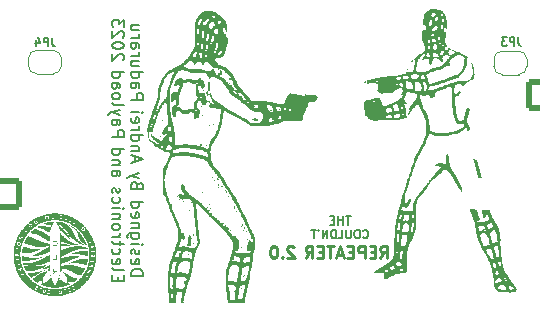
<source format=gbo>
%TF.GenerationSoftware,KiCad,Pcbnew,(7.0.0)*%
%TF.CreationDate,2023-04-14T14:14:43+01:00*%
%TF.ProjectId,CANRepIso,43414e52-6570-4497-936f-2e6b69636164,rev?*%
%TF.SameCoordinates,Original*%
%TF.FileFunction,Legend,Bot*%
%TF.FilePolarity,Positive*%
%FSLAX46Y46*%
G04 Gerber Fmt 4.6, Leading zero omitted, Abs format (unit mm)*
G04 Created by KiCad (PCBNEW (7.0.0)) date 2023-04-14 14:14:43*
%MOMM*%
%LPD*%
G01*
G04 APERTURE LIST*
G04 Aperture macros list*
%AMRoundRect*
0 Rectangle with rounded corners*
0 $1 Rounding radius*
0 $2 $3 $4 $5 $6 $7 $8 $9 X,Y pos of 4 corners*
0 Add a 4 corners polygon primitive as box body*
4,1,4,$2,$3,$4,$5,$6,$7,$8,$9,$2,$3,0*
0 Add four circle primitives for the rounded corners*
1,1,$1+$1,$2,$3*
1,1,$1+$1,$4,$5*
1,1,$1+$1,$6,$7*
1,1,$1+$1,$8,$9*
0 Add four rect primitives between the rounded corners*
20,1,$1+$1,$2,$3,$4,$5,0*
20,1,$1+$1,$4,$5,$6,$7,0*
20,1,$1+$1,$6,$7,$8,$9,0*
20,1,$1+$1,$8,$9,$2,$3,0*%
%AMFreePoly0*
4,1,19,0.500000,-0.750000,0.000000,-0.750000,0.000000,-0.744911,-0.071157,-0.744911,-0.207708,-0.704816,-0.327430,-0.627875,-0.420627,-0.520320,-0.479746,-0.390866,-0.500000,-0.250000,-0.500000,0.250000,-0.479746,0.390866,-0.420627,0.520320,-0.327430,0.627875,-0.207708,0.704816,-0.071157,0.744911,0.000000,0.744911,0.000000,0.750000,0.500000,0.750000,0.500000,-0.750000,0.500000,-0.750000,
$1*%
%AMFreePoly1*
4,1,19,0.000000,0.744911,0.071157,0.744911,0.207708,0.704816,0.327430,0.627875,0.420627,0.520320,0.479746,0.390866,0.500000,0.250000,0.500000,-0.250000,0.479746,-0.390866,0.420627,-0.520320,0.327430,-0.627875,0.207708,-0.704816,0.071157,-0.744911,0.000000,-0.744911,0.000000,-0.750000,-0.500000,-0.750000,-0.500000,0.750000,0.000000,0.750000,0.000000,0.744911,0.000000,0.744911,
$1*%
G04 Aperture macros list end*
%ADD10C,0.150000*%
%ADD11C,0.250000*%
%ADD12C,0.152400*%
%ADD13C,0.120000*%
%ADD14RoundRect,0.250001X-1.599999X1.099999X-1.599999X-1.099999X1.599999X-1.099999X1.599999X1.099999X0*%
%ADD15O,3.700000X2.700000*%
%ADD16RoundRect,0.250001X1.599999X-1.099999X1.599999X1.099999X-1.599999X1.099999X-1.599999X-1.099999X0*%
%ADD17C,5.600000*%
%ADD18R,1.700000X1.700000*%
%ADD19FreePoly0,0.000000*%
%ADD20FreePoly1,0.000000*%
G04 APERTURE END LIST*
D10*
X128425619Y-107598476D02*
X129425619Y-107598476D01*
X129425619Y-107598476D02*
X129425619Y-107360381D01*
X129425619Y-107360381D02*
X129378000Y-107217524D01*
X129378000Y-107217524D02*
X129282761Y-107122286D01*
X129282761Y-107122286D02*
X129187523Y-107074667D01*
X129187523Y-107074667D02*
X128997047Y-107027048D01*
X128997047Y-107027048D02*
X128854190Y-107027048D01*
X128854190Y-107027048D02*
X128663714Y-107074667D01*
X128663714Y-107074667D02*
X128568476Y-107122286D01*
X128568476Y-107122286D02*
X128473238Y-107217524D01*
X128473238Y-107217524D02*
X128425619Y-107360381D01*
X128425619Y-107360381D02*
X128425619Y-107598476D01*
X128473238Y-106217524D02*
X128425619Y-106312762D01*
X128425619Y-106312762D02*
X128425619Y-106503238D01*
X128425619Y-106503238D02*
X128473238Y-106598476D01*
X128473238Y-106598476D02*
X128568476Y-106646095D01*
X128568476Y-106646095D02*
X128949428Y-106646095D01*
X128949428Y-106646095D02*
X129044666Y-106598476D01*
X129044666Y-106598476D02*
X129092285Y-106503238D01*
X129092285Y-106503238D02*
X129092285Y-106312762D01*
X129092285Y-106312762D02*
X129044666Y-106217524D01*
X129044666Y-106217524D02*
X128949428Y-106169905D01*
X128949428Y-106169905D02*
X128854190Y-106169905D01*
X128854190Y-106169905D02*
X128758952Y-106646095D01*
X128473238Y-105788952D02*
X128425619Y-105693714D01*
X128425619Y-105693714D02*
X128425619Y-105503238D01*
X128425619Y-105503238D02*
X128473238Y-105408000D01*
X128473238Y-105408000D02*
X128568476Y-105360381D01*
X128568476Y-105360381D02*
X128616095Y-105360381D01*
X128616095Y-105360381D02*
X128711333Y-105408000D01*
X128711333Y-105408000D02*
X128758952Y-105503238D01*
X128758952Y-105503238D02*
X128758952Y-105646095D01*
X128758952Y-105646095D02*
X128806571Y-105741333D01*
X128806571Y-105741333D02*
X128901809Y-105788952D01*
X128901809Y-105788952D02*
X128949428Y-105788952D01*
X128949428Y-105788952D02*
X129044666Y-105741333D01*
X129044666Y-105741333D02*
X129092285Y-105646095D01*
X129092285Y-105646095D02*
X129092285Y-105503238D01*
X129092285Y-105503238D02*
X129044666Y-105408000D01*
X128425619Y-104931809D02*
X129092285Y-104931809D01*
X129425619Y-104931809D02*
X129378000Y-104979428D01*
X129378000Y-104979428D02*
X129330380Y-104931809D01*
X129330380Y-104931809D02*
X129378000Y-104884190D01*
X129378000Y-104884190D02*
X129425619Y-104931809D01*
X129425619Y-104931809D02*
X129330380Y-104931809D01*
X129092285Y-104027048D02*
X128282761Y-104027048D01*
X128282761Y-104027048D02*
X128187523Y-104074667D01*
X128187523Y-104074667D02*
X128139904Y-104122286D01*
X128139904Y-104122286D02*
X128092285Y-104217524D01*
X128092285Y-104217524D02*
X128092285Y-104360381D01*
X128092285Y-104360381D02*
X128139904Y-104455619D01*
X128473238Y-104027048D02*
X128425619Y-104122286D01*
X128425619Y-104122286D02*
X128425619Y-104312762D01*
X128425619Y-104312762D02*
X128473238Y-104408000D01*
X128473238Y-104408000D02*
X128520857Y-104455619D01*
X128520857Y-104455619D02*
X128616095Y-104503238D01*
X128616095Y-104503238D02*
X128901809Y-104503238D01*
X128901809Y-104503238D02*
X128997047Y-104455619D01*
X128997047Y-104455619D02*
X129044666Y-104408000D01*
X129044666Y-104408000D02*
X129092285Y-104312762D01*
X129092285Y-104312762D02*
X129092285Y-104122286D01*
X129092285Y-104122286D02*
X129044666Y-104027048D01*
X129092285Y-103550857D02*
X128425619Y-103550857D01*
X128997047Y-103550857D02*
X129044666Y-103503238D01*
X129044666Y-103503238D02*
X129092285Y-103408000D01*
X129092285Y-103408000D02*
X129092285Y-103265143D01*
X129092285Y-103265143D02*
X129044666Y-103169905D01*
X129044666Y-103169905D02*
X128949428Y-103122286D01*
X128949428Y-103122286D02*
X128425619Y-103122286D01*
X128473238Y-102265143D02*
X128425619Y-102360381D01*
X128425619Y-102360381D02*
X128425619Y-102550857D01*
X128425619Y-102550857D02*
X128473238Y-102646095D01*
X128473238Y-102646095D02*
X128568476Y-102693714D01*
X128568476Y-102693714D02*
X128949428Y-102693714D01*
X128949428Y-102693714D02*
X129044666Y-102646095D01*
X129044666Y-102646095D02*
X129092285Y-102550857D01*
X129092285Y-102550857D02*
X129092285Y-102360381D01*
X129092285Y-102360381D02*
X129044666Y-102265143D01*
X129044666Y-102265143D02*
X128949428Y-102217524D01*
X128949428Y-102217524D02*
X128854190Y-102217524D01*
X128854190Y-102217524D02*
X128758952Y-102693714D01*
X128425619Y-101360381D02*
X129425619Y-101360381D01*
X128473238Y-101360381D02*
X128425619Y-101455619D01*
X128425619Y-101455619D02*
X128425619Y-101646095D01*
X128425619Y-101646095D02*
X128473238Y-101741333D01*
X128473238Y-101741333D02*
X128520857Y-101788952D01*
X128520857Y-101788952D02*
X128616095Y-101836571D01*
X128616095Y-101836571D02*
X128901809Y-101836571D01*
X128901809Y-101836571D02*
X128997047Y-101788952D01*
X128997047Y-101788952D02*
X129044666Y-101741333D01*
X129044666Y-101741333D02*
X129092285Y-101646095D01*
X129092285Y-101646095D02*
X129092285Y-101455619D01*
X129092285Y-101455619D02*
X129044666Y-101360381D01*
X128949428Y-99950857D02*
X128901809Y-99808000D01*
X128901809Y-99808000D02*
X128854190Y-99760381D01*
X128854190Y-99760381D02*
X128758952Y-99712762D01*
X128758952Y-99712762D02*
X128616095Y-99712762D01*
X128616095Y-99712762D02*
X128520857Y-99760381D01*
X128520857Y-99760381D02*
X128473238Y-99808000D01*
X128473238Y-99808000D02*
X128425619Y-99903238D01*
X128425619Y-99903238D02*
X128425619Y-100284190D01*
X128425619Y-100284190D02*
X129425619Y-100284190D01*
X129425619Y-100284190D02*
X129425619Y-99950857D01*
X129425619Y-99950857D02*
X129378000Y-99855619D01*
X129378000Y-99855619D02*
X129330380Y-99808000D01*
X129330380Y-99808000D02*
X129235142Y-99760381D01*
X129235142Y-99760381D02*
X129139904Y-99760381D01*
X129139904Y-99760381D02*
X129044666Y-99808000D01*
X129044666Y-99808000D02*
X128997047Y-99855619D01*
X128997047Y-99855619D02*
X128949428Y-99950857D01*
X128949428Y-99950857D02*
X128949428Y-100284190D01*
X129092285Y-99379428D02*
X128425619Y-99141333D01*
X129092285Y-98903238D02*
X128425619Y-99141333D01*
X128425619Y-99141333D02*
X128187523Y-99236571D01*
X128187523Y-99236571D02*
X128139904Y-99284190D01*
X128139904Y-99284190D02*
X128092285Y-99379428D01*
X128711333Y-97969904D02*
X128711333Y-97493714D01*
X128425619Y-98065142D02*
X129425619Y-97731809D01*
X129425619Y-97731809D02*
X128425619Y-97398476D01*
X129092285Y-97065142D02*
X128425619Y-97065142D01*
X128997047Y-97065142D02*
X129044666Y-97017523D01*
X129044666Y-97017523D02*
X129092285Y-96922285D01*
X129092285Y-96922285D02*
X129092285Y-96779428D01*
X129092285Y-96779428D02*
X129044666Y-96684190D01*
X129044666Y-96684190D02*
X128949428Y-96636571D01*
X128949428Y-96636571D02*
X128425619Y-96636571D01*
X128425619Y-95731809D02*
X129425619Y-95731809D01*
X128473238Y-95731809D02*
X128425619Y-95827047D01*
X128425619Y-95827047D02*
X128425619Y-96017523D01*
X128425619Y-96017523D02*
X128473238Y-96112761D01*
X128473238Y-96112761D02*
X128520857Y-96160380D01*
X128520857Y-96160380D02*
X128616095Y-96207999D01*
X128616095Y-96207999D02*
X128901809Y-96207999D01*
X128901809Y-96207999D02*
X128997047Y-96160380D01*
X128997047Y-96160380D02*
X129044666Y-96112761D01*
X129044666Y-96112761D02*
X129092285Y-96017523D01*
X129092285Y-96017523D02*
X129092285Y-95827047D01*
X129092285Y-95827047D02*
X129044666Y-95731809D01*
X128425619Y-95255618D02*
X129092285Y-95255618D01*
X128901809Y-95255618D02*
X128997047Y-95207999D01*
X128997047Y-95207999D02*
X129044666Y-95160380D01*
X129044666Y-95160380D02*
X129092285Y-95065142D01*
X129092285Y-95065142D02*
X129092285Y-94969904D01*
X128473238Y-94255618D02*
X128425619Y-94350856D01*
X128425619Y-94350856D02*
X128425619Y-94541332D01*
X128425619Y-94541332D02*
X128473238Y-94636570D01*
X128473238Y-94636570D02*
X128568476Y-94684189D01*
X128568476Y-94684189D02*
X128949428Y-94684189D01*
X128949428Y-94684189D02*
X129044666Y-94636570D01*
X129044666Y-94636570D02*
X129092285Y-94541332D01*
X129092285Y-94541332D02*
X129092285Y-94350856D01*
X129092285Y-94350856D02*
X129044666Y-94255618D01*
X129044666Y-94255618D02*
X128949428Y-94207999D01*
X128949428Y-94207999D02*
X128854190Y-94207999D01*
X128854190Y-94207999D02*
X128758952Y-94684189D01*
X128425619Y-93779427D02*
X129092285Y-93779427D01*
X129425619Y-93779427D02*
X129378000Y-93827046D01*
X129378000Y-93827046D02*
X129330380Y-93779427D01*
X129330380Y-93779427D02*
X129378000Y-93731808D01*
X129378000Y-93731808D02*
X129425619Y-93779427D01*
X129425619Y-93779427D02*
X129330380Y-93779427D01*
X128425619Y-92703237D02*
X129425619Y-92703237D01*
X129425619Y-92703237D02*
X129425619Y-92322285D01*
X129425619Y-92322285D02*
X129378000Y-92227047D01*
X129378000Y-92227047D02*
X129330380Y-92179428D01*
X129330380Y-92179428D02*
X129235142Y-92131809D01*
X129235142Y-92131809D02*
X129092285Y-92131809D01*
X129092285Y-92131809D02*
X128997047Y-92179428D01*
X128997047Y-92179428D02*
X128949428Y-92227047D01*
X128949428Y-92227047D02*
X128901809Y-92322285D01*
X128901809Y-92322285D02*
X128901809Y-92703237D01*
X128425619Y-91274666D02*
X128949428Y-91274666D01*
X128949428Y-91274666D02*
X129044666Y-91322285D01*
X129044666Y-91322285D02*
X129092285Y-91417523D01*
X129092285Y-91417523D02*
X129092285Y-91607999D01*
X129092285Y-91607999D02*
X129044666Y-91703237D01*
X128473238Y-91274666D02*
X128425619Y-91369904D01*
X128425619Y-91369904D02*
X128425619Y-91607999D01*
X128425619Y-91607999D02*
X128473238Y-91703237D01*
X128473238Y-91703237D02*
X128568476Y-91750856D01*
X128568476Y-91750856D02*
X128663714Y-91750856D01*
X128663714Y-91750856D02*
X128758952Y-91703237D01*
X128758952Y-91703237D02*
X128806571Y-91607999D01*
X128806571Y-91607999D02*
X128806571Y-91369904D01*
X128806571Y-91369904D02*
X128854190Y-91274666D01*
X128425619Y-90369904D02*
X129425619Y-90369904D01*
X128473238Y-90369904D02*
X128425619Y-90465142D01*
X128425619Y-90465142D02*
X128425619Y-90655618D01*
X128425619Y-90655618D02*
X128473238Y-90750856D01*
X128473238Y-90750856D02*
X128520857Y-90798475D01*
X128520857Y-90798475D02*
X128616095Y-90846094D01*
X128616095Y-90846094D02*
X128901809Y-90846094D01*
X128901809Y-90846094D02*
X128997047Y-90798475D01*
X128997047Y-90798475D02*
X129044666Y-90750856D01*
X129044666Y-90750856D02*
X129092285Y-90655618D01*
X129092285Y-90655618D02*
X129092285Y-90465142D01*
X129092285Y-90465142D02*
X129044666Y-90369904D01*
X129092285Y-89465142D02*
X128425619Y-89465142D01*
X129092285Y-89893713D02*
X128568476Y-89893713D01*
X128568476Y-89893713D02*
X128473238Y-89846094D01*
X128473238Y-89846094D02*
X128425619Y-89750856D01*
X128425619Y-89750856D02*
X128425619Y-89607999D01*
X128425619Y-89607999D02*
X128473238Y-89512761D01*
X128473238Y-89512761D02*
X128520857Y-89465142D01*
X128425619Y-88988951D02*
X129092285Y-88988951D01*
X128901809Y-88988951D02*
X128997047Y-88941332D01*
X128997047Y-88941332D02*
X129044666Y-88893713D01*
X129044666Y-88893713D02*
X129092285Y-88798475D01*
X129092285Y-88798475D02*
X129092285Y-88703237D01*
X128425619Y-87941332D02*
X128949428Y-87941332D01*
X128949428Y-87941332D02*
X129044666Y-87988951D01*
X129044666Y-87988951D02*
X129092285Y-88084189D01*
X129092285Y-88084189D02*
X129092285Y-88274665D01*
X129092285Y-88274665D02*
X129044666Y-88369903D01*
X128473238Y-87941332D02*
X128425619Y-88036570D01*
X128425619Y-88036570D02*
X128425619Y-88274665D01*
X128425619Y-88274665D02*
X128473238Y-88369903D01*
X128473238Y-88369903D02*
X128568476Y-88417522D01*
X128568476Y-88417522D02*
X128663714Y-88417522D01*
X128663714Y-88417522D02*
X128758952Y-88369903D01*
X128758952Y-88369903D02*
X128806571Y-88274665D01*
X128806571Y-88274665D02*
X128806571Y-88036570D01*
X128806571Y-88036570D02*
X128854190Y-87941332D01*
X128425619Y-87465141D02*
X129092285Y-87465141D01*
X128901809Y-87465141D02*
X128997047Y-87417522D01*
X128997047Y-87417522D02*
X129044666Y-87369903D01*
X129044666Y-87369903D02*
X129092285Y-87274665D01*
X129092285Y-87274665D02*
X129092285Y-87179427D01*
X129092285Y-86417522D02*
X128425619Y-86417522D01*
X129092285Y-86846093D02*
X128568476Y-86846093D01*
X128568476Y-86846093D02*
X128473238Y-86798474D01*
X128473238Y-86798474D02*
X128425619Y-86703236D01*
X128425619Y-86703236D02*
X128425619Y-86560379D01*
X128425619Y-86560379D02*
X128473238Y-86465141D01*
X128473238Y-86465141D02*
X128520857Y-86417522D01*
X127329428Y-108027048D02*
X127329428Y-107693715D01*
X126805619Y-107550858D02*
X126805619Y-108027048D01*
X126805619Y-108027048D02*
X127805619Y-108027048D01*
X127805619Y-108027048D02*
X127805619Y-107550858D01*
X126805619Y-106979429D02*
X126853238Y-107074667D01*
X126853238Y-107074667D02*
X126948476Y-107122286D01*
X126948476Y-107122286D02*
X127805619Y-107122286D01*
X126853238Y-106217524D02*
X126805619Y-106312762D01*
X126805619Y-106312762D02*
X126805619Y-106503238D01*
X126805619Y-106503238D02*
X126853238Y-106598476D01*
X126853238Y-106598476D02*
X126948476Y-106646095D01*
X126948476Y-106646095D02*
X127329428Y-106646095D01*
X127329428Y-106646095D02*
X127424666Y-106598476D01*
X127424666Y-106598476D02*
X127472285Y-106503238D01*
X127472285Y-106503238D02*
X127472285Y-106312762D01*
X127472285Y-106312762D02*
X127424666Y-106217524D01*
X127424666Y-106217524D02*
X127329428Y-106169905D01*
X127329428Y-106169905D02*
X127234190Y-106169905D01*
X127234190Y-106169905D02*
X127138952Y-106646095D01*
X126853238Y-105312762D02*
X126805619Y-105408000D01*
X126805619Y-105408000D02*
X126805619Y-105598476D01*
X126805619Y-105598476D02*
X126853238Y-105693714D01*
X126853238Y-105693714D02*
X126900857Y-105741333D01*
X126900857Y-105741333D02*
X126996095Y-105788952D01*
X126996095Y-105788952D02*
X127281809Y-105788952D01*
X127281809Y-105788952D02*
X127377047Y-105741333D01*
X127377047Y-105741333D02*
X127424666Y-105693714D01*
X127424666Y-105693714D02*
X127472285Y-105598476D01*
X127472285Y-105598476D02*
X127472285Y-105408000D01*
X127472285Y-105408000D02*
X127424666Y-105312762D01*
X127472285Y-105027047D02*
X127472285Y-104646095D01*
X127805619Y-104884190D02*
X126948476Y-104884190D01*
X126948476Y-104884190D02*
X126853238Y-104836571D01*
X126853238Y-104836571D02*
X126805619Y-104741333D01*
X126805619Y-104741333D02*
X126805619Y-104646095D01*
X126805619Y-104312761D02*
X127472285Y-104312761D01*
X127281809Y-104312761D02*
X127377047Y-104265142D01*
X127377047Y-104265142D02*
X127424666Y-104217523D01*
X127424666Y-104217523D02*
X127472285Y-104122285D01*
X127472285Y-104122285D02*
X127472285Y-104027047D01*
X126805619Y-103550856D02*
X126853238Y-103646094D01*
X126853238Y-103646094D02*
X126900857Y-103693713D01*
X126900857Y-103693713D02*
X126996095Y-103741332D01*
X126996095Y-103741332D02*
X127281809Y-103741332D01*
X127281809Y-103741332D02*
X127377047Y-103693713D01*
X127377047Y-103693713D02*
X127424666Y-103646094D01*
X127424666Y-103646094D02*
X127472285Y-103550856D01*
X127472285Y-103550856D02*
X127472285Y-103407999D01*
X127472285Y-103407999D02*
X127424666Y-103312761D01*
X127424666Y-103312761D02*
X127377047Y-103265142D01*
X127377047Y-103265142D02*
X127281809Y-103217523D01*
X127281809Y-103217523D02*
X126996095Y-103217523D01*
X126996095Y-103217523D02*
X126900857Y-103265142D01*
X126900857Y-103265142D02*
X126853238Y-103312761D01*
X126853238Y-103312761D02*
X126805619Y-103407999D01*
X126805619Y-103407999D02*
X126805619Y-103550856D01*
X127472285Y-102788951D02*
X126805619Y-102788951D01*
X127377047Y-102788951D02*
X127424666Y-102741332D01*
X127424666Y-102741332D02*
X127472285Y-102646094D01*
X127472285Y-102646094D02*
X127472285Y-102503237D01*
X127472285Y-102503237D02*
X127424666Y-102407999D01*
X127424666Y-102407999D02*
X127329428Y-102360380D01*
X127329428Y-102360380D02*
X126805619Y-102360380D01*
X126805619Y-101884189D02*
X127472285Y-101884189D01*
X127805619Y-101884189D02*
X127758000Y-101931808D01*
X127758000Y-101931808D02*
X127710380Y-101884189D01*
X127710380Y-101884189D02*
X127758000Y-101836570D01*
X127758000Y-101836570D02*
X127805619Y-101884189D01*
X127805619Y-101884189D02*
X127710380Y-101884189D01*
X126853238Y-100979428D02*
X126805619Y-101074666D01*
X126805619Y-101074666D02*
X126805619Y-101265142D01*
X126805619Y-101265142D02*
X126853238Y-101360380D01*
X126853238Y-101360380D02*
X126900857Y-101407999D01*
X126900857Y-101407999D02*
X126996095Y-101455618D01*
X126996095Y-101455618D02*
X127281809Y-101455618D01*
X127281809Y-101455618D02*
X127377047Y-101407999D01*
X127377047Y-101407999D02*
X127424666Y-101360380D01*
X127424666Y-101360380D02*
X127472285Y-101265142D01*
X127472285Y-101265142D02*
X127472285Y-101074666D01*
X127472285Y-101074666D02*
X127424666Y-100979428D01*
X126853238Y-100598475D02*
X126805619Y-100503237D01*
X126805619Y-100503237D02*
X126805619Y-100312761D01*
X126805619Y-100312761D02*
X126853238Y-100217523D01*
X126853238Y-100217523D02*
X126948476Y-100169904D01*
X126948476Y-100169904D02*
X126996095Y-100169904D01*
X126996095Y-100169904D02*
X127091333Y-100217523D01*
X127091333Y-100217523D02*
X127138952Y-100312761D01*
X127138952Y-100312761D02*
X127138952Y-100455618D01*
X127138952Y-100455618D02*
X127186571Y-100550856D01*
X127186571Y-100550856D02*
X127281809Y-100598475D01*
X127281809Y-100598475D02*
X127329428Y-100598475D01*
X127329428Y-100598475D02*
X127424666Y-100550856D01*
X127424666Y-100550856D02*
X127472285Y-100455618D01*
X127472285Y-100455618D02*
X127472285Y-100312761D01*
X127472285Y-100312761D02*
X127424666Y-100217523D01*
X126805619Y-98712761D02*
X127329428Y-98712761D01*
X127329428Y-98712761D02*
X127424666Y-98760380D01*
X127424666Y-98760380D02*
X127472285Y-98855618D01*
X127472285Y-98855618D02*
X127472285Y-99046094D01*
X127472285Y-99046094D02*
X127424666Y-99141332D01*
X126853238Y-98712761D02*
X126805619Y-98807999D01*
X126805619Y-98807999D02*
X126805619Y-99046094D01*
X126805619Y-99046094D02*
X126853238Y-99141332D01*
X126853238Y-99141332D02*
X126948476Y-99188951D01*
X126948476Y-99188951D02*
X127043714Y-99188951D01*
X127043714Y-99188951D02*
X127138952Y-99141332D01*
X127138952Y-99141332D02*
X127186571Y-99046094D01*
X127186571Y-99046094D02*
X127186571Y-98807999D01*
X127186571Y-98807999D02*
X127234190Y-98712761D01*
X127472285Y-98236570D02*
X126805619Y-98236570D01*
X127377047Y-98236570D02*
X127424666Y-98188951D01*
X127424666Y-98188951D02*
X127472285Y-98093713D01*
X127472285Y-98093713D02*
X127472285Y-97950856D01*
X127472285Y-97950856D02*
X127424666Y-97855618D01*
X127424666Y-97855618D02*
X127329428Y-97807999D01*
X127329428Y-97807999D02*
X126805619Y-97807999D01*
X126805619Y-96903237D02*
X127805619Y-96903237D01*
X126853238Y-96903237D02*
X126805619Y-96998475D01*
X126805619Y-96998475D02*
X126805619Y-97188951D01*
X126805619Y-97188951D02*
X126853238Y-97284189D01*
X126853238Y-97284189D02*
X126900857Y-97331808D01*
X126900857Y-97331808D02*
X126996095Y-97379427D01*
X126996095Y-97379427D02*
X127281809Y-97379427D01*
X127281809Y-97379427D02*
X127377047Y-97331808D01*
X127377047Y-97331808D02*
X127424666Y-97284189D01*
X127424666Y-97284189D02*
X127472285Y-97188951D01*
X127472285Y-97188951D02*
X127472285Y-96998475D01*
X127472285Y-96998475D02*
X127424666Y-96903237D01*
X126805619Y-95827046D02*
X127805619Y-95827046D01*
X127805619Y-95827046D02*
X127805619Y-95446094D01*
X127805619Y-95446094D02*
X127758000Y-95350856D01*
X127758000Y-95350856D02*
X127710380Y-95303237D01*
X127710380Y-95303237D02*
X127615142Y-95255618D01*
X127615142Y-95255618D02*
X127472285Y-95255618D01*
X127472285Y-95255618D02*
X127377047Y-95303237D01*
X127377047Y-95303237D02*
X127329428Y-95350856D01*
X127329428Y-95350856D02*
X127281809Y-95446094D01*
X127281809Y-95446094D02*
X127281809Y-95827046D01*
X126805619Y-94398475D02*
X127329428Y-94398475D01*
X127329428Y-94398475D02*
X127424666Y-94446094D01*
X127424666Y-94446094D02*
X127472285Y-94541332D01*
X127472285Y-94541332D02*
X127472285Y-94731808D01*
X127472285Y-94731808D02*
X127424666Y-94827046D01*
X126853238Y-94398475D02*
X126805619Y-94493713D01*
X126805619Y-94493713D02*
X126805619Y-94731808D01*
X126805619Y-94731808D02*
X126853238Y-94827046D01*
X126853238Y-94827046D02*
X126948476Y-94874665D01*
X126948476Y-94874665D02*
X127043714Y-94874665D01*
X127043714Y-94874665D02*
X127138952Y-94827046D01*
X127138952Y-94827046D02*
X127186571Y-94731808D01*
X127186571Y-94731808D02*
X127186571Y-94493713D01*
X127186571Y-94493713D02*
X127234190Y-94398475D01*
X127472285Y-94017522D02*
X126805619Y-93779427D01*
X127472285Y-93541332D02*
X126805619Y-93779427D01*
X126805619Y-93779427D02*
X126567523Y-93874665D01*
X126567523Y-93874665D02*
X126519904Y-93922284D01*
X126519904Y-93922284D02*
X126472285Y-94017522D01*
X126805619Y-93017522D02*
X126853238Y-93112760D01*
X126853238Y-93112760D02*
X126948476Y-93160379D01*
X126948476Y-93160379D02*
X127805619Y-93160379D01*
X126805619Y-92493712D02*
X126853238Y-92588950D01*
X126853238Y-92588950D02*
X126900857Y-92636569D01*
X126900857Y-92636569D02*
X126996095Y-92684188D01*
X126996095Y-92684188D02*
X127281809Y-92684188D01*
X127281809Y-92684188D02*
X127377047Y-92636569D01*
X127377047Y-92636569D02*
X127424666Y-92588950D01*
X127424666Y-92588950D02*
X127472285Y-92493712D01*
X127472285Y-92493712D02*
X127472285Y-92350855D01*
X127472285Y-92350855D02*
X127424666Y-92255617D01*
X127424666Y-92255617D02*
X127377047Y-92207998D01*
X127377047Y-92207998D02*
X127281809Y-92160379D01*
X127281809Y-92160379D02*
X126996095Y-92160379D01*
X126996095Y-92160379D02*
X126900857Y-92207998D01*
X126900857Y-92207998D02*
X126853238Y-92255617D01*
X126853238Y-92255617D02*
X126805619Y-92350855D01*
X126805619Y-92350855D02*
X126805619Y-92493712D01*
X126805619Y-91303236D02*
X127329428Y-91303236D01*
X127329428Y-91303236D02*
X127424666Y-91350855D01*
X127424666Y-91350855D02*
X127472285Y-91446093D01*
X127472285Y-91446093D02*
X127472285Y-91636569D01*
X127472285Y-91636569D02*
X127424666Y-91731807D01*
X126853238Y-91303236D02*
X126805619Y-91398474D01*
X126805619Y-91398474D02*
X126805619Y-91636569D01*
X126805619Y-91636569D02*
X126853238Y-91731807D01*
X126853238Y-91731807D02*
X126948476Y-91779426D01*
X126948476Y-91779426D02*
X127043714Y-91779426D01*
X127043714Y-91779426D02*
X127138952Y-91731807D01*
X127138952Y-91731807D02*
X127186571Y-91636569D01*
X127186571Y-91636569D02*
X127186571Y-91398474D01*
X127186571Y-91398474D02*
X127234190Y-91303236D01*
X126805619Y-90398474D02*
X127805619Y-90398474D01*
X126853238Y-90398474D02*
X126805619Y-90493712D01*
X126805619Y-90493712D02*
X126805619Y-90684188D01*
X126805619Y-90684188D02*
X126853238Y-90779426D01*
X126853238Y-90779426D02*
X126900857Y-90827045D01*
X126900857Y-90827045D02*
X126996095Y-90874664D01*
X126996095Y-90874664D02*
X127281809Y-90874664D01*
X127281809Y-90874664D02*
X127377047Y-90827045D01*
X127377047Y-90827045D02*
X127424666Y-90779426D01*
X127424666Y-90779426D02*
X127472285Y-90684188D01*
X127472285Y-90684188D02*
X127472285Y-90493712D01*
X127472285Y-90493712D02*
X127424666Y-90398474D01*
X127710380Y-89369902D02*
X127758000Y-89322283D01*
X127758000Y-89322283D02*
X127805619Y-89227045D01*
X127805619Y-89227045D02*
X127805619Y-88988950D01*
X127805619Y-88988950D02*
X127758000Y-88893712D01*
X127758000Y-88893712D02*
X127710380Y-88846093D01*
X127710380Y-88846093D02*
X127615142Y-88798474D01*
X127615142Y-88798474D02*
X127519904Y-88798474D01*
X127519904Y-88798474D02*
X127377047Y-88846093D01*
X127377047Y-88846093D02*
X126805619Y-89417521D01*
X126805619Y-89417521D02*
X126805619Y-88798474D01*
X127805619Y-88179426D02*
X127805619Y-88084188D01*
X127805619Y-88084188D02*
X127758000Y-87988950D01*
X127758000Y-87988950D02*
X127710380Y-87941331D01*
X127710380Y-87941331D02*
X127615142Y-87893712D01*
X127615142Y-87893712D02*
X127424666Y-87846093D01*
X127424666Y-87846093D02*
X127186571Y-87846093D01*
X127186571Y-87846093D02*
X126996095Y-87893712D01*
X126996095Y-87893712D02*
X126900857Y-87941331D01*
X126900857Y-87941331D02*
X126853238Y-87988950D01*
X126853238Y-87988950D02*
X126805619Y-88084188D01*
X126805619Y-88084188D02*
X126805619Y-88179426D01*
X126805619Y-88179426D02*
X126853238Y-88274664D01*
X126853238Y-88274664D02*
X126900857Y-88322283D01*
X126900857Y-88322283D02*
X126996095Y-88369902D01*
X126996095Y-88369902D02*
X127186571Y-88417521D01*
X127186571Y-88417521D02*
X127424666Y-88417521D01*
X127424666Y-88417521D02*
X127615142Y-88369902D01*
X127615142Y-88369902D02*
X127710380Y-88322283D01*
X127710380Y-88322283D02*
X127758000Y-88274664D01*
X127758000Y-88274664D02*
X127805619Y-88179426D01*
X127710380Y-87465140D02*
X127758000Y-87417521D01*
X127758000Y-87417521D02*
X127805619Y-87322283D01*
X127805619Y-87322283D02*
X127805619Y-87084188D01*
X127805619Y-87084188D02*
X127758000Y-86988950D01*
X127758000Y-86988950D02*
X127710380Y-86941331D01*
X127710380Y-86941331D02*
X127615142Y-86893712D01*
X127615142Y-86893712D02*
X127519904Y-86893712D01*
X127519904Y-86893712D02*
X127377047Y-86941331D01*
X127377047Y-86941331D02*
X126805619Y-87512759D01*
X126805619Y-87512759D02*
X126805619Y-86893712D01*
X127805619Y-86560378D02*
X127805619Y-85941331D01*
X127805619Y-85941331D02*
X127424666Y-86274664D01*
X127424666Y-86274664D02*
X127424666Y-86131807D01*
X127424666Y-86131807D02*
X127377047Y-86036569D01*
X127377047Y-86036569D02*
X127329428Y-85988950D01*
X127329428Y-85988950D02*
X127234190Y-85941331D01*
X127234190Y-85941331D02*
X126996095Y-85941331D01*
X126996095Y-85941331D02*
X126900857Y-85988950D01*
X126900857Y-85988950D02*
X126853238Y-86036569D01*
X126853238Y-86036569D02*
X126805619Y-86131807D01*
X126805619Y-86131807D02*
X126805619Y-86417521D01*
X126805619Y-86417521D02*
X126853238Y-86512759D01*
X126853238Y-86512759D02*
X126900857Y-86560378D01*
D11*
X149518619Y-106111380D02*
X149851952Y-105635190D01*
X150090047Y-106111380D02*
X150090047Y-105111380D01*
X150090047Y-105111380D02*
X149709095Y-105111380D01*
X149709095Y-105111380D02*
X149613857Y-105159000D01*
X149613857Y-105159000D02*
X149566238Y-105206619D01*
X149566238Y-105206619D02*
X149518619Y-105301857D01*
X149518619Y-105301857D02*
X149518619Y-105444714D01*
X149518619Y-105444714D02*
X149566238Y-105539952D01*
X149566238Y-105539952D02*
X149613857Y-105587571D01*
X149613857Y-105587571D02*
X149709095Y-105635190D01*
X149709095Y-105635190D02*
X150090047Y-105635190D01*
X149090047Y-105587571D02*
X148756714Y-105587571D01*
X148613857Y-106111380D02*
X149090047Y-106111380D01*
X149090047Y-106111380D02*
X149090047Y-105111380D01*
X149090047Y-105111380D02*
X148613857Y-105111380D01*
X148185285Y-106111380D02*
X148185285Y-105111380D01*
X148185285Y-105111380D02*
X147804333Y-105111380D01*
X147804333Y-105111380D02*
X147709095Y-105159000D01*
X147709095Y-105159000D02*
X147661476Y-105206619D01*
X147661476Y-105206619D02*
X147613857Y-105301857D01*
X147613857Y-105301857D02*
X147613857Y-105444714D01*
X147613857Y-105444714D02*
X147661476Y-105539952D01*
X147661476Y-105539952D02*
X147709095Y-105587571D01*
X147709095Y-105587571D02*
X147804333Y-105635190D01*
X147804333Y-105635190D02*
X148185285Y-105635190D01*
X147185285Y-105587571D02*
X146851952Y-105587571D01*
X146709095Y-106111380D02*
X147185285Y-106111380D01*
X147185285Y-106111380D02*
X147185285Y-105111380D01*
X147185285Y-105111380D02*
X146709095Y-105111380D01*
X146328142Y-105825666D02*
X145851952Y-105825666D01*
X146423380Y-106111380D02*
X146090047Y-105111380D01*
X146090047Y-105111380D02*
X145756714Y-106111380D01*
X145566237Y-105111380D02*
X144994809Y-105111380D01*
X145280523Y-106111380D02*
X145280523Y-105111380D01*
X144661475Y-105587571D02*
X144328142Y-105587571D01*
X144185285Y-106111380D02*
X144661475Y-106111380D01*
X144661475Y-106111380D02*
X144661475Y-105111380D01*
X144661475Y-105111380D02*
X144185285Y-105111380D01*
X143185285Y-106111380D02*
X143518618Y-105635190D01*
X143756713Y-106111380D02*
X143756713Y-105111380D01*
X143756713Y-105111380D02*
X143375761Y-105111380D01*
X143375761Y-105111380D02*
X143280523Y-105159000D01*
X143280523Y-105159000D02*
X143232904Y-105206619D01*
X143232904Y-105206619D02*
X143185285Y-105301857D01*
X143185285Y-105301857D02*
X143185285Y-105444714D01*
X143185285Y-105444714D02*
X143232904Y-105539952D01*
X143232904Y-105539952D02*
X143280523Y-105587571D01*
X143280523Y-105587571D02*
X143375761Y-105635190D01*
X143375761Y-105635190D02*
X143756713Y-105635190D01*
X142204332Y-105206619D02*
X142156713Y-105159000D01*
X142156713Y-105159000D02*
X142061475Y-105111380D01*
X142061475Y-105111380D02*
X141823380Y-105111380D01*
X141823380Y-105111380D02*
X141728142Y-105159000D01*
X141728142Y-105159000D02*
X141680523Y-105206619D01*
X141680523Y-105206619D02*
X141632904Y-105301857D01*
X141632904Y-105301857D02*
X141632904Y-105397095D01*
X141632904Y-105397095D02*
X141680523Y-105539952D01*
X141680523Y-105539952D02*
X142251951Y-106111380D01*
X142251951Y-106111380D02*
X141632904Y-106111380D01*
X141204332Y-106016142D02*
X141156713Y-106063761D01*
X141156713Y-106063761D02*
X141204332Y-106111380D01*
X141204332Y-106111380D02*
X141251951Y-106063761D01*
X141251951Y-106063761D02*
X141204332Y-106016142D01*
X141204332Y-106016142D02*
X141204332Y-106111380D01*
X140537666Y-105111380D02*
X140442428Y-105111380D01*
X140442428Y-105111380D02*
X140347190Y-105159000D01*
X140347190Y-105159000D02*
X140299571Y-105206619D01*
X140299571Y-105206619D02*
X140251952Y-105301857D01*
X140251952Y-105301857D02*
X140204333Y-105492333D01*
X140204333Y-105492333D02*
X140204333Y-105730428D01*
X140204333Y-105730428D02*
X140251952Y-105920904D01*
X140251952Y-105920904D02*
X140299571Y-106016142D01*
X140299571Y-106016142D02*
X140347190Y-106063761D01*
X140347190Y-106063761D02*
X140442428Y-106111380D01*
X140442428Y-106111380D02*
X140537666Y-106111380D01*
X140537666Y-106111380D02*
X140632904Y-106063761D01*
X140632904Y-106063761D02*
X140680523Y-106016142D01*
X140680523Y-106016142D02*
X140728142Y-105920904D01*
X140728142Y-105920904D02*
X140775761Y-105730428D01*
X140775761Y-105730428D02*
X140775761Y-105492333D01*
X140775761Y-105492333D02*
X140728142Y-105301857D01*
X140728142Y-105301857D02*
X140680523Y-105206619D01*
X140680523Y-105206619D02*
X140632904Y-105159000D01*
X140632904Y-105159000D02*
X140537666Y-105111380D01*
D12*
X146995332Y-102593666D02*
X146595332Y-102593666D01*
X146795332Y-103293666D02*
X146795332Y-102593666D01*
X146361999Y-103293666D02*
X146361999Y-102593666D01*
X146361999Y-102927000D02*
X145961999Y-102927000D01*
X145961999Y-103293666D02*
X145961999Y-102593666D01*
X145628666Y-102927000D02*
X145395333Y-102927000D01*
X145295333Y-103293666D02*
X145628666Y-103293666D01*
X145628666Y-103293666D02*
X145628666Y-102593666D01*
X145628666Y-102593666D02*
X145295333Y-102593666D01*
X148061999Y-104361000D02*
X148095332Y-104394333D01*
X148095332Y-104394333D02*
X148195332Y-104427666D01*
X148195332Y-104427666D02*
X148261999Y-104427666D01*
X148261999Y-104427666D02*
X148361999Y-104394333D01*
X148361999Y-104394333D02*
X148428666Y-104327666D01*
X148428666Y-104327666D02*
X148461999Y-104261000D01*
X148461999Y-104261000D02*
X148495332Y-104127666D01*
X148495332Y-104127666D02*
X148495332Y-104027666D01*
X148495332Y-104027666D02*
X148461999Y-103894333D01*
X148461999Y-103894333D02*
X148428666Y-103827666D01*
X148428666Y-103827666D02*
X148361999Y-103761000D01*
X148361999Y-103761000D02*
X148261999Y-103727666D01*
X148261999Y-103727666D02*
X148195332Y-103727666D01*
X148195332Y-103727666D02*
X148095332Y-103761000D01*
X148095332Y-103761000D02*
X148061999Y-103794333D01*
X147628666Y-103727666D02*
X147495332Y-103727666D01*
X147495332Y-103727666D02*
X147428666Y-103761000D01*
X147428666Y-103761000D02*
X147361999Y-103827666D01*
X147361999Y-103827666D02*
X147328666Y-103961000D01*
X147328666Y-103961000D02*
X147328666Y-104194333D01*
X147328666Y-104194333D02*
X147361999Y-104327666D01*
X147361999Y-104327666D02*
X147428666Y-104394333D01*
X147428666Y-104394333D02*
X147495332Y-104427666D01*
X147495332Y-104427666D02*
X147628666Y-104427666D01*
X147628666Y-104427666D02*
X147695332Y-104394333D01*
X147695332Y-104394333D02*
X147761999Y-104327666D01*
X147761999Y-104327666D02*
X147795332Y-104194333D01*
X147795332Y-104194333D02*
X147795332Y-103961000D01*
X147795332Y-103961000D02*
X147761999Y-103827666D01*
X147761999Y-103827666D02*
X147695332Y-103761000D01*
X147695332Y-103761000D02*
X147628666Y-103727666D01*
X147028666Y-103727666D02*
X147028666Y-104294333D01*
X147028666Y-104294333D02*
X146995333Y-104361000D01*
X146995333Y-104361000D02*
X146961999Y-104394333D01*
X146961999Y-104394333D02*
X146895333Y-104427666D01*
X146895333Y-104427666D02*
X146761999Y-104427666D01*
X146761999Y-104427666D02*
X146695333Y-104394333D01*
X146695333Y-104394333D02*
X146661999Y-104361000D01*
X146661999Y-104361000D02*
X146628666Y-104294333D01*
X146628666Y-104294333D02*
X146628666Y-103727666D01*
X145962000Y-104427666D02*
X146295333Y-104427666D01*
X146295333Y-104427666D02*
X146295333Y-103727666D01*
X145728666Y-104427666D02*
X145728666Y-103727666D01*
X145728666Y-103727666D02*
X145561999Y-103727666D01*
X145561999Y-103727666D02*
X145461999Y-103761000D01*
X145461999Y-103761000D02*
X145395333Y-103827666D01*
X145395333Y-103827666D02*
X145361999Y-103894333D01*
X145361999Y-103894333D02*
X145328666Y-104027666D01*
X145328666Y-104027666D02*
X145328666Y-104127666D01*
X145328666Y-104127666D02*
X145361999Y-104261000D01*
X145361999Y-104261000D02*
X145395333Y-104327666D01*
X145395333Y-104327666D02*
X145461999Y-104394333D01*
X145461999Y-104394333D02*
X145561999Y-104427666D01*
X145561999Y-104427666D02*
X145728666Y-104427666D01*
X145028666Y-104427666D02*
X145028666Y-103727666D01*
X145028666Y-103727666D02*
X144628666Y-104427666D01*
X144628666Y-104427666D02*
X144628666Y-103727666D01*
X144262000Y-103727666D02*
X144328666Y-103861000D01*
X144062000Y-103727666D02*
X143662000Y-103727666D01*
X143862000Y-104427666D02*
X143862000Y-103727666D01*
%TO.C,JP4*%
X121735333Y-87457166D02*
X121735333Y-87957166D01*
X121735333Y-87957166D02*
X121768666Y-88057166D01*
X121768666Y-88057166D02*
X121835333Y-88123833D01*
X121835333Y-88123833D02*
X121935333Y-88157166D01*
X121935333Y-88157166D02*
X122002000Y-88157166D01*
X121402000Y-88157166D02*
X121402000Y-87457166D01*
X121402000Y-87457166D02*
X121135333Y-87457166D01*
X121135333Y-87457166D02*
X121068667Y-87490500D01*
X121068667Y-87490500D02*
X121035333Y-87523833D01*
X121035333Y-87523833D02*
X121002000Y-87590500D01*
X121002000Y-87590500D02*
X121002000Y-87690500D01*
X121002000Y-87690500D02*
X121035333Y-87757166D01*
X121035333Y-87757166D02*
X121068667Y-87790500D01*
X121068667Y-87790500D02*
X121135333Y-87823833D01*
X121135333Y-87823833D02*
X121402000Y-87823833D01*
X120402000Y-87690500D02*
X120402000Y-88157166D01*
X120568667Y-87423833D02*
X120735333Y-87923833D01*
X120735333Y-87923833D02*
X120302000Y-87923833D01*
%TO.C,JP3*%
X161196333Y-87430166D02*
X161196333Y-87930166D01*
X161196333Y-87930166D02*
X161229666Y-88030166D01*
X161229666Y-88030166D02*
X161296333Y-88096833D01*
X161296333Y-88096833D02*
X161396333Y-88130166D01*
X161396333Y-88130166D02*
X161463000Y-88130166D01*
X160863000Y-88130166D02*
X160863000Y-87430166D01*
X160863000Y-87430166D02*
X160596333Y-87430166D01*
X160596333Y-87430166D02*
X160529667Y-87463500D01*
X160529667Y-87463500D02*
X160496333Y-87496833D01*
X160496333Y-87496833D02*
X160463000Y-87563500D01*
X160463000Y-87563500D02*
X160463000Y-87663500D01*
X160463000Y-87663500D02*
X160496333Y-87730166D01*
X160496333Y-87730166D02*
X160529667Y-87763500D01*
X160529667Y-87763500D02*
X160596333Y-87796833D01*
X160596333Y-87796833D02*
X160863000Y-87796833D01*
X160229667Y-87430166D02*
X159796333Y-87430166D01*
X159796333Y-87430166D02*
X160029667Y-87696833D01*
X160029667Y-87696833D02*
X159929667Y-87696833D01*
X159929667Y-87696833D02*
X159863000Y-87730166D01*
X159863000Y-87730166D02*
X159829667Y-87763500D01*
X159829667Y-87763500D02*
X159796333Y-87830166D01*
X159796333Y-87830166D02*
X159796333Y-87996833D01*
X159796333Y-87996833D02*
X159829667Y-88063500D01*
X159829667Y-88063500D02*
X159863000Y-88096833D01*
X159863000Y-88096833D02*
X159929667Y-88130166D01*
X159929667Y-88130166D02*
X160129667Y-88130166D01*
X160129667Y-88130166D02*
X160196333Y-88096833D01*
X160196333Y-88096833D02*
X160229667Y-88063500D01*
%TO.C,G\u002A\u002A\u002A*%
G36*
X151970462Y-89851410D02*
G01*
X151954180Y-89867692D01*
X151937898Y-89851410D01*
X151954180Y-89835128D01*
X151970462Y-89851410D01*
G37*
G36*
X137837692Y-105026282D02*
G01*
X137821410Y-105042564D01*
X137805128Y-105026282D01*
X137821410Y-105010000D01*
X137837692Y-105026282D01*
G37*
G36*
X137772564Y-105351923D02*
G01*
X137756282Y-105368205D01*
X137740000Y-105351923D01*
X137756282Y-105335641D01*
X137772564Y-105351923D01*
G37*
G36*
X137772564Y-104928590D02*
G01*
X137756282Y-104944872D01*
X137740000Y-104928590D01*
X137756282Y-104912308D01*
X137772564Y-104928590D01*
G37*
G36*
X137186410Y-109064231D02*
G01*
X137170128Y-109080513D01*
X137153846Y-109064231D01*
X137170128Y-109047949D01*
X137186410Y-109064231D01*
G37*
G36*
X137186410Y-108933974D02*
G01*
X137170128Y-108950256D01*
X137153846Y-108933974D01*
X137170128Y-108917692D01*
X137186410Y-108933974D01*
G37*
G36*
X136860769Y-102225769D02*
G01*
X136844487Y-102242051D01*
X136828205Y-102225769D01*
X136844487Y-102209487D01*
X136860769Y-102225769D01*
G37*
G36*
X136795641Y-103495769D02*
G01*
X136779359Y-103512051D01*
X136763077Y-103495769D01*
X136779359Y-103479487D01*
X136795641Y-103495769D01*
G37*
G36*
X136372308Y-100825513D02*
G01*
X136356026Y-100841795D01*
X136339744Y-100825513D01*
X136356026Y-100809231D01*
X136372308Y-100825513D01*
G37*
G36*
X136372308Y-100695256D02*
G01*
X136356026Y-100711538D01*
X136339744Y-100695256D01*
X136356026Y-100678974D01*
X136372308Y-100695256D01*
G37*
G36*
X136144359Y-100955769D02*
G01*
X136128077Y-100972051D01*
X136111795Y-100955769D01*
X136128077Y-100939487D01*
X136144359Y-100955769D01*
G37*
G36*
X135265128Y-102225769D02*
G01*
X135248846Y-102242051D01*
X135232564Y-102225769D01*
X135248846Y-102209487D01*
X135265128Y-102225769D01*
G37*
G36*
X135200000Y-101444231D02*
G01*
X135183718Y-101460513D01*
X135167436Y-101444231D01*
X135183718Y-101427949D01*
X135200000Y-101444231D01*
G37*
G36*
X135102308Y-91023718D02*
G01*
X135086026Y-91040000D01*
X135069744Y-91023718D01*
X135086026Y-91007436D01*
X135102308Y-91023718D01*
G37*
G36*
X134906923Y-90046795D02*
G01*
X134890641Y-90063077D01*
X134874359Y-90046795D01*
X134890641Y-90030513D01*
X134906923Y-90046795D01*
G37*
G36*
X134548718Y-94442949D02*
G01*
X134532436Y-94459231D01*
X134516154Y-94442949D01*
X134532436Y-94426667D01*
X134548718Y-94442949D01*
G37*
G36*
X134353333Y-101151154D02*
G01*
X134337051Y-101167436D01*
X134320769Y-101151154D01*
X134337051Y-101134872D01*
X134353333Y-101151154D01*
G37*
G36*
X133864872Y-100499872D02*
G01*
X133848590Y-100516154D01*
X133832308Y-100499872D01*
X133848590Y-100483590D01*
X133864872Y-100499872D01*
G37*
G36*
X133669487Y-97797051D02*
G01*
X133653205Y-97813333D01*
X133636923Y-97797051D01*
X133653205Y-97780769D01*
X133669487Y-97797051D01*
G37*
G36*
X133181026Y-101672179D02*
G01*
X133164744Y-101688461D01*
X133148462Y-101672179D01*
X133164744Y-101655897D01*
X133181026Y-101672179D01*
G37*
G36*
X133115898Y-106882436D02*
G01*
X133099616Y-106898718D01*
X133083333Y-106882436D01*
X133099616Y-106866154D01*
X133115898Y-106882436D01*
G37*
G36*
X133115898Y-89818846D02*
G01*
X133099616Y-89835128D01*
X133083333Y-89818846D01*
X133099616Y-89802564D01*
X133115898Y-89818846D01*
G37*
G36*
X133083333Y-102095513D02*
G01*
X133067051Y-102111795D01*
X133050769Y-102095513D01*
X133067051Y-102079231D01*
X133083333Y-102095513D01*
G37*
G36*
X132985641Y-99913718D02*
G01*
X132969359Y-99930000D01*
X132953077Y-99913718D01*
X132969359Y-99897436D01*
X132985641Y-99913718D01*
G37*
G36*
X132887949Y-103365513D02*
G01*
X132871667Y-103381795D01*
X132855385Y-103365513D01*
X132871667Y-103349231D01*
X132887949Y-103365513D01*
G37*
G36*
X132887949Y-93368333D02*
G01*
X132871667Y-93384615D01*
X132855385Y-93368333D01*
X132871667Y-93352051D01*
X132887949Y-93368333D01*
G37*
G36*
X132757692Y-103821410D02*
G01*
X132741410Y-103837692D01*
X132725128Y-103821410D01*
X132741410Y-103805128D01*
X132757692Y-103821410D01*
G37*
G36*
X132692564Y-94182436D02*
G01*
X132676282Y-94198718D01*
X132660000Y-94182436D01*
X132676282Y-94166154D01*
X132692564Y-94182436D01*
G37*
G36*
X132562308Y-109878333D02*
G01*
X132546026Y-109894615D01*
X132529744Y-109878333D01*
X132546026Y-109862051D01*
X132562308Y-109878333D01*
G37*
G36*
X132497180Y-100109102D02*
G01*
X132480898Y-100125385D01*
X132464616Y-100109102D01*
X132480898Y-100092820D01*
X132497180Y-100109102D01*
G37*
G36*
X132334359Y-102421154D02*
G01*
X132318077Y-102437436D01*
X132301795Y-102421154D01*
X132318077Y-102404872D01*
X132334359Y-102421154D01*
G37*
G36*
X132171539Y-102160641D02*
G01*
X132155257Y-102176923D01*
X132138975Y-102160641D01*
X132155257Y-102144359D01*
X132171539Y-102160641D01*
G37*
G36*
X130934103Y-95810641D02*
G01*
X130917821Y-95826923D01*
X130901539Y-95810641D01*
X130917821Y-95794359D01*
X130934103Y-95810641D01*
G37*
G36*
X137642308Y-103740000D02*
G01*
X137639958Y-103757239D01*
X137620598Y-103761709D01*
X137616701Y-103756936D01*
X137620598Y-103718290D01*
X137630393Y-103713196D01*
X137642308Y-103740000D01*
G37*
G36*
X137186410Y-109243333D02*
G01*
X137184060Y-109260573D01*
X137164701Y-109265043D01*
X137160804Y-109260270D01*
X137164701Y-109221624D01*
X137174496Y-109216529D01*
X137186410Y-109243333D01*
G37*
G36*
X137056154Y-104000513D02*
G01*
X137053804Y-104017752D01*
X137034445Y-104022222D01*
X137030547Y-104017449D01*
X137034445Y-103978803D01*
X137044239Y-103973709D01*
X137056154Y-104000513D01*
G37*
G36*
X136600257Y-90714359D02*
G01*
X136597906Y-90731598D01*
X136578547Y-90736068D01*
X136574650Y-90731295D01*
X136578547Y-90692649D01*
X136588342Y-90687555D01*
X136600257Y-90714359D01*
G37*
G36*
X135970684Y-102708803D02*
G01*
X135975778Y-102718598D01*
X135948975Y-102730513D01*
X135931735Y-102728163D01*
X135927265Y-102708803D01*
X135932038Y-102704906D01*
X135970684Y-102708803D01*
G37*
G36*
X135818718Y-100125385D02*
G01*
X135816368Y-100142624D01*
X135797009Y-100147094D01*
X135793111Y-100142321D01*
X135797009Y-100103675D01*
X135806803Y-100098581D01*
X135818718Y-100125385D01*
G37*
G36*
X135816147Y-100236645D02*
G01*
X135813845Y-100269674D01*
X135799044Y-100279386D01*
X135792591Y-100267865D01*
X135796473Y-100216971D01*
X135808194Y-100201898D01*
X135816147Y-100236645D01*
G37*
G36*
X135330257Y-99311282D02*
G01*
X135327906Y-99328521D01*
X135308547Y-99332991D01*
X135304650Y-99328219D01*
X135308547Y-99289573D01*
X135318342Y-99284478D01*
X135330257Y-99311282D01*
G37*
G36*
X134407607Y-93265214D02*
G01*
X134412702Y-93275008D01*
X134385898Y-93286923D01*
X134368658Y-93284573D01*
X134364188Y-93265214D01*
X134368961Y-93261316D01*
X134407607Y-93265214D01*
G37*
G36*
X132396916Y-101604337D02*
G01*
X132394614Y-101637366D01*
X132379813Y-101647078D01*
X132373360Y-101635557D01*
X132377242Y-101584663D01*
X132388964Y-101569590D01*
X132396916Y-101604337D01*
G37*
G36*
X138214943Y-103771059D02*
G01*
X138228462Y-103823332D01*
X138225324Y-103843987D01*
X138197921Y-103870256D01*
X138181318Y-103858893D01*
X138172117Y-103807384D01*
X138188890Y-103763994D01*
X138214943Y-103771059D01*
G37*
G36*
X137821141Y-108701613D02*
G01*
X137800827Y-108743773D01*
X137774817Y-108766025D01*
X137731192Y-108759089D01*
X137713764Y-108718074D01*
X137737530Y-108680877D01*
X137790720Y-108678687D01*
X137821141Y-108701613D01*
G37*
G36*
X134489935Y-94010035D02*
G01*
X134516154Y-94054893D01*
X134510702Y-94079390D01*
X134477484Y-94093563D01*
X134434620Y-94061373D01*
X134428933Y-94022315D01*
X134464594Y-94003333D01*
X134489935Y-94010035D01*
G37*
G36*
X132475423Y-100183504D02*
G01*
X132479507Y-100225327D01*
X132470980Y-100237818D01*
X132442783Y-100251923D01*
X132432051Y-100204873D01*
X132436828Y-100181634D01*
X132465147Y-100174559D01*
X132475423Y-100183504D01*
G37*
G36*
X131072395Y-94389113D02*
G01*
X131083324Y-94404869D01*
X131082395Y-94456393D01*
X131052223Y-94488315D01*
X131023152Y-94480566D01*
X131022922Y-94424515D01*
X131040688Y-94385584D01*
X131072395Y-94389113D01*
G37*
G36*
X157376103Y-101493077D02*
G01*
X157375865Y-101508750D01*
X157366189Y-101548183D01*
X157337026Y-101532154D01*
X157314716Y-101498313D01*
X157337026Y-101454000D01*
X157344981Y-101446520D01*
X157369536Y-101441318D01*
X157376103Y-101493077D01*
G37*
G36*
X157123374Y-89380177D02*
G01*
X157148154Y-89411795D01*
X157147208Y-89419578D01*
X157115590Y-89444359D01*
X157107806Y-89443413D01*
X157083026Y-89411795D01*
X157083972Y-89404011D01*
X157115590Y-89379231D01*
X157123374Y-89380177D01*
G37*
G36*
X151286616Y-92438334D02*
G01*
X151285364Y-92447787D01*
X151254052Y-92472820D01*
X151246682Y-92472447D01*
X151221487Y-92458460D01*
X151222986Y-92453237D01*
X151254052Y-92423974D01*
X151266666Y-92418886D01*
X151286616Y-92438334D01*
G37*
G36*
X138310421Y-104461894D02*
G01*
X138326154Y-104505256D01*
X138320611Y-104528013D01*
X138278330Y-104554102D01*
X138254253Y-104547267D01*
X138249250Y-104505256D01*
X138261475Y-104482325D01*
X138297074Y-104456410D01*
X138310421Y-104461894D01*
G37*
G36*
X137923118Y-103729764D02*
G01*
X137951250Y-103750884D01*
X137932229Y-103792649D01*
X137899539Y-103823538D01*
X137855778Y-103833901D01*
X137837692Y-103794273D01*
X137838112Y-103782428D01*
X137863168Y-103729095D01*
X137923118Y-103729764D01*
G37*
G36*
X137811301Y-105436887D02*
G01*
X137837692Y-105464875D01*
X137830778Y-105478350D01*
X137788846Y-105477673D01*
X137765464Y-105467129D01*
X137740000Y-105446131D01*
X137745399Y-105440300D01*
X137788846Y-105433333D01*
X137811301Y-105436887D01*
G37*
G36*
X136860814Y-103733599D02*
G01*
X136880477Y-103790585D01*
X136873304Y-103843756D01*
X136852517Y-103855557D01*
X136804217Y-103827660D01*
X136778401Y-103783669D01*
X136783672Y-103731062D01*
X136826643Y-103707436D01*
X136860814Y-103733599D01*
G37*
G36*
X136778639Y-91306726D02*
G01*
X136795641Y-91351281D01*
X136790955Y-91374541D01*
X136763077Y-91381923D01*
X136754184Y-91375258D01*
X136730513Y-91331155D01*
X136731445Y-91323885D01*
X136763077Y-91300513D01*
X136778639Y-91306726D01*
G37*
G36*
X136646521Y-101300249D02*
G01*
X136649103Y-101330256D01*
X136642419Y-101340002D01*
X136614617Y-101362820D01*
X136611367Y-101361974D01*
X136600257Y-101330256D01*
X136601582Y-101321331D01*
X136634743Y-101297692D01*
X136646521Y-101300249D01*
G37*
G36*
X136613957Y-103286659D02*
G01*
X136616539Y-103316667D01*
X136609855Y-103326412D01*
X136582053Y-103349231D01*
X136578803Y-103348384D01*
X136567692Y-103316667D01*
X136569018Y-103307741D01*
X136602178Y-103284102D01*
X136613957Y-103286659D01*
G37*
G36*
X136224281Y-100225586D02*
G01*
X136225769Y-100255641D01*
X136219115Y-100264441D01*
X136173080Y-100288205D01*
X136162130Y-100285696D01*
X136160641Y-100255641D01*
X136167296Y-100246841D01*
X136213331Y-100223077D01*
X136224281Y-100225586D01*
G37*
G36*
X135655898Y-94408463D02*
G01*
X135651912Y-94432725D01*
X135623333Y-94459231D01*
X135615607Y-94458354D01*
X135590769Y-94428588D01*
X135592012Y-94419452D01*
X135623333Y-94377820D01*
X135640111Y-94374757D01*
X135655898Y-94408463D01*
G37*
G36*
X135637034Y-99183582D02*
G01*
X135639616Y-99213590D01*
X135632932Y-99223335D01*
X135605130Y-99246154D01*
X135601880Y-99245307D01*
X135590769Y-99213590D01*
X135592095Y-99204664D01*
X135625255Y-99181026D01*
X135637034Y-99183582D01*
G37*
G36*
X135493077Y-99543573D02*
G01*
X135490941Y-99566346D01*
X135469332Y-99617249D01*
X135458967Y-99623556D01*
X135433105Y-99603545D01*
X135431363Y-99583026D01*
X135456850Y-99529868D01*
X135482745Y-99512564D01*
X135493077Y-99543573D01*
G37*
G36*
X135370604Y-94753254D02*
G01*
X135395385Y-94784872D01*
X135394439Y-94792655D01*
X135362821Y-94817436D01*
X135355037Y-94816490D01*
X135330257Y-94784872D01*
X135331203Y-94777088D01*
X135362821Y-94752308D01*
X135370604Y-94753254D01*
G37*
G36*
X135024199Y-101527139D02*
G01*
X135053462Y-101558205D01*
X135058550Y-101570819D01*
X135039101Y-101590769D01*
X135029649Y-101589518D01*
X135004616Y-101558205D01*
X135004989Y-101550835D01*
X135018976Y-101525641D01*
X135024199Y-101527139D01*
G37*
G36*
X134817780Y-96580873D02*
G01*
X134825513Y-96608461D01*
X134818839Y-96618313D01*
X134792949Y-96641026D01*
X134788239Y-96639493D01*
X134760385Y-96608461D01*
X134757777Y-96591214D01*
X134792949Y-96575897D01*
X134817780Y-96580873D01*
G37*
G36*
X134624112Y-91818778D02*
G01*
X134637706Y-91844131D01*
X134613846Y-91902949D01*
X134582755Y-91930027D01*
X134538453Y-91921991D01*
X134524859Y-91896638D01*
X134548718Y-91837820D01*
X134579809Y-91810742D01*
X134624112Y-91818778D01*
G37*
G36*
X134468225Y-100520077D02*
G01*
X134503876Y-100559960D01*
X134499872Y-100613846D01*
X134473879Y-100641053D01*
X134435645Y-100636694D01*
X134418462Y-100581282D01*
X134424202Y-100543445D01*
X134449104Y-100516154D01*
X134468225Y-100520077D01*
G37*
G36*
X133364266Y-96000098D02*
G01*
X133327564Y-96022308D01*
X133304898Y-96031557D01*
X133244254Y-96049811D01*
X133220578Y-96046728D01*
X133246154Y-96022308D01*
X133274330Y-96007908D01*
X133343846Y-95992531D01*
X133364266Y-96000098D01*
G37*
G36*
X132861573Y-101268802D02*
G01*
X132887949Y-101297692D01*
X132882438Y-101312673D01*
X132839103Y-101330256D01*
X132816632Y-101326582D01*
X132790257Y-101297692D01*
X132795767Y-101282712D01*
X132839103Y-101265128D01*
X132861573Y-101268802D01*
G37*
G36*
X132822821Y-108459873D02*
G01*
X132821569Y-108469325D01*
X132790257Y-108494359D01*
X132782887Y-108493986D01*
X132757692Y-108479999D01*
X132759191Y-108474775D01*
X132790257Y-108445513D01*
X132802871Y-108440424D01*
X132822821Y-108459873D01*
G37*
G36*
X132472399Y-109602485D02*
G01*
X132497180Y-109634102D01*
X132496233Y-109641886D01*
X132464616Y-109666667D01*
X132456832Y-109665720D01*
X132432051Y-109634102D01*
X132432998Y-109626319D01*
X132464616Y-109601538D01*
X132472399Y-109602485D01*
G37*
G36*
X132346735Y-100880113D02*
G01*
X132378699Y-100923205D01*
X132382472Y-100950475D01*
X132349619Y-100972051D01*
X132327338Y-100966390D01*
X132301795Y-100923205D01*
X132305060Y-100900786D01*
X132330875Y-100874359D01*
X132346735Y-100880113D01*
G37*
G36*
X132277015Y-95306844D02*
G01*
X132301795Y-95338461D01*
X132300849Y-95346245D01*
X132269231Y-95371026D01*
X132261447Y-95370079D01*
X132236667Y-95338461D01*
X132237613Y-95330678D01*
X132269231Y-95305897D01*
X132277015Y-95306844D01*
G37*
G36*
X141015234Y-93455438D02*
G01*
X141023415Y-93483156D01*
X140988577Y-93547878D01*
X140988325Y-93548282D01*
X140940779Y-93604443D01*
X140909792Y-93598526D01*
X140898718Y-93531154D01*
X140912775Y-93468824D01*
X140963846Y-93449743D01*
X141015234Y-93455438D01*
G37*
G36*
X140355635Y-93559938D02*
G01*
X140356181Y-93585901D01*
X140312401Y-93637801D01*
X140247427Y-93694404D01*
X140199885Y-93706663D01*
X140182308Y-93667634D01*
X140203525Y-93598050D01*
X140257467Y-93548702D01*
X140321811Y-93543433D01*
X140355635Y-93559938D01*
G37*
G36*
X138081994Y-103520553D02*
G01*
X138098205Y-103595383D01*
X138098020Y-103605368D01*
X138081354Y-103664466D01*
X138044837Y-103665129D01*
X137998642Y-103606247D01*
X137981118Y-103561429D01*
X137994659Y-103504880D01*
X138042629Y-103486549D01*
X138081994Y-103520553D01*
G37*
G36*
X138020994Y-107585542D02*
G01*
X138034028Y-107618028D01*
X138016831Y-107667913D01*
X137976090Y-107709276D01*
X137930671Y-107723872D01*
X137907758Y-107690373D01*
X137908505Y-107662181D01*
X137945256Y-107608050D01*
X138008654Y-107583063D01*
X138020994Y-107585542D01*
G37*
G36*
X136158983Y-100030969D02*
G01*
X136141620Y-100079839D01*
X136104978Y-100108063D01*
X136056571Y-100087527D01*
X136051668Y-100083402D01*
X136027397Y-100049423D01*
X136061149Y-100020235D01*
X136070107Y-100015591D01*
X136129370Y-100005275D01*
X136158983Y-100030969D01*
G37*
G36*
X135803867Y-99377433D02*
G01*
X135839016Y-99428788D01*
X135839436Y-99490567D01*
X135812841Y-99525689D01*
X135762774Y-99522648D01*
X135707802Y-99464920D01*
X135691105Y-99424232D01*
X135713849Y-99370561D01*
X135753227Y-99354882D01*
X135803867Y-99377433D01*
G37*
G36*
X135087660Y-94828609D02*
G01*
X135107440Y-94846924D01*
X135088542Y-94904019D01*
X135085922Y-94909656D01*
X135054765Y-94968582D01*
X135040556Y-94966778D01*
X135037180Y-94904273D01*
X135047136Y-94855897D01*
X135080401Y-94828290D01*
X135087660Y-94828609D01*
G37*
G36*
X133318158Y-105757542D02*
G01*
X133343846Y-105789595D01*
X133343769Y-105791684D01*
X133322419Y-105834675D01*
X133314847Y-105839596D01*
X133273870Y-105831008D01*
X133236656Y-105795375D01*
X133231273Y-105756707D01*
X133267251Y-105743305D01*
X133318158Y-105757542D01*
G37*
G36*
X151905334Y-90069944D02*
G01*
X151900620Y-90125185D01*
X151884509Y-90170739D01*
X151865779Y-90180939D01*
X151826455Y-90164762D01*
X151807641Y-90113988D01*
X151815158Y-90084936D01*
X151856487Y-90030513D01*
X151873867Y-90017242D01*
X151899372Y-90015896D01*
X151905334Y-90069944D01*
G37*
G36*
X137812327Y-105154275D02*
G01*
X137824584Y-105187988D01*
X137803713Y-105255936D01*
X137801813Y-105258200D01*
X137744515Y-105301968D01*
X137705716Y-105294063D01*
X137696937Y-105247216D01*
X137729702Y-105174159D01*
X137757614Y-105136995D01*
X137786183Y-105121317D01*
X137812327Y-105154275D01*
G37*
G36*
X137331491Y-102078020D02*
G01*
X137332526Y-102078884D01*
X137361658Y-102122370D01*
X137339939Y-102179700D01*
X137328014Y-102198538D01*
X137298677Y-102235533D01*
X137286511Y-102217885D01*
X137284103Y-102140372D01*
X137285797Y-102091154D01*
X137298809Y-102060805D01*
X137331491Y-102078020D01*
G37*
G36*
X135183555Y-101764650D02*
G01*
X135198172Y-101815499D01*
X135197063Y-101880034D01*
X135178291Y-101927265D01*
X135152395Y-101946252D01*
X135138264Y-101926052D01*
X135134872Y-101851282D01*
X135134874Y-101850067D01*
X135144572Y-101781887D01*
X135167436Y-101753590D01*
X135183555Y-101764650D01*
G37*
G36*
X133719798Y-104808458D02*
G01*
X133775020Y-104864914D01*
X133799744Y-104923017D01*
X133793712Y-104948020D01*
X133759039Y-104959549D01*
X133748376Y-104953288D01*
X133711427Y-104911973D01*
X133677003Y-104854704D01*
X133657274Y-104804177D01*
X133664410Y-104783087D01*
X133719798Y-104808458D01*
G37*
G36*
X136700739Y-100812630D02*
G01*
X136713410Y-100838369D01*
X136730014Y-100915064D01*
X136714244Y-100955484D01*
X136648266Y-100972051D01*
X136631258Y-100971998D01*
X136588601Y-100966115D01*
X136586197Y-100937886D01*
X136618991Y-100869617D01*
X136642002Y-100828466D01*
X136674483Y-100794723D01*
X136700739Y-100812630D01*
G37*
G36*
X136451959Y-100384767D02*
G01*
X136457051Y-100389105D01*
X136513024Y-100457917D01*
X136545841Y-100534612D01*
X136543734Y-100592548D01*
X136526166Y-100603291D01*
X136488410Y-100578860D01*
X136448347Y-100517696D01*
X136417895Y-100434743D01*
X136405201Y-100374522D01*
X136413455Y-100357554D01*
X136451959Y-100384767D01*
G37*
G36*
X135000898Y-92801521D02*
G01*
X135056090Y-92839740D01*
X135099865Y-92900017D01*
X135109927Y-92954706D01*
X135105244Y-92966353D01*
X135069169Y-92993633D01*
X135023642Y-92968195D01*
X134982019Y-92896154D01*
X134971880Y-92867772D01*
X134961886Y-92813555D01*
X134983925Y-92798461D01*
X135000898Y-92801521D01*
G37*
G36*
X133404173Y-102046890D02*
G01*
X133408320Y-102058856D01*
X133431911Y-102130250D01*
X133441539Y-102165500D01*
X133423035Y-102176520D01*
X133371152Y-102170537D01*
X133316176Y-102148073D01*
X133298600Y-102134035D01*
X133290743Y-102097327D01*
X133319515Y-102029961D01*
X133366807Y-101939702D01*
X133404173Y-102046890D01*
G37*
G36*
X137221394Y-101690462D02*
G01*
X137225887Y-101715423D01*
X137237681Y-101779382D01*
X137237858Y-101833124D01*
X137210838Y-101900259D01*
X137156109Y-101941523D01*
X137108223Y-101937024D01*
X137088718Y-101882484D01*
X137098775Y-101844111D01*
X137129663Y-101784119D01*
X137168955Y-101726125D01*
X137203813Y-101688712D01*
X137221394Y-101690462D01*
G37*
G36*
X133759527Y-103986912D02*
G01*
X133766026Y-104050212D01*
X133761680Y-104135945D01*
X133746475Y-104221007D01*
X133742942Y-104233424D01*
X133719296Y-104273405D01*
X133681792Y-104257725D01*
X133656860Y-104224937D01*
X133637959Y-104151205D01*
X133639745Y-104131866D01*
X133664244Y-104058699D01*
X133705071Y-103995111D01*
X133746347Y-103967949D01*
X133759527Y-103986912D01*
G37*
G36*
X148290584Y-91091968D02*
G01*
X148296614Y-91098747D01*
X148328935Y-91165162D01*
X148344849Y-91245827D01*
X148336674Y-91305190D01*
X148333243Y-91310678D01*
X148314618Y-91329344D01*
X148280864Y-91326221D01*
X148209170Y-91300460D01*
X148146199Y-91260424D01*
X148133781Y-91197953D01*
X148140642Y-91170487D01*
X148181662Y-91107697D01*
X148238538Y-91076863D01*
X148290584Y-91091968D01*
G37*
G36*
X137902461Y-103121004D02*
G01*
X137912166Y-103175358D01*
X137900339Y-103255370D01*
X137871150Y-103339610D01*
X137828770Y-103406649D01*
X137776327Y-103446727D01*
X137729691Y-103451860D01*
X137713245Y-103420825D01*
X137742962Y-103361944D01*
X137783714Y-103295655D01*
X137821364Y-103205884D01*
X137823665Y-103199009D01*
X137855438Y-103133912D01*
X137886539Y-103109824D01*
X137902461Y-103121004D01*
G37*
G36*
X135857193Y-99844541D02*
G01*
X135862729Y-99897847D01*
X135861828Y-99966258D01*
X135853928Y-100019551D01*
X135833078Y-100027692D01*
X135828274Y-100026126D01*
X135833551Y-99997473D01*
X135828764Y-99972795D01*
X135780539Y-99944500D01*
X135744339Y-99932031D01*
X135728678Y-99912372D01*
X135770008Y-99877027D01*
X135811898Y-99849422D01*
X135850440Y-99832308D01*
X135857193Y-99844541D01*
G37*
G36*
X138980866Y-94288153D02*
G01*
X139084311Y-94302770D01*
X139163269Y-94330584D01*
X139199594Y-94371244D01*
X139199869Y-94407017D01*
X139171522Y-94477077D01*
X139166862Y-94481939D01*
X139103645Y-94512013D01*
X139014154Y-94524237D01*
X138977005Y-94521492D01*
X138879582Y-94497021D01*
X138784729Y-94455425D01*
X138712853Y-94406793D01*
X138684359Y-94361211D01*
X138705077Y-94327028D01*
X138773102Y-94299929D01*
X138871081Y-94287089D01*
X138980866Y-94288153D01*
G37*
G36*
X133394244Y-104132514D02*
G01*
X133438329Y-104170154D01*
X133486343Y-104241468D01*
X133513672Y-104301641D01*
X133532282Y-104398508D01*
X133525563Y-104526404D01*
X133519310Y-104581050D01*
X133502596Y-104735191D01*
X133487944Y-104879743D01*
X133480246Y-104951936D01*
X133467667Y-105046034D01*
X133457055Y-105099801D01*
X133450994Y-105110434D01*
X133399864Y-105131975D01*
X133321963Y-105129463D01*
X133242329Y-105106103D01*
X133185998Y-105065099D01*
X133159395Y-105003104D01*
X133175537Y-104918561D01*
X133176496Y-104915960D01*
X133194832Y-104837346D01*
X133211250Y-104719417D01*
X133222301Y-104586667D01*
X133227046Y-104524327D01*
X133251235Y-104370070D01*
X133288674Y-104245091D01*
X133335068Y-104161341D01*
X133386124Y-104130769D01*
X133394244Y-104132514D01*
G37*
G36*
X134622571Y-91290679D02*
G01*
X134655780Y-91365643D01*
X134683257Y-91412859D01*
X134705050Y-91447626D01*
X134699151Y-91521699D01*
X134631922Y-91611039D01*
X134629168Y-91613805D01*
X134566431Y-91683110D01*
X134524906Y-91739614D01*
X134510328Y-91761493D01*
X134479686Y-91769762D01*
X134423365Y-91736641D01*
X134369618Y-91685830D01*
X134319203Y-91605751D01*
X134312612Y-91589919D01*
X134259430Y-91520371D01*
X134195655Y-91504792D01*
X134135235Y-91547593D01*
X134120445Y-91572431D01*
X134103755Y-91651657D01*
X134112850Y-91772692D01*
X134120135Y-91824833D01*
X134134319Y-91935920D01*
X134142938Y-92016923D01*
X134148015Y-92075225D01*
X134153750Y-92131139D01*
X134153794Y-92131428D01*
X134187907Y-92147229D01*
X134276702Y-92154593D01*
X134410321Y-92152691D01*
X134662692Y-92141437D01*
X134707777Y-92266424D01*
X134710980Y-92275572D01*
X134743093Y-92398948D01*
X134751092Y-92455254D01*
X134760527Y-92521667D01*
X134761211Y-92532615D01*
X134780509Y-92676914D01*
X134814685Y-92767226D01*
X134861875Y-92798461D01*
X134880832Y-92801504D01*
X134906923Y-92831026D01*
X134906032Y-92838763D01*
X134875883Y-92863590D01*
X134861391Y-92872419D01*
X134823297Y-92925328D01*
X134780022Y-93010128D01*
X134772295Y-93027367D01*
X134727911Y-93109590D01*
X134683222Y-93147495D01*
X134621354Y-93156667D01*
X134611158Y-93156365D01*
X134508372Y-93120862D01*
X134422001Y-93036939D01*
X134368309Y-92919817D01*
X134337918Y-92849755D01*
X134281624Y-92784492D01*
X134260786Y-92771120D01*
X134221514Y-92762289D01*
X134177573Y-92788826D01*
X134111011Y-92858520D01*
X134053991Y-92931260D01*
X134008000Y-93030750D01*
X133983549Y-93162952D01*
X133962431Y-93348341D01*
X134109036Y-93485750D01*
X134141817Y-93517097D01*
X134212895Y-93596321D01*
X134219144Y-93608811D01*
X134246915Y-93664314D01*
X134255641Y-93741605D01*
X134255429Y-93754122D01*
X134242727Y-93842178D01*
X134216417Y-93899276D01*
X134203995Y-93917862D01*
X134177863Y-93992887D01*
X134159429Y-94093032D01*
X134150485Y-94162573D01*
X134133072Y-94221315D01*
X134097711Y-94244245D01*
X134030058Y-94248608D01*
X134019270Y-94248891D01*
X133943423Y-94262327D01*
X133905229Y-94289313D01*
X133883104Y-94321411D01*
X133831737Y-94318248D01*
X133762858Y-94258863D01*
X133717385Y-94181942D01*
X133704531Y-94087976D01*
X133737850Y-94013124D01*
X133750235Y-93995974D01*
X133755954Y-93928746D01*
X133722012Y-93858405D01*
X133658560Y-93810851D01*
X133561269Y-93778084D01*
X133466845Y-93760887D01*
X133395802Y-93774897D01*
X133328468Y-93820702D01*
X133304596Y-93839955D01*
X133202401Y-93902825D01*
X133095919Y-93945122D01*
X133004023Y-93960782D01*
X132945586Y-93943740D01*
X132908416Y-93921218D01*
X132832271Y-93905641D01*
X132770202Y-93889484D01*
X132700387Y-93837770D01*
X132654991Y-93783572D01*
X132587522Y-93703444D01*
X132573587Y-93688511D01*
X132487490Y-93640994D01*
X132394833Y-93642409D01*
X132312998Y-93684685D01*
X132259366Y-93759752D01*
X132251316Y-93859542D01*
X132256170Y-93888688D01*
X132254965Y-93988746D01*
X132210681Y-94064099D01*
X132113231Y-94134857D01*
X132099711Y-94142784D01*
X132028774Y-94179256D01*
X131988492Y-94181992D01*
X131958454Y-94153440D01*
X131947565Y-94129530D01*
X131925692Y-94046707D01*
X131902897Y-93925807D01*
X131882651Y-93783758D01*
X131873907Y-93707105D01*
X131867669Y-93618675D01*
X133852069Y-93618675D01*
X133854300Y-93656265D01*
X133863981Y-93663433D01*
X133919145Y-93677692D01*
X133953087Y-93657327D01*
X133960935Y-93608811D01*
X133933690Y-93565998D01*
X133924368Y-93562605D01*
X133883458Y-93578321D01*
X133852069Y-93618675D01*
X131867669Y-93618675D01*
X131861943Y-93537515D01*
X131870015Y-93413631D01*
X131874426Y-93400974D01*
X132236667Y-93400974D01*
X132237883Y-93403408D01*
X132269721Y-93393082D01*
X132331245Y-93354269D01*
X132339766Y-93348330D01*
X132415884Y-93304769D01*
X132472543Y-93286923D01*
X132515186Y-93308428D01*
X132585420Y-93367039D01*
X132666966Y-93449743D01*
X132762543Y-93540894D01*
X132863528Y-93603583D01*
X132946297Y-93617214D01*
X133002742Y-93578675D01*
X133026896Y-93562787D01*
X133087637Y-93565084D01*
X133129944Y-93571071D01*
X133190730Y-93554217D01*
X133228369Y-93532356D01*
X133334806Y-93499746D01*
X133465994Y-93480701D01*
X133595986Y-93478228D01*
X133698836Y-93495333D01*
X133733167Y-93506165D01*
X133761751Y-93503275D01*
X133749030Y-93461642D01*
X133748734Y-93460997D01*
X133722356Y-93338305D01*
X133732568Y-93182567D01*
X133776320Y-93012282D01*
X133850562Y-92845944D01*
X133852250Y-92842930D01*
X133915732Y-92735897D01*
X133973228Y-92649499D01*
X134012479Y-92602190D01*
X134032365Y-92580980D01*
X134057440Y-92519908D01*
X134056727Y-92513526D01*
X134288704Y-92513526D01*
X134291368Y-92519908D01*
X134297195Y-92533864D01*
X134335121Y-92531124D01*
X134383492Y-92492002D01*
X134404849Y-92455254D01*
X134383838Y-92422701D01*
X134351812Y-92420684D01*
X134309080Y-92455771D01*
X134288704Y-92513526D01*
X134056727Y-92513526D01*
X134051246Y-92464446D01*
X134013605Y-92440256D01*
X134003919Y-92438945D01*
X133961345Y-92402305D01*
X133936958Y-92338837D01*
X133944493Y-92280331D01*
X133947961Y-92254989D01*
X133945050Y-92174866D01*
X133934173Y-92056111D01*
X133916475Y-91913694D01*
X133904074Y-91815656D01*
X133890327Y-91672825D01*
X133884347Y-91557369D01*
X133887395Y-91487756D01*
X133893815Y-91429290D01*
X133869782Y-91403199D01*
X133797498Y-91398205D01*
X133717606Y-91385587D01*
X133651156Y-91348310D01*
X133913196Y-91348310D01*
X133955172Y-91369120D01*
X134020792Y-91353052D01*
X134064771Y-91320323D01*
X134072133Y-91290679D01*
X134028627Y-91271632D01*
X133962534Y-91271438D01*
X133917789Y-91293926D01*
X133913631Y-91301394D01*
X133913196Y-91348310D01*
X133651156Y-91348310D01*
X133615662Y-91328399D01*
X133513962Y-91270431D01*
X133377276Y-91241766D01*
X133230694Y-91245030D01*
X133098847Y-91282413D01*
X133017712Y-91311964D01*
X132881624Y-91315406D01*
X132874656Y-91313879D01*
X132810240Y-91304364D01*
X132791041Y-91326680D01*
X132801360Y-91396734D01*
X132804942Y-91473489D01*
X132781233Y-91573136D01*
X132724748Y-91708377D01*
X132723271Y-91711541D01*
X132674937Y-91821013D01*
X132640538Y-91909992D01*
X132627436Y-91959482D01*
X132611372Y-92001309D01*
X132561731Y-92058707D01*
X132520008Y-92110411D01*
X132515654Y-92193167D01*
X132518861Y-92259112D01*
X132494345Y-92347672D01*
X132488132Y-92362137D01*
X132469331Y-92450213D01*
X132456425Y-92585763D01*
X132450871Y-92755138D01*
X132449288Y-92869502D01*
X132443713Y-92987891D01*
X132431899Y-93066283D01*
X132411240Y-93119456D01*
X132379134Y-93162189D01*
X132365550Y-93177629D01*
X132303512Y-93260930D01*
X132255769Y-93343393D01*
X132236667Y-93400974D01*
X131874426Y-93400974D01*
X131901759Y-93322551D01*
X131960813Y-93251375D01*
X132050812Y-93187203D01*
X132138670Y-93124708D01*
X132190419Y-93054275D01*
X132223022Y-92949105D01*
X132233437Y-92901411D01*
X132243263Y-92826211D01*
X132230385Y-92782254D01*
X132191354Y-92747607D01*
X132172981Y-92735278D01*
X132097124Y-92704606D01*
X132039251Y-92729626D01*
X131985878Y-92814743D01*
X131944614Y-92880921D01*
X131884730Y-92924955D01*
X131830789Y-92914560D01*
X131794255Y-92847760D01*
X131787678Y-92815386D01*
X131778605Y-92693565D01*
X131783876Y-92549367D01*
X131801038Y-92400286D01*
X131827637Y-92263817D01*
X131861218Y-92157455D01*
X131899328Y-92098692D01*
X131923665Y-92083262D01*
X132021911Y-92045175D01*
X132129407Y-92026900D01*
X132213469Y-92035057D01*
X132231857Y-92040513D01*
X132312319Y-92028609D01*
X132379127Y-91965320D01*
X132418988Y-91861848D01*
X132421192Y-91850550D01*
X132449754Y-91751437D01*
X132485518Y-91675895D01*
X132512279Y-91630680D01*
X132531517Y-91550200D01*
X132503792Y-91499415D01*
X132438516Y-91482415D01*
X132345099Y-91503290D01*
X132232952Y-91566130D01*
X132195844Y-91582930D01*
X132122977Y-91581923D01*
X132099226Y-91568905D01*
X132080833Y-91535612D01*
X132078028Y-91470333D01*
X132088326Y-91356932D01*
X132103138Y-91261761D01*
X132151866Y-91123529D01*
X132236458Y-91024717D01*
X132366923Y-90950733D01*
X132383967Y-90943244D01*
X132460012Y-90902931D01*
X132501617Y-90869449D01*
X132533437Y-90842226D01*
X132607407Y-90837008D01*
X132695951Y-90872105D01*
X132781245Y-90942839D01*
X132876282Y-91049204D01*
X133162310Y-90973643D01*
X133297175Y-90940047D01*
X133397866Y-90921592D01*
X133461759Y-90921029D01*
X133501925Y-90936947D01*
X133554708Y-90974820D01*
X133652560Y-91039417D01*
X133724807Y-91072818D01*
X133789259Y-91081708D01*
X133863724Y-91072774D01*
X133877293Y-91069937D01*
X133991282Y-91027266D01*
X134093075Y-90963372D01*
X134115738Y-90944931D01*
X134184376Y-90896571D01*
X134227716Y-90877179D01*
X134248175Y-90879238D01*
X134310528Y-90903732D01*
X134358206Y-90942420D01*
X134367552Y-90978211D01*
X134366187Y-90981137D01*
X134384597Y-91014193D01*
X134446066Y-91048096D01*
X134482212Y-91064942D01*
X134547625Y-91126178D01*
X134599863Y-91233634D01*
X134618386Y-91281232D01*
X134622571Y-91290679D01*
G37*
G36*
X154788180Y-85225931D02*
G01*
X154832578Y-85265382D01*
X154915512Y-85353770D01*
X154975700Y-85435880D01*
X154998923Y-85498314D01*
X155008329Y-85554676D01*
X155009113Y-85559373D01*
X155045876Y-85643646D01*
X155081362Y-85715521D01*
X155109335Y-85807712D01*
X155111079Y-85813461D01*
X155120927Y-85877728D01*
X155133138Y-85995051D01*
X155134673Y-86009797D01*
X155145710Y-86164783D01*
X155150083Y-86257396D01*
X155153281Y-86325142D01*
X155154900Y-86396774D01*
X155156631Y-86473330D01*
X155155005Y-86591801D01*
X155147648Y-86663012D01*
X155124210Y-86756394D01*
X155070306Y-86667556D01*
X155047338Y-86634842D01*
X154984166Y-86586093D01*
X154927018Y-86591427D01*
X154889192Y-86651987D01*
X154888816Y-86653433D01*
X154879035Y-86723789D01*
X154871965Y-86835027D01*
X154869112Y-86963734D01*
X154869096Y-86978469D01*
X154869634Y-87010834D01*
X154871046Y-87095824D01*
X154879028Y-87161997D01*
X154896183Y-87189639D01*
X154925654Y-87191404D01*
X154966370Y-87163807D01*
X154993619Y-87083183D01*
X155016849Y-87003194D01*
X155066199Y-86928155D01*
X155082880Y-86912085D01*
X155103979Y-86893129D01*
X155115460Y-86892968D01*
X155117264Y-86920715D01*
X155109330Y-86985488D01*
X155091601Y-87096399D01*
X155070081Y-87226029D01*
X155064016Y-87262564D01*
X155062852Y-87269612D01*
X155048579Y-87360256D01*
X155033793Y-87454158D01*
X155018453Y-87583639D01*
X155017618Y-87590689D01*
X155015023Y-87694662D01*
X155018081Y-87717406D01*
X155026703Y-87781539D01*
X155053355Y-87866776D01*
X155067026Y-87898777D01*
X155095674Y-87965834D01*
X155129619Y-88042054D01*
X155143610Y-88080365D01*
X155160372Y-88126263D01*
X155158877Y-88173787D01*
X155122546Y-88198283D01*
X155048794Y-88213406D01*
X155018657Y-88223957D01*
X154988260Y-88268681D01*
X154973115Y-88361851D01*
X154961541Y-88500000D01*
X155076993Y-88500000D01*
X155147338Y-88495221D01*
X155192834Y-88466742D01*
X155219296Y-88396382D01*
X155227134Y-88368657D01*
X155263371Y-88297254D01*
X155313741Y-88286960D01*
X155386761Y-88334637D01*
X155460678Y-88398744D01*
X155392621Y-88471794D01*
X155345223Y-88534802D01*
X155324564Y-88587550D01*
X155321920Y-88604362D01*
X155301361Y-88622155D01*
X155292000Y-88630256D01*
X155264565Y-88642732D01*
X155262225Y-88691381D01*
X155295272Y-88763312D01*
X155359147Y-88844006D01*
X155458858Y-88946881D01*
X155668367Y-88845556D01*
X155772779Y-88790456D01*
X155853217Y-88729722D01*
X155872465Y-88676893D01*
X155831610Y-88627354D01*
X155731738Y-88576495D01*
X155682476Y-88554809D01*
X155612667Y-88517308D01*
X155585199Y-88491859D01*
X155590125Y-88476104D01*
X155634473Y-88469334D01*
X155718541Y-88499770D01*
X155834552Y-88565128D01*
X155871824Y-88587315D01*
X155994139Y-88642218D01*
X156096843Y-88662820D01*
X156119479Y-88664198D01*
X156223650Y-88690373D01*
X156326558Y-88739287D01*
X156356863Y-88757749D01*
X156475459Y-88823670D01*
X156594564Y-88882868D01*
X156632946Y-88901560D01*
X156746620Y-88966732D01*
X156838795Y-89032078D01*
X156899624Y-89089490D01*
X156916085Y-89132324D01*
X156895475Y-89181626D01*
X156892770Y-89186595D01*
X156887510Y-89205165D01*
X156872618Y-89257738D01*
X156857211Y-89369379D01*
X156849699Y-89499643D01*
X156845426Y-89606953D01*
X156828910Y-89731901D01*
X156793607Y-89851415D01*
X156732256Y-89996195D01*
X156717688Y-90027598D01*
X156659277Y-90146463D01*
X156607274Y-90242357D01*
X156571494Y-90296918D01*
X156568022Y-90300983D01*
X156519322Y-90371105D01*
X156469437Y-90459739D01*
X156402965Y-90547864D01*
X156293346Y-90625064D01*
X156256607Y-90643670D01*
X156190412Y-90696354D01*
X156171231Y-90759663D01*
X156153435Y-90818272D01*
X156082654Y-90861860D01*
X155955411Y-90876735D01*
X155910240Y-90885017D01*
X155846850Y-90924508D01*
X155813849Y-90948733D01*
X155730258Y-90987140D01*
X155623055Y-91022608D01*
X155609774Y-91026264D01*
X155431601Y-91075927D01*
X155306045Y-91112568D01*
X155223307Y-91139343D01*
X155173588Y-91159407D01*
X155147090Y-91175919D01*
X155132218Y-91185876D01*
X155068235Y-91202820D01*
X155054183Y-91204571D01*
X154982380Y-91224233D01*
X154873701Y-91260874D01*
X154744924Y-91308391D01*
X154612825Y-91360682D01*
X154494180Y-91411643D01*
X154491765Y-91412729D01*
X154382479Y-91451517D01*
X154235049Y-91491215D01*
X154098431Y-91521098D01*
X154074425Y-91526349D01*
X153925556Y-91551444D01*
X153813392Y-91561026D01*
X153775062Y-91561963D01*
X153715413Y-91576029D01*
X153671874Y-91619366D01*
X153624311Y-91707580D01*
X153620385Y-91715751D01*
X153579790Y-91827559D01*
X153585944Y-91894161D01*
X153639071Y-91915921D01*
X153739398Y-91893201D01*
X153746322Y-91890783D01*
X153858191Y-91864471D01*
X153975466Y-91853067D01*
X153992887Y-91852513D01*
X154092745Y-91836071D01*
X154166622Y-91804221D01*
X154216933Y-91775569D01*
X154291742Y-91756410D01*
X154359137Y-91737570D01*
X154436448Y-91691282D01*
X154511519Y-91645451D01*
X154576956Y-91626154D01*
X154620476Y-91619393D01*
X154718846Y-91592332D01*
X154849001Y-91549956D01*
X154995283Y-91498059D01*
X155142037Y-91442433D01*
X155273603Y-91388870D01*
X155374325Y-91343162D01*
X155428546Y-91311103D01*
X155490063Y-91276325D01*
X155602641Y-91262399D01*
X155704944Y-91252420D01*
X155794315Y-91217699D01*
X155849689Y-91193498D01*
X155956776Y-91166984D01*
X156079624Y-91151027D01*
X156170999Y-91144559D01*
X156320594Y-91133806D01*
X156446304Y-91124594D01*
X156499599Y-91122529D01*
X156598151Y-91128661D01*
X156661080Y-91146116D01*
X156706697Y-91158140D01*
X156782420Y-91142932D01*
X156898892Y-91095338D01*
X156984541Y-91052410D01*
X157055698Y-91008191D01*
X157083026Y-90978868D01*
X157091847Y-90958929D01*
X157140027Y-90928605D01*
X157180756Y-90898655D01*
X157236326Y-90815025D01*
X157288092Y-90696443D01*
X157329040Y-90559682D01*
X157352152Y-90421514D01*
X157354617Y-90321927D01*
X157343739Y-90152809D01*
X157319876Y-89968499D01*
X157286697Y-89795763D01*
X157247875Y-89661361D01*
X157247162Y-89659480D01*
X157220502Y-89574816D01*
X157217349Y-89533417D01*
X157234917Y-89541974D01*
X157270422Y-89607179D01*
X157346099Y-89788685D01*
X157416311Y-90020004D01*
X157440168Y-90216224D01*
X157442389Y-90274845D01*
X157455571Y-90385106D01*
X157476437Y-90462921D01*
X157482278Y-90477209D01*
X157492077Y-90539185D01*
X157479066Y-90623838D01*
X157440990Y-90749390D01*
X157408755Y-90850658D01*
X157362783Y-91011441D01*
X157327282Y-91153974D01*
X157321650Y-91179630D01*
X157302470Y-91278311D01*
X157301352Y-91338385D01*
X157321160Y-91380631D01*
X157329744Y-91389530D01*
X157364760Y-91425830D01*
X157376389Y-91437027D01*
X157408681Y-91474186D01*
X157427947Y-91517673D01*
X157436603Y-91582165D01*
X157437064Y-91682342D01*
X157431746Y-91832881D01*
X157422155Y-91975872D01*
X157390178Y-92232031D01*
X157342098Y-92489750D01*
X157282335Y-92726823D01*
X157215304Y-92921038D01*
X157199512Y-92963991D01*
X157163969Y-93088244D01*
X157128783Y-93241787D01*
X157099670Y-93400897D01*
X157073180Y-93562600D01*
X157035940Y-93758832D01*
X156997836Y-93915653D01*
X156954994Y-94048296D01*
X156903539Y-94171993D01*
X156882072Y-94225106D01*
X156848906Y-94413509D01*
X156878371Y-94603274D01*
X156969515Y-94785540D01*
X157000155Y-94832528D01*
X157049844Y-94923168D01*
X157074013Y-94989005D01*
X157083373Y-95028835D01*
X157084024Y-95031607D01*
X157111185Y-95091675D01*
X157112542Y-95093526D01*
X157141636Y-95160790D01*
X157175387Y-95282258D01*
X157211351Y-95447933D01*
X157247086Y-95647820D01*
X157268372Y-95770008D01*
X157294549Y-95904611D01*
X157317189Y-96006026D01*
X157317441Y-96007024D01*
X157340638Y-96106230D01*
X157369651Y-96240301D01*
X157398259Y-96380513D01*
X157421905Y-96494142D01*
X157459039Y-96661968D01*
X157502098Y-96848970D01*
X157545792Y-97031795D01*
X157583907Y-97194977D01*
X157623195Y-97378022D01*
X157655208Y-97542746D01*
X157675385Y-97666795D01*
X157687176Y-97733821D01*
X157718451Y-97871291D01*
X157762860Y-98044569D01*
X157816062Y-98238393D01*
X157873718Y-98437500D01*
X157931487Y-98626629D01*
X157985030Y-98790518D01*
X158030007Y-98913904D01*
X158047543Y-98973468D01*
X158059949Y-99071300D01*
X158060432Y-99080718D01*
X158076628Y-99158943D01*
X158111173Y-99271783D01*
X158157768Y-99398186D01*
X158180548Y-99455577D01*
X158261013Y-99667625D01*
X158325698Y-99853441D01*
X158371992Y-100004677D01*
X158397289Y-100112987D01*
X158398980Y-100170025D01*
X158397510Y-100178281D01*
X158400831Y-100242577D01*
X158415301Y-100353610D01*
X158439043Y-100498355D01*
X158470177Y-100663782D01*
X158477069Y-100698367D01*
X158509993Y-100867565D01*
X158530626Y-100988458D01*
X158539781Y-101074256D01*
X158538274Y-101138172D01*
X158526920Y-101193416D01*
X158506534Y-101253200D01*
X158504242Y-101259412D01*
X158474758Y-101356120D01*
X158473201Y-101430725D01*
X158498528Y-101517658D01*
X158520901Y-101573671D01*
X158570504Y-101685190D01*
X158633198Y-101817425D01*
X158702241Y-101957073D01*
X158770891Y-102090831D01*
X158832406Y-102205397D01*
X158880044Y-102287466D01*
X158907062Y-102323737D01*
X158909023Y-102325150D01*
X158930387Y-102372181D01*
X158939180Y-102451854D01*
X158946876Y-102509305D01*
X158993541Y-102624453D01*
X159079656Y-102764290D01*
X159085718Y-102774133D01*
X159103767Y-102800710D01*
X159169152Y-102901108D01*
X159214981Y-102978088D01*
X159232257Y-103016752D01*
X159232272Y-103017208D01*
X159250682Y-103057697D01*
X159297236Y-103134267D01*
X159362112Y-103230731D01*
X159427439Y-103331588D01*
X159432699Y-103341161D01*
X159483037Y-103432766D01*
X159511742Y-103504783D01*
X159515199Y-103519565D01*
X159541652Y-103616774D01*
X159574838Y-103723718D01*
X159599271Y-103813724D01*
X159626369Y-103947301D01*
X159651639Y-104102085D01*
X159673385Y-104263873D01*
X159689908Y-104418463D01*
X159699512Y-104551650D01*
X159700498Y-104649233D01*
X159691169Y-104697009D01*
X159684682Y-104708656D01*
X159684003Y-104709875D01*
X159676297Y-104747290D01*
X159673903Y-104810661D01*
X159677219Y-104906440D01*
X159686641Y-105041079D01*
X159702566Y-105221033D01*
X159725392Y-105452753D01*
X159755516Y-105742692D01*
X159767311Y-105853072D01*
X159773669Y-105909170D01*
X159797489Y-106119329D01*
X159799567Y-106137664D01*
X159828879Y-106366092D01*
X159856334Y-106544943D01*
X159883020Y-106680800D01*
X159900001Y-106743333D01*
X159910025Y-106780248D01*
X159938436Y-106849872D01*
X159940056Y-106853093D01*
X159968303Y-106932883D01*
X159989987Y-107031269D01*
X159991090Y-107037505D01*
X160021716Y-107125232D01*
X160079377Y-107239376D01*
X160099233Y-107271258D01*
X160152577Y-107356910D01*
X160199764Y-107427691D01*
X160238833Y-107486296D01*
X160340644Y-107646966D01*
X160429238Y-107794231D01*
X160515460Y-107930444D01*
X160594602Y-108040627D01*
X160616654Y-108071328D01*
X160710076Y-108185000D01*
X160784757Y-108270718D01*
X160839441Y-108341402D01*
X160861067Y-108380385D01*
X160865548Y-108394115D01*
X160900898Y-108451003D01*
X160959478Y-108525693D01*
X160963943Y-108530964D01*
X161036924Y-108646872D01*
X161040071Y-108672935D01*
X161050512Y-108759393D01*
X161006919Y-108885285D01*
X160983302Y-108924713D01*
X160943487Y-108962700D01*
X160881196Y-108988896D01*
X160782262Y-109008681D01*
X160632513Y-109027432D01*
X160609462Y-109029490D01*
X160492998Y-109031959D01*
X160372000Y-109025635D01*
X160350721Y-109023682D01*
X160212117Y-109015355D01*
X160078923Y-109012881D01*
X160076042Y-109012915D01*
X159859698Y-109011103D01*
X159695616Y-108996876D01*
X159571523Y-108965560D01*
X159475152Y-108912477D01*
X159394230Y-108832952D01*
X159316490Y-108722308D01*
X159264382Y-108632789D01*
X159501353Y-108632789D01*
X159560072Y-108696837D01*
X159682435Y-108747911D01*
X159868364Y-108785927D01*
X159889292Y-108788947D01*
X160024554Y-108807638D01*
X160109930Y-108816055D01*
X160158317Y-108813789D01*
X160182610Y-108800434D01*
X160195705Y-108775581D01*
X160193943Y-108732782D01*
X160166121Y-108649931D01*
X160120092Y-108553137D01*
X160066305Y-108463926D01*
X160055561Y-108451288D01*
X160374933Y-108451288D01*
X160398052Y-108500872D01*
X160421494Y-108539818D01*
X160437128Y-108616987D01*
X160443159Y-108672091D01*
X160470838Y-108757012D01*
X160474657Y-108763539D01*
X160489367Y-108775581D01*
X160529879Y-108808746D01*
X160597777Y-108818396D01*
X160648795Y-108787436D01*
X160669788Y-108769825D01*
X160732127Y-108754872D01*
X160779922Y-108737415D01*
X160795334Y-108672935D01*
X160791840Y-108639205D01*
X160757188Y-108584542D01*
X160673218Y-108535824D01*
X160653588Y-108526693D01*
X160560766Y-108477492D01*
X160493346Y-108432915D01*
X160448299Y-108410242D01*
X160397993Y-108416577D01*
X160374933Y-108451288D01*
X160055561Y-108451288D01*
X160015210Y-108403821D01*
X159990830Y-108388881D01*
X159896413Y-108369651D01*
X159779410Y-108378220D01*
X159664488Y-108411151D01*
X159576315Y-108465005D01*
X159575151Y-108466111D01*
X159506354Y-108555853D01*
X159501353Y-108632789D01*
X159264382Y-108632789D01*
X159260686Y-108626440D01*
X159169178Y-108411245D01*
X159117957Y-108176721D01*
X159109813Y-108037377D01*
X159251492Y-108037377D01*
X159264821Y-108152436D01*
X159298470Y-108209760D01*
X159357089Y-108230470D01*
X159428804Y-108187588D01*
X159431633Y-108185000D01*
X159498960Y-108151253D01*
X159590462Y-108132296D01*
X159591096Y-108132245D01*
X159705754Y-108110685D01*
X159767439Y-108064239D01*
X159785846Y-107985628D01*
X159783409Y-107952742D01*
X159740923Y-107860363D01*
X159654370Y-107806751D01*
X159535236Y-107800398D01*
X159518153Y-107803327D01*
X159386571Y-107851872D01*
X159294880Y-107933539D01*
X159251492Y-108037377D01*
X159109813Y-108037377D01*
X159102000Y-107903690D01*
X159101696Y-107847980D01*
X159097168Y-107735390D01*
X160022798Y-107735390D01*
X160024614Y-107798361D01*
X160036793Y-107891483D01*
X160052584Y-107985628D01*
X160062641Y-108045585D01*
X160201761Y-108052330D01*
X160239963Y-108053474D01*
X160308513Y-108050406D01*
X160331226Y-108040627D01*
X160273579Y-107944906D01*
X160199982Y-107847564D01*
X160126706Y-107770053D01*
X160065078Y-107724217D01*
X160026425Y-107721900D01*
X160022798Y-107735390D01*
X159097168Y-107735390D01*
X159094909Y-107679236D01*
X159078101Y-107560008D01*
X159049815Y-107478414D01*
X159020262Y-107399634D01*
X159017067Y-107387147D01*
X159262399Y-107387147D01*
X159289742Y-107472868D01*
X159292694Y-107476717D01*
X159347475Y-107501888D01*
X159432271Y-107508472D01*
X159517193Y-107493727D01*
X159537463Y-107482214D01*
X159561932Y-107427691D01*
X159551661Y-107352627D01*
X159514497Y-107275783D01*
X159458289Y-107215918D01*
X159390885Y-107191795D01*
X159383862Y-107192060D01*
X159317334Y-107224860D01*
X159274221Y-107297183D01*
X159262399Y-107387147D01*
X159017067Y-107387147D01*
X158989387Y-107278962D01*
X158967240Y-107155534D01*
X159759523Y-107155534D01*
X159766673Y-107240714D01*
X159788157Y-107294422D01*
X159819031Y-107322051D01*
X159830940Y-107317245D01*
X159846769Y-107271258D01*
X159843016Y-107194785D01*
X159819617Y-107110385D01*
X159808803Y-107085266D01*
X159789991Y-107064879D01*
X159769548Y-107102316D01*
X159759523Y-107155534D01*
X158967240Y-107155534D01*
X158965615Y-107146480D01*
X158943376Y-107021651D01*
X158909710Y-106886449D01*
X158874215Y-106784975D01*
X158865144Y-106764252D01*
X158821585Y-106644698D01*
X158793557Y-106538648D01*
X159075613Y-106538648D01*
X159080481Y-106669819D01*
X159089867Y-106747700D01*
X159105863Y-106848080D01*
X159120698Y-106909551D01*
X159136805Y-106937263D01*
X159190968Y-106963354D01*
X159252259Y-106942471D01*
X159298913Y-106878418D01*
X159299222Y-106877598D01*
X159317294Y-106748037D01*
X159287115Y-106614851D01*
X159215279Y-106507295D01*
X159209551Y-106501992D01*
X159139579Y-106455421D01*
X159095123Y-106467411D01*
X159075613Y-106538648D01*
X158793557Y-106538648D01*
X158792146Y-106533310D01*
X158780448Y-106488327D01*
X158754039Y-106421790D01*
X159511159Y-106421790D01*
X159513904Y-106501541D01*
X159542934Y-106621637D01*
X159574175Y-106715011D01*
X159592964Y-106748037D01*
X159611842Y-106781220D01*
X159653913Y-106801026D01*
X159717953Y-106789764D01*
X159755950Y-106743333D01*
X159752185Y-106655952D01*
X159707686Y-106522283D01*
X159700377Y-106504490D01*
X159646103Y-106387935D01*
X159602257Y-106330183D01*
X159564014Y-106327318D01*
X159526546Y-106375428D01*
X159511159Y-106421790D01*
X158754039Y-106421790D01*
X158735659Y-106375483D01*
X158675889Y-106264582D01*
X158672234Y-106258773D01*
X158609984Y-106151239D01*
X158537428Y-106014302D01*
X158469524Y-105876118D01*
X158462035Y-105860317D01*
X158393821Y-105729155D01*
X158322412Y-105609717D01*
X158262106Y-105526128D01*
X158208495Y-105454805D01*
X158495041Y-105454805D01*
X158523453Y-105546865D01*
X158591247Y-105679168D01*
X158699510Y-105856667D01*
X158711653Y-105875392D01*
X158772389Y-105962864D01*
X158823180Y-106027628D01*
X158853786Y-106071050D01*
X158874052Y-106129716D01*
X158889614Y-106168403D01*
X158942920Y-106218568D01*
X159009080Y-106252338D01*
X159061518Y-106252330D01*
X159090461Y-106212598D01*
X159106059Y-106119329D01*
X159098597Y-105992019D01*
X159069192Y-105845311D01*
X159018959Y-105693846D01*
X159016686Y-105688164D01*
X158980874Y-105582515D01*
X158957442Y-105486326D01*
X158952077Y-105461459D01*
X158911932Y-105369520D01*
X158853000Y-105298800D01*
X158798615Y-105273752D01*
X159167128Y-105273752D01*
X159167269Y-105285837D01*
X159180319Y-105376073D01*
X159210927Y-105419620D01*
X159224309Y-105429885D01*
X159248010Y-105498441D01*
X159257265Y-105629136D01*
X159257389Y-105636594D01*
X159275009Y-105800364D01*
X159318180Y-105920666D01*
X159347053Y-105959110D01*
X159416817Y-106009385D01*
X159487596Y-106022665D01*
X159538393Y-105992137D01*
X159541474Y-105978259D01*
X159543397Y-105909170D01*
X159540410Y-105797518D01*
X159533522Y-105658182D01*
X159523738Y-105506041D01*
X159512066Y-105355972D01*
X159499513Y-105222855D01*
X159487085Y-105121567D01*
X159475789Y-105066987D01*
X159436183Y-105019421D01*
X159364598Y-105020440D01*
X159354428Y-105026065D01*
X159261707Y-105077346D01*
X159219085Y-105111741D01*
X159177603Y-105176839D01*
X159167128Y-105273752D01*
X158798615Y-105273752D01*
X158791582Y-105270513D01*
X158764012Y-105278113D01*
X158711231Y-105319359D01*
X158670409Y-105349010D01*
X158592247Y-105368205D01*
X158552015Y-105371605D01*
X158504924Y-105398035D01*
X158495041Y-105454805D01*
X158208495Y-105454805D01*
X158205811Y-105451234D01*
X158117681Y-105307584D01*
X158023620Y-105130791D01*
X157931829Y-104937436D01*
X157850508Y-104744101D01*
X157787860Y-104567367D01*
X157774429Y-104522151D01*
X157730079Y-104350879D01*
X157694860Y-104191482D01*
X157968109Y-104191482D01*
X157976286Y-104287681D01*
X158005590Y-104416031D01*
X158053322Y-104565877D01*
X158116784Y-104726566D01*
X158193276Y-104887443D01*
X158207568Y-104922609D01*
X158222769Y-105005571D01*
X158228562Y-105041605D01*
X158264433Y-105101731D01*
X158303179Y-105123555D01*
X158400610Y-105135009D01*
X158503016Y-105108918D01*
X158582209Y-105049881D01*
X158626302Y-104999927D01*
X158666006Y-104989514D01*
X158724163Y-105021093D01*
X158759018Y-105042593D01*
X158799639Y-105054135D01*
X158820783Y-105026065D01*
X158819650Y-104967061D01*
X158791433Y-104888892D01*
X158759078Y-104808618D01*
X158743996Y-104730865D01*
X158742483Y-104708394D01*
X158722447Y-104609732D01*
X158684860Y-104482604D01*
X158637048Y-104350039D01*
X158586332Y-104235068D01*
X158528697Y-104145116D01*
X158460192Y-104090928D01*
X158810069Y-104090928D01*
X158823478Y-104172837D01*
X158861971Y-104269151D01*
X158892226Y-104346668D01*
X158925979Y-104467302D01*
X158953347Y-104599210D01*
X158954933Y-104608474D01*
X158978110Y-104719703D01*
X159002265Y-104800150D01*
X159022415Y-104832953D01*
X159064505Y-104833406D01*
X159150931Y-104812556D01*
X159222782Y-104775667D01*
X159279001Y-104759549D01*
X159361179Y-104765476D01*
X159418293Y-104775044D01*
X159452991Y-104761701D01*
X159460205Y-104708656D01*
X159455038Y-104654553D01*
X159436619Y-104606499D01*
X159433355Y-104602164D01*
X159417113Y-104547814D01*
X159407736Y-104462674D01*
X159405943Y-104436073D01*
X159389837Y-104316854D01*
X159364414Y-104195897D01*
X159357835Y-104169993D01*
X159326377Y-104034911D01*
X159300260Y-103907619D01*
X159292176Y-103870849D01*
X159262228Y-103784990D01*
X159228771Y-103737157D01*
X159170120Y-103712618D01*
X159093537Y-103716962D01*
X159082562Y-103727856D01*
X159045722Y-103764423D01*
X159012004Y-103817688D01*
X158949052Y-103880761D01*
X158897643Y-103934157D01*
X158874052Y-103986594D01*
X158870768Y-104006874D01*
X158841487Y-104033077D01*
X158823253Y-104040808D01*
X158810069Y-104090928D01*
X158460192Y-104090928D01*
X158428617Y-104065952D01*
X158285213Y-104021256D01*
X158241721Y-104014721D01*
X158166809Y-104021298D01*
X158109204Y-104065189D01*
X158058231Y-104108298D01*
X158001630Y-104130769D01*
X157983756Y-104138087D01*
X157968109Y-104191482D01*
X157694860Y-104191482D01*
X157687764Y-104159367D01*
X157655093Y-103981213D01*
X157642865Y-103905318D01*
X157616264Y-103748549D01*
X157591078Y-103609716D01*
X157572811Y-103518828D01*
X157808783Y-103518828D01*
X157833003Y-103629999D01*
X157857311Y-103712826D01*
X157888507Y-103791768D01*
X157913410Y-103825843D01*
X157969906Y-103820994D01*
X158054235Y-103786703D01*
X158135326Y-103735801D01*
X158186117Y-103682510D01*
X158202525Y-103635448D01*
X158180540Y-103577391D01*
X158157736Y-103548638D01*
X158181193Y-103557503D01*
X158187559Y-103561968D01*
X158229595Y-103613168D01*
X158274455Y-103692537D01*
X158275106Y-103693906D01*
X158328682Y-103778431D01*
X158375307Y-103806537D01*
X158409440Y-103786814D01*
X158425539Y-103727856D01*
X158418063Y-103638255D01*
X158381470Y-103526603D01*
X158317414Y-103381795D01*
X158099130Y-103382293D01*
X158067466Y-103382434D01*
X157930938Y-103387529D01*
X157848489Y-103406213D01*
X157810858Y-103447106D01*
X157808783Y-103518828D01*
X157572811Y-103518828D01*
X157571449Y-103512051D01*
X157563034Y-103473489D01*
X157534809Y-103336229D01*
X157527792Y-103299513D01*
X158561903Y-103299513D01*
X158566358Y-103357397D01*
X158587130Y-103407967D01*
X158635833Y-103484438D01*
X158662106Y-103523927D01*
X158676969Y-103582130D01*
X158675443Y-103596005D01*
X158674809Y-103666731D01*
X158676990Y-103677941D01*
X158708728Y-103705872D01*
X158755634Y-103695023D01*
X158790366Y-103649478D01*
X158831697Y-103597924D01*
X158905821Y-103554883D01*
X158968239Y-103524213D01*
X159038229Y-103446930D01*
X159050485Y-103341161D01*
X159005504Y-103205163D01*
X158977510Y-103151658D01*
X158932977Y-103083009D01*
X158902156Y-103056154D01*
X158899985Y-103056320D01*
X158856039Y-103081417D01*
X158796737Y-103136221D01*
X158720930Y-103200761D01*
X158633285Y-103250221D01*
X158603606Y-103262739D01*
X158561903Y-103299513D01*
X157527792Y-103299513D01*
X157509289Y-103202692D01*
X157500987Y-103160399D01*
X157440769Y-102941650D01*
X157343102Y-102681667D01*
X157334225Y-102659191D01*
X157302755Y-102573051D01*
X157267305Y-102470000D01*
X157251940Y-102427109D01*
X157209459Y-102317307D01*
X157150258Y-102170154D01*
X157092665Y-102030385D01*
X157343539Y-102030385D01*
X157359821Y-102046667D01*
X157376103Y-102030385D01*
X157359821Y-102014102D01*
X157343539Y-102030385D01*
X157092665Y-102030385D01*
X157079963Y-101999558D01*
X157004200Y-101819432D01*
X156951595Y-101694389D01*
X156887263Y-101537479D01*
X156836039Y-101407772D01*
X156802181Y-101316123D01*
X156789949Y-101273384D01*
X156789949Y-101273352D01*
X156776073Y-101224585D01*
X156740446Y-101137709D01*
X156691945Y-101032061D01*
X156639446Y-100926978D01*
X156591827Y-100841795D01*
X156568982Y-100800799D01*
X156531164Y-100722308D01*
X156503308Y-100675081D01*
X156450758Y-100623840D01*
X156427540Y-100602550D01*
X156380311Y-100538002D01*
X156312635Y-100428939D01*
X156222457Y-100271870D01*
X156107726Y-100063303D01*
X155966388Y-99799743D01*
X155948399Y-99766231D01*
X155881782Y-99647246D01*
X155822846Y-99549114D01*
X155782610Y-99490385D01*
X155739030Y-99430170D01*
X155686916Y-99341296D01*
X155678364Y-99325159D01*
X155642944Y-99268314D01*
X155585577Y-99186602D01*
X155501508Y-99073581D01*
X155385986Y-98922808D01*
X155234255Y-98727842D01*
X155188835Y-98682487D01*
X155121345Y-98656005D01*
X155014359Y-98649145D01*
X154980036Y-98649804D01*
X154883988Y-98662856D01*
X154842107Y-98690834D01*
X154817233Y-98730209D01*
X154760612Y-98785813D01*
X154712966Y-98825977D01*
X154629858Y-98900128D01*
X154537349Y-98985641D01*
X154423783Y-99091251D01*
X154277124Y-99223004D01*
X154159099Y-99323098D01*
X154075478Y-99386700D01*
X154032031Y-99408974D01*
X154027268Y-99409615D01*
X153978865Y-99442776D01*
X153907181Y-99517260D01*
X153821347Y-99620621D01*
X153730492Y-99740413D01*
X153643747Y-99864190D01*
X153570241Y-99979506D01*
X153519104Y-100073915D01*
X153499467Y-100134972D01*
X153497673Y-100149066D01*
X153457048Y-100222921D01*
X153371953Y-100304487D01*
X153333747Y-100335864D01*
X153258318Y-100408675D01*
X153213709Y-100467308D01*
X153200431Y-100492361D01*
X153151157Y-100568541D01*
X153074159Y-100668969D01*
X152960852Y-100805112D01*
X152935255Y-100835734D01*
X152833078Y-100968167D01*
X152738978Y-101104674D01*
X152661359Y-101231727D01*
X152608625Y-101335801D01*
X152589180Y-101403367D01*
X152581105Y-101457202D01*
X152548475Y-101521031D01*
X152537953Y-101543176D01*
X152524132Y-101627595D01*
X152515752Y-101762923D01*
X152512777Y-101940306D01*
X152515170Y-102150892D01*
X152522894Y-102385827D01*
X152535912Y-102636259D01*
X152538479Y-102672365D01*
X152554188Y-102893333D01*
X152557015Y-102928559D01*
X152569815Y-103110414D01*
X152573877Y-103226409D01*
X152574615Y-103247473D01*
X152570959Y-103356839D01*
X152558394Y-103455613D01*
X152536466Y-103560897D01*
X152506678Y-103685538D01*
X152455587Y-103882548D01*
X152407315Y-104041050D01*
X152356498Y-104177879D01*
X152297770Y-104309872D01*
X152296632Y-104312271D01*
X152256337Y-104397244D01*
X152216746Y-104482313D01*
X152174806Y-104574627D01*
X152124622Y-104687310D01*
X152060298Y-104833487D01*
X151975937Y-105026282D01*
X151956024Y-105072405D01*
X151886937Y-105245958D01*
X151834005Y-105409749D01*
X151808108Y-105521115D01*
X151795290Y-105576234D01*
X151768853Y-105757866D01*
X151752758Y-105967103D01*
X151745067Y-106216399D01*
X151743841Y-106518211D01*
X151744498Y-106678533D01*
X151745675Y-106965627D01*
X151746217Y-107097815D01*
X151746801Y-107240314D01*
X151663036Y-107312366D01*
X151661431Y-107313747D01*
X151582031Y-107362485D01*
X151431338Y-107392878D01*
X151285911Y-107400385D01*
X151266162Y-107402357D01*
X151047719Y-107424169D01*
X150855162Y-107462588D01*
X150704397Y-107515514D01*
X150695942Y-107518482D01*
X150557761Y-107594691D01*
X150472376Y-107649272D01*
X150330452Y-107735066D01*
X150195718Y-107811876D01*
X150143029Y-107840367D01*
X150075602Y-107873245D01*
X150011256Y-107895595D01*
X149936352Y-107909668D01*
X149837247Y-107917716D01*
X149700301Y-107921990D01*
X149511872Y-107924741D01*
X149423999Y-107925781D01*
X149258855Y-107926664D01*
X149141304Y-107924151D01*
X149059059Y-107916738D01*
X148999834Y-107902923D01*
X148951341Y-107881204D01*
X148901295Y-107850078D01*
X148842261Y-107805261D01*
X148788429Y-107729129D01*
X148786541Y-107637236D01*
X148825948Y-107534090D01*
X149397898Y-107534090D01*
X149397957Y-107535565D01*
X149424189Y-107550647D01*
X149483280Y-107536939D01*
X149485703Y-107535640D01*
X150212000Y-107535640D01*
X150212847Y-107538890D01*
X150244564Y-107550000D01*
X150253490Y-107548675D01*
X150277128Y-107515514D01*
X150274572Y-107503736D01*
X150244564Y-107501154D01*
X150234819Y-107507837D01*
X150212000Y-107535640D01*
X149485703Y-107535640D01*
X149553472Y-107499307D01*
X149556363Y-107497266D01*
X149614296Y-107441998D01*
X149618540Y-107402357D01*
X149567955Y-107387179D01*
X149542370Y-107393098D01*
X149479587Y-107431329D01*
X149422690Y-107485876D01*
X149397898Y-107534090D01*
X148825948Y-107534090D01*
X148833510Y-107514298D01*
X148928364Y-107344377D01*
X148944290Y-107324396D01*
X150555372Y-107324396D01*
X150600951Y-107350224D01*
X150667848Y-107350586D01*
X150715353Y-107324301D01*
X150719790Y-107312366D01*
X150700702Y-107273353D01*
X150669914Y-107264382D01*
X150611835Y-107271125D01*
X150564619Y-107294303D01*
X150555372Y-107324396D01*
X148944290Y-107324396D01*
X148992877Y-107263436D01*
X149853795Y-107263436D01*
X149871529Y-107301438D01*
X149933221Y-107320722D01*
X150024118Y-107309562D01*
X150128454Y-107267715D01*
X150131078Y-107266293D01*
X150187775Y-107231909D01*
X150832410Y-107231909D01*
X150852792Y-107242166D01*
X150895193Y-107208864D01*
X150914882Y-107177837D01*
X150901756Y-107159231D01*
X150889960Y-107160948D01*
X150845661Y-107193961D01*
X150842155Y-107204001D01*
X150832410Y-107231909D01*
X150187775Y-107231909D01*
X150191342Y-107229746D01*
X150199847Y-107204001D01*
X150162936Y-107171326D01*
X150138378Y-107155573D01*
X150041646Y-107126170D01*
X149949628Y-107138024D01*
X149880839Y-107185618D01*
X149853795Y-107263436D01*
X148992877Y-107263436D01*
X149042234Y-107201511D01*
X149165702Y-107110385D01*
X149169113Y-107108612D01*
X149190794Y-107097254D01*
X151188923Y-107097254D01*
X151189166Y-107099356D01*
X151219457Y-107133281D01*
X151284998Y-107174676D01*
X151291162Y-107177837D01*
X151329523Y-107197509D01*
X151383626Y-107219495D01*
X151415323Y-107212569D01*
X151448138Y-107177077D01*
X151451118Y-107173387D01*
X151479768Y-107097815D01*
X151451513Y-107034809D01*
X151373919Y-107002198D01*
X151287600Y-107009562D01*
X151217503Y-107045193D01*
X151188923Y-107097254D01*
X149190794Y-107097254D01*
X149376185Y-107000134D01*
X149434502Y-106968756D01*
X150347151Y-106968756D01*
X150393429Y-107042930D01*
X150407190Y-107055011D01*
X150497820Y-107090295D01*
X150599935Y-107080877D01*
X150684876Y-107028205D01*
X150691830Y-107020357D01*
X150724143Y-106965627D01*
X150706205Y-106924000D01*
X150688059Y-106898815D01*
X150667898Y-106827077D01*
X150667445Y-106819733D01*
X150636249Y-106778941D01*
X150570202Y-106768272D01*
X150489295Y-106787115D01*
X150413525Y-106834858D01*
X150362727Y-106894291D01*
X150347151Y-106968756D01*
X149434502Y-106968756D01*
X149530815Y-106916934D01*
X149638941Y-106855647D01*
X149706502Y-106812908D01*
X149739437Y-106785354D01*
X149747662Y-106776737D01*
X149806228Y-106730396D01*
X149887819Y-106677238D01*
X149901077Y-106669210D01*
X150000011Y-106602760D01*
X150027557Y-106581203D01*
X150840006Y-106581203D01*
X150853101Y-106647505D01*
X150913703Y-106718222D01*
X150929174Y-106732483D01*
X150987665Y-106780990D01*
X151028358Y-106795230D01*
X151074949Y-106785021D01*
X151118962Y-106772881D01*
X151196124Y-106754643D01*
X151260619Y-106733283D01*
X151317407Y-106678533D01*
X151313894Y-106599599D01*
X151249968Y-106497008D01*
X151182839Y-106431058D01*
X151078046Y-106378972D01*
X150979276Y-106382701D01*
X150897935Y-106440712D01*
X150845427Y-106551468D01*
X150840006Y-106581203D01*
X150027557Y-106581203D01*
X150083203Y-106537655D01*
X150132899Y-106497429D01*
X150229051Y-106427184D01*
X150335895Y-106354940D01*
X150414686Y-106298452D01*
X150507499Y-106217361D01*
X150566709Y-106147665D01*
X150576175Y-106130394D01*
X150613151Y-106023079D01*
X150616804Y-106004026D01*
X151161747Y-106004026D01*
X151161912Y-106068744D01*
X151175900Y-106111636D01*
X151204510Y-106148975D01*
X151208543Y-106153393D01*
X151278800Y-106213153D01*
X151324357Y-106212839D01*
X151345354Y-106152332D01*
X151341931Y-106031511D01*
X151340090Y-106012905D01*
X151336205Y-105895174D01*
X151355558Y-105800093D01*
X151404796Y-105691730D01*
X151408179Y-105685237D01*
X151453518Y-105586854D01*
X151466289Y-105521115D01*
X151450583Y-105468040D01*
X151429183Y-105434148D01*
X151376002Y-105396888D01*
X151322711Y-105419793D01*
X151271905Y-105499433D01*
X151249535Y-105564470D01*
X151226177Y-105632377D01*
X151188121Y-105815193D01*
X151174605Y-105901210D01*
X151161747Y-106004026D01*
X150616804Y-106004026D01*
X150644313Y-105860537D01*
X150658481Y-105738630D01*
X150863282Y-105738630D01*
X150863996Y-105769656D01*
X150875565Y-105855741D01*
X150896527Y-105903646D01*
X150920691Y-105904607D01*
X150941862Y-105849857D01*
X150943972Y-105839544D01*
X150972360Y-105674782D01*
X150978879Y-105564470D01*
X150963937Y-105502203D01*
X150953872Y-105489830D01*
X150921821Y-105489896D01*
X150892669Y-105539300D01*
X150871471Y-105626169D01*
X150863282Y-105738630D01*
X150658481Y-105738630D01*
X150669848Y-105640826D01*
X150689945Y-105362000D01*
X150704791Y-105022116D01*
X150714574Y-104619231D01*
X150723358Y-104281874D01*
X150728745Y-104174081D01*
X150893241Y-104174081D01*
X150893916Y-104281471D01*
X150897873Y-104341400D01*
X150908433Y-104519851D01*
X150916001Y-104689729D01*
X150922301Y-104887885D01*
X150922712Y-104901600D01*
X150930849Y-105022186D01*
X150946925Y-105087838D01*
X150973050Y-105107692D01*
X150988263Y-105101435D01*
X151010928Y-105059806D01*
X151030234Y-104974521D01*
X151046965Y-104840211D01*
X151051438Y-104783709D01*
X151269892Y-104783709D01*
X151278631Y-104928605D01*
X151292053Y-105023406D01*
X151310162Y-105090250D01*
X151338190Y-105120829D01*
X151384308Y-105130771D01*
X151498310Y-105120951D01*
X151598181Y-105058385D01*
X151673069Y-104937469D01*
X151684933Y-104906688D01*
X151720610Y-104773390D01*
X151737682Y-104642012D01*
X151740996Y-104598096D01*
X151762718Y-104486889D01*
X151796397Y-104404446D01*
X151815029Y-104373917D01*
X151832176Y-104312271D01*
X151807347Y-104244193D01*
X151756326Y-104192349D01*
X151658777Y-104145400D01*
X151544367Y-104120214D01*
X151438797Y-104125096D01*
X151420629Y-104131963D01*
X151363063Y-104192233D01*
X151359011Y-104203287D01*
X151325751Y-104294027D01*
X151316132Y-104419493D01*
X151310900Y-104521414D01*
X151288047Y-104631176D01*
X151279862Y-104663577D01*
X151269892Y-104783709D01*
X151051438Y-104783709D01*
X151061904Y-104651509D01*
X151075834Y-104403047D01*
X151077652Y-104363047D01*
X151080182Y-104203287D01*
X151070261Y-104100945D01*
X151045466Y-104050197D01*
X151003376Y-104045217D01*
X150941567Y-104080182D01*
X150912553Y-104110279D01*
X150893241Y-104174081D01*
X150728745Y-104174081D01*
X150742131Y-103906240D01*
X151342873Y-103906240D01*
X151505956Y-103884607D01*
X151535138Y-103881100D01*
X151641744Y-103878541D01*
X151691416Y-103899179D01*
X151734779Y-103929276D01*
X151805476Y-103929909D01*
X151865369Y-103894679D01*
X151867711Y-103891324D01*
X151888349Y-103833696D01*
X151891254Y-103820646D01*
X152131819Y-103820646D01*
X152145597Y-103869545D01*
X152160723Y-103882629D01*
X152204087Y-103902820D01*
X152215400Y-103899167D01*
X152253059Y-103855085D01*
X152289834Y-103780477D01*
X152315089Y-103700000D01*
X152318186Y-103638311D01*
X152315237Y-103611865D01*
X152321958Y-103525532D01*
X152343137Y-103421227D01*
X152359660Y-103340103D01*
X152362267Y-103226409D01*
X152335852Y-103149532D01*
X152282792Y-103121282D01*
X152265559Y-103122196D01*
X152236329Y-103134022D01*
X152214119Y-103168047D01*
X152195415Y-103234909D01*
X152176701Y-103345244D01*
X152161269Y-103459370D01*
X152154465Y-103509689D01*
X152149562Y-103548698D01*
X152133117Y-103714642D01*
X152131819Y-103820646D01*
X151891254Y-103820646D01*
X151910690Y-103733337D01*
X151930292Y-103609743D01*
X151942161Y-103459370D01*
X151927642Y-103308478D01*
X151878282Y-103212443D01*
X151793692Y-103170926D01*
X151673484Y-103183589D01*
X151517267Y-103250092D01*
X151500593Y-103260108D01*
X151447466Y-103315519D01*
X151436513Y-103326943D01*
X151408768Y-103406032D01*
X151426804Y-103473990D01*
X151444411Y-103511484D01*
X151423666Y-103578401D01*
X151416879Y-103590711D01*
X151387109Y-103671987D01*
X151364203Y-103772852D01*
X151342873Y-103906240D01*
X150742131Y-103906240D01*
X150744521Y-103858416D01*
X150757963Y-103696719D01*
X150966731Y-103696719D01*
X150988341Y-103762954D01*
X151044267Y-103798236D01*
X151122021Y-103774807D01*
X151141366Y-103751402D01*
X151158005Y-103690620D01*
X151167361Y-103585388D01*
X151170867Y-103425440D01*
X151170888Y-103315519D01*
X151167592Y-103205666D01*
X151158546Y-103140354D01*
X151141709Y-103107496D01*
X151115040Y-103095008D01*
X151086013Y-103099683D01*
X151036894Y-103146202D01*
X150997547Y-103222100D01*
X150978162Y-103304967D01*
X150988925Y-103372394D01*
X151001759Y-103420389D01*
X150987482Y-103515427D01*
X150969945Y-103594003D01*
X150966731Y-103696719D01*
X150757963Y-103696719D01*
X150775819Y-103481932D01*
X150816736Y-103158284D01*
X150856207Y-102949200D01*
X151440388Y-102949200D01*
X151455673Y-102998553D01*
X151499304Y-103003075D01*
X151552714Y-102954169D01*
X151568455Y-102932617D01*
X151613109Y-102905700D01*
X151682491Y-102921648D01*
X151761277Y-102937026D01*
X151861524Y-102929709D01*
X151886067Y-102922782D01*
X151924713Y-102903975D01*
X151945015Y-102867795D01*
X151952872Y-102798323D01*
X151954180Y-102679643D01*
X151954003Y-102608248D01*
X151950292Y-102518787D01*
X151947261Y-102507865D01*
X152170983Y-102507865D01*
X152185287Y-102606020D01*
X152188610Y-102620890D01*
X152210236Y-102679643D01*
X152223683Y-102716176D01*
X152268697Y-102756303D01*
X152296133Y-102758873D01*
X152336237Y-102737750D01*
X152349899Y-102672365D01*
X152340240Y-102553891D01*
X152328836Y-102486358D01*
X152300223Y-102403572D01*
X152260439Y-102380925D01*
X152206531Y-102415359D01*
X152182418Y-102447287D01*
X152170983Y-102507865D01*
X151947261Y-102507865D01*
X151936937Y-102470659D01*
X151907735Y-102448444D01*
X151856487Y-102436723D01*
X151796855Y-102430648D01*
X151688082Y-102436854D01*
X151586471Y-102459514D01*
X151511337Y-102493604D01*
X151501327Y-102507422D01*
X151482000Y-102534102D01*
X151485378Y-102560003D01*
X151517596Y-102622826D01*
X151518649Y-102623902D01*
X151532192Y-102670498D01*
X151497569Y-102743314D01*
X151494293Y-102748364D01*
X151463233Y-102804921D01*
X151461167Y-102828205D01*
X151466275Y-102848766D01*
X151450489Y-102906845D01*
X151440388Y-102949200D01*
X150856207Y-102949200D01*
X150866754Y-102893333D01*
X150873740Y-102862594D01*
X150899382Y-102739320D01*
X150906374Y-102700370D01*
X151133507Y-102700370D01*
X151159895Y-102770817D01*
X151197698Y-102820978D01*
X151245530Y-102833178D01*
X151281435Y-102791400D01*
X151293854Y-102701616D01*
X151293852Y-102701574D01*
X151300766Y-102625300D01*
X151321374Y-102582618D01*
X151334708Y-102569719D01*
X151351078Y-102507422D01*
X151339041Y-102430866D01*
X151301518Y-102371162D01*
X151268848Y-102350930D01*
X151227416Y-102358522D01*
X151190864Y-102418093D01*
X151153441Y-102536049D01*
X151134121Y-102622755D01*
X151133507Y-102700370D01*
X150906374Y-102700370D01*
X150918500Y-102632820D01*
X150920095Y-102622974D01*
X150939491Y-102538643D01*
X150961073Y-102486282D01*
X150962744Y-102483998D01*
X150987581Y-102424844D01*
X151013608Y-102313816D01*
X151042385Y-102144359D01*
X151066474Y-101997584D01*
X151067630Y-101992178D01*
X151292819Y-101992178D01*
X151301256Y-102022349D01*
X151343140Y-102060665D01*
X151433154Y-102083717D01*
X151445334Y-102085727D01*
X151562523Y-102109781D01*
X151666793Y-102137728D01*
X151675249Y-102140393D01*
X151746549Y-102158093D01*
X151782610Y-102158536D01*
X151814476Y-102150786D01*
X151894535Y-102140958D01*
X152003879Y-102131810D01*
X152108877Y-102121117D01*
X152220765Y-102090367D01*
X152282559Y-102033295D01*
X152302888Y-101939919D01*
X152290379Y-101800254D01*
X152284511Y-101758717D01*
X152278506Y-101627756D01*
X152298628Y-101503942D01*
X152349600Y-101367837D01*
X152436140Y-101200000D01*
X152471063Y-101138948D01*
X152549159Y-101012149D01*
X152624302Y-100901289D01*
X152686953Y-100820045D01*
X152727577Y-100782094D01*
X152740496Y-100767257D01*
X152752000Y-100711555D01*
X152763766Y-100674159D01*
X152810827Y-100598532D01*
X152881567Y-100512923D01*
X152907461Y-100485105D01*
X153020024Y-100362171D01*
X153099512Y-100270450D01*
X153156571Y-100197200D01*
X153201850Y-100129680D01*
X153234463Y-100079760D01*
X153308165Y-99978863D01*
X153382657Y-99888930D01*
X153445610Y-99824352D01*
X153484693Y-99799522D01*
X153501919Y-99791662D01*
X153548968Y-99744578D01*
X153602195Y-99673930D01*
X153645754Y-99601779D01*
X153663795Y-99550187D01*
X153668908Y-99536766D01*
X153707244Y-99479886D01*
X153774911Y-99393943D01*
X153862124Y-99291690D01*
X153875035Y-99277024D01*
X153997534Y-99134939D01*
X154128897Y-98978539D01*
X154242813Y-98839102D01*
X154266547Y-98809599D01*
X154367414Y-98687104D01*
X154464464Y-98573116D01*
X154539554Y-98489038D01*
X154653936Y-98366923D01*
X154555436Y-98366923D01*
X154542392Y-98366580D01*
X154454355Y-98354209D01*
X154351669Y-98328706D01*
X154253987Y-98296412D01*
X154180965Y-98263670D01*
X154152257Y-98236822D01*
X154160082Y-98218043D01*
X154213731Y-98174028D01*
X154302580Y-98127888D01*
X154408061Y-98088514D01*
X154511607Y-98064794D01*
X154596600Y-98062087D01*
X154716707Y-98075336D01*
X154835709Y-98101970D01*
X154932271Y-98137003D01*
X154985058Y-98175448D01*
X155005758Y-98191315D01*
X155067449Y-98204102D01*
X155068882Y-98204100D01*
X155108662Y-98196320D01*
X155119226Y-98161555D01*
X155106232Y-98081987D01*
X155103814Y-98069401D01*
X155091894Y-97968702D01*
X155083505Y-97833204D01*
X155080334Y-97688550D01*
X155080358Y-97669132D01*
X155083112Y-97537523D01*
X155092554Y-97454053D01*
X155111695Y-97403602D01*
X155143545Y-97371050D01*
X155204814Y-97333291D01*
X155247729Y-97335544D01*
X155275510Y-97389343D01*
X155282340Y-97420072D01*
X155295145Y-97514612D01*
X155307833Y-97646484D01*
X155318810Y-97798104D01*
X155326483Y-97951887D01*
X155340670Y-98015471D01*
X155375222Y-98098425D01*
X155407637Y-98172796D01*
X155422056Y-98231640D01*
X155422217Y-98234795D01*
X155442895Y-98292612D01*
X155487651Y-98367297D01*
X155538716Y-98459115D01*
X155572799Y-98557902D01*
X155602370Y-98639311D01*
X155653943Y-98712229D01*
X155692982Y-98757960D01*
X155715334Y-98813066D01*
X155715369Y-98814498D01*
X155738352Y-98868521D01*
X155791046Y-98934058D01*
X155791395Y-98934407D01*
X155857542Y-99020139D01*
X155910478Y-99119821D01*
X155914755Y-99130439D01*
X155951570Y-99212685D01*
X155981372Y-99265854D01*
X156004290Y-99300780D01*
X156058317Y-99394889D01*
X156130583Y-99529084D01*
X156215111Y-99692184D01*
X156305926Y-99873013D01*
X156330047Y-99920699D01*
X156387399Y-100025415D01*
X156433680Y-100098143D01*
X156460617Y-100125385D01*
X156463201Y-100125733D01*
X156494069Y-100158498D01*
X156526384Y-100228319D01*
X156530906Y-100240499D01*
X156580022Y-100340146D01*
X156643544Y-100437813D01*
X156661752Y-100462206D01*
X156706791Y-100528385D01*
X156724821Y-100564844D01*
X156728715Y-100585331D01*
X156756912Y-100656954D01*
X156803120Y-100751359D01*
X156856298Y-100847941D01*
X156905402Y-100926094D01*
X156939388Y-100965209D01*
X156946621Y-100971381D01*
X156979494Y-101028368D01*
X157018152Y-101127082D01*
X157055678Y-101250546D01*
X157062120Y-101274069D01*
X157105556Y-101409588D01*
X157153165Y-101528388D01*
X157195748Y-101607051D01*
X157201934Y-101615648D01*
X157255044Y-101697846D01*
X157288719Y-101763795D01*
X157291427Y-101770500D01*
X157325530Y-101803702D01*
X157360225Y-101785317D01*
X157376103Y-101724151D01*
X157386500Y-101675500D01*
X157428236Y-101616718D01*
X157483663Y-101585437D01*
X157532855Y-101597727D01*
X157550268Y-101619713D01*
X157571487Y-101678692D01*
X157574258Y-101695209D01*
X157606246Y-101721026D01*
X157623047Y-101732868D01*
X157621458Y-101782612D01*
X157620061Y-101789157D01*
X157626467Y-101856749D01*
X157654062Y-101962041D01*
X157678281Y-102030385D01*
X157698179Y-102086538D01*
X157703761Y-102100698D01*
X157753283Y-102235502D01*
X157794084Y-102361612D01*
X157817807Y-102453397D01*
X157819806Y-102463578D01*
X157849043Y-102571656D01*
X157885229Y-102662355D01*
X157915635Y-102732839D01*
X157923725Y-102829632D01*
X157877178Y-102908631D01*
X157847730Y-102934789D01*
X157807239Y-102942844D01*
X157746922Y-102910206D01*
X157728263Y-102898384D01*
X157681967Y-102879070D01*
X157669180Y-102901627D01*
X157671934Y-102918313D01*
X157712577Y-102978498D01*
X157781997Y-103030695D01*
X157854593Y-103053880D01*
X157857407Y-103053966D01*
X157932245Y-103059898D01*
X158027385Y-103071350D01*
X158030483Y-103071769D01*
X158131981Y-103073105D01*
X158217647Y-103055388D01*
X158296310Y-103029066D01*
X158396750Y-103005433D01*
X158396841Y-103005418D01*
X158478489Y-102983657D01*
X158530500Y-102956655D01*
X158551708Y-102942217D01*
X158618205Y-102925897D01*
X158681174Y-102903618D01*
X158729406Y-102842533D01*
X158751184Y-102764290D01*
X158740768Y-102690712D01*
X158692420Y-102643626D01*
X158657435Y-102606221D01*
X158629417Y-102533289D01*
X158622756Y-102510890D01*
X158576580Y-102421022D01*
X158508983Y-102332484D01*
X158409216Y-102225769D01*
X158430394Y-102356026D01*
X158447226Y-102463571D01*
X158455286Y-102550426D01*
X158446086Y-102603304D01*
X158416010Y-102638879D01*
X158361440Y-102673824D01*
X158255880Y-102736189D01*
X158220472Y-102643800D01*
X158214776Y-102626563D01*
X158194174Y-102536020D01*
X158173145Y-102409110D01*
X158155456Y-102267631D01*
X158149688Y-102212932D01*
X158136320Y-102090698D01*
X158125755Y-102000322D01*
X158119886Y-101958272D01*
X158119243Y-101943798D01*
X158125128Y-101877321D01*
X158138762Y-101782806D01*
X158145800Y-101714432D01*
X158146475Y-101575725D01*
X158134205Y-101438716D01*
X158128930Y-101399869D01*
X158121296Y-101255498D01*
X158136022Y-101150882D01*
X158136586Y-101149162D01*
X158148460Y-101065258D01*
X158140954Y-100939646D01*
X158113486Y-100762280D01*
X158103679Y-100707944D01*
X158078353Y-100563043D01*
X158057482Y-100437376D01*
X158044825Y-100353333D01*
X158028669Y-100246377D01*
X158009500Y-100141667D01*
X158008959Y-100139072D01*
X157992048Y-100055995D01*
X157967946Y-99935365D01*
X157941683Y-99802354D01*
X157940093Y-99794325D01*
X157910421Y-99663949D01*
X157878149Y-99550135D01*
X157849988Y-99476713D01*
X157845529Y-99467487D01*
X157817142Y-99386029D01*
X157785547Y-99266809D01*
X157756788Y-99132179D01*
X157752383Y-99109049D01*
X157724086Y-98972550D01*
X157695820Y-98852984D01*
X157673103Y-98773974D01*
X157639225Y-98667969D01*
X157595948Y-98514610D01*
X157551165Y-98341567D01*
X157510985Y-98171538D01*
X157467297Y-97979021D01*
X157430718Y-97828700D01*
X157397939Y-97709668D01*
X157364413Y-97605435D01*
X157325590Y-97499511D01*
X157292976Y-97404054D01*
X157252543Y-97254694D01*
X157228338Y-97125024D01*
X157213721Y-97021399D01*
X157187963Y-96869634D01*
X157159190Y-96722436D01*
X157145348Y-96649377D01*
X157121050Y-96490633D01*
X157098416Y-96309406D01*
X157080976Y-96132326D01*
X157069146Y-96012761D01*
X157027488Y-95749264D01*
X156969639Y-95529890D01*
X156963193Y-95510689D01*
X156925079Y-95387798D01*
X156898144Y-95284994D01*
X156887868Y-95222859D01*
X156870621Y-95139806D01*
X156817705Y-95106230D01*
X156730154Y-95125987D01*
X156609010Y-95198831D01*
X156455317Y-95324517D01*
X156420689Y-95353631D01*
X156305013Y-95430580D01*
X156154933Y-95503928D01*
X155962903Y-95576657D01*
X155721375Y-95651745D01*
X155422800Y-95732173D01*
X155400085Y-95737769D01*
X155213656Y-95772493D01*
X155003144Y-95795931D01*
X154783238Y-95807988D01*
X154568624Y-95808572D01*
X154373990Y-95797590D01*
X154214023Y-95774948D01*
X154103410Y-95740554D01*
X154095591Y-95736691D01*
X153958176Y-95676281D01*
X153827905Y-95631273D01*
X153721594Y-95606668D01*
X153656060Y-95607470D01*
X153646943Y-95614901D01*
X153615517Y-95672226D01*
X153578876Y-95771481D01*
X153543199Y-95896819D01*
X153492556Y-96062822D01*
X153424644Y-96236097D01*
X153353524Y-96380513D01*
X153283182Y-96504341D01*
X153120653Y-96800914D01*
X152941814Y-97139720D01*
X152753000Y-97508855D01*
X152749774Y-97515252D01*
X152676871Y-97657682D01*
X152612064Y-97780557D01*
X152562295Y-97870942D01*
X152534505Y-97915906D01*
X152531978Y-97919244D01*
X152501418Y-97984117D01*
X152476285Y-98073846D01*
X152460552Y-98146498D01*
X152423348Y-98290417D01*
X152381779Y-98425278D01*
X152341701Y-98532843D01*
X152308971Y-98594872D01*
X152293908Y-98622676D01*
X152261914Y-98706871D01*
X152223459Y-98827759D01*
X152183882Y-98969359D01*
X152161497Y-99050760D01*
X152112712Y-99208625D01*
X152062893Y-99349251D01*
X152019928Y-99449537D01*
X151990041Y-99518540D01*
X151945741Y-99661033D01*
X151918844Y-99801355D01*
X151905460Y-99886972D01*
X151873568Y-100017284D01*
X151835801Y-100117742D01*
X151823309Y-100142981D01*
X151788896Y-100222371D01*
X151775077Y-100271284D01*
X151774134Y-100278109D01*
X151755955Y-100335726D01*
X151719391Y-100431698D01*
X151670707Y-100549334D01*
X151630576Y-100646464D01*
X151596298Y-100748000D01*
X151577174Y-100845719D01*
X151569081Y-100962582D01*
X151567893Y-101121552D01*
X151569264Y-101215144D01*
X151574549Y-101344656D01*
X151582725Y-101440841D01*
X151592714Y-101487801D01*
X151598007Y-101493774D01*
X151641461Y-101493183D01*
X151704995Y-101455488D01*
X151773751Y-101393601D01*
X151832876Y-101320436D01*
X151867514Y-101248908D01*
X151901491Y-101179913D01*
X151969245Y-101123190D01*
X152046859Y-101105674D01*
X152114177Y-101136546D01*
X152117125Y-101139725D01*
X152151194Y-101219449D01*
X152130000Y-101323634D01*
X152052745Y-101454224D01*
X151918633Y-101613162D01*
X151870467Y-101665754D01*
X151788404Y-101761800D01*
X151731660Y-101837179D01*
X151710364Y-101878961D01*
X151700757Y-101886757D01*
X151658014Y-101863434D01*
X151592718Y-101805692D01*
X151549243Y-101763660D01*
X151487547Y-101709773D01*
X151454321Y-101688865D01*
X151426579Y-101706279D01*
X151381290Y-101766643D01*
X151336029Y-101849198D01*
X151302603Y-101931767D01*
X151292819Y-101992178D01*
X151067630Y-101992178D01*
X151090868Y-101883489D01*
X151119710Y-101790740D01*
X151158825Y-101696957D01*
X151175882Y-101657290D01*
X151208526Y-101565796D01*
X151221487Y-101503741D01*
X151227062Y-101464585D01*
X151249535Y-101375427D01*
X151283359Y-101267296D01*
X151308094Y-101183668D01*
X151342924Y-101026908D01*
X151364739Y-100878009D01*
X151368745Y-100840691D01*
X151406995Y-100666588D01*
X151481563Y-100511835D01*
X151528777Y-100421415D01*
X151586936Y-100276918D01*
X151629522Y-100133698D01*
X151656270Y-100021557D01*
X151694156Y-99871671D01*
X151727621Y-99748035D01*
X151743456Y-99688209D01*
X151766158Y-99580517D01*
X151775077Y-99503497D01*
X151788203Y-99446914D01*
X151837058Y-99385933D01*
X151844171Y-99380851D01*
X151891046Y-99313701D01*
X151922085Y-99210809D01*
X151931691Y-99169431D01*
X151963976Y-99062146D01*
X152012923Y-98916661D01*
X152073852Y-98746698D01*
X152142081Y-98565978D01*
X152220308Y-98357364D01*
X152288248Y-98155699D01*
X152329063Y-98003102D01*
X152344209Y-97894743D01*
X152347089Y-97841866D01*
X152359348Y-97737460D01*
X152376400Y-97666795D01*
X152415239Y-97575264D01*
X152477084Y-97440522D01*
X152522644Y-97357436D01*
X152546111Y-97320235D01*
X152603385Y-97224367D01*
X152678000Y-97096064D01*
X152761362Y-96950382D01*
X152844879Y-96802375D01*
X152919956Y-96667101D01*
X152978002Y-96559615D01*
X153031667Y-96460159D01*
X153095076Y-96347739D01*
X153143945Y-96266538D01*
X153252063Y-96082453D01*
X153330834Y-95898886D01*
X153380573Y-95702829D01*
X153409869Y-95468507D01*
X153412663Y-95431858D01*
X153419830Y-95229078D01*
X153415517Y-95016888D01*
X153401135Y-94807700D01*
X153378096Y-94613925D01*
X153347812Y-94447975D01*
X153311696Y-94322260D01*
X153271158Y-94249192D01*
X153256502Y-94227380D01*
X153240462Y-94160606D01*
X153238960Y-94144704D01*
X153215745Y-94063397D01*
X153171864Y-93953436D01*
X153116913Y-93835798D01*
X153060485Y-93731464D01*
X153012174Y-93661410D01*
X152994821Y-93638609D01*
X152946643Y-93551705D01*
X152904178Y-93447414D01*
X152882689Y-93388939D01*
X152827987Y-93269370D01*
X152767323Y-93164426D01*
X152710218Y-93089591D01*
X152666194Y-93060353D01*
X152664427Y-93060384D01*
X152621966Y-93087049D01*
X152572427Y-93148526D01*
X152547327Y-93186253D01*
X152454209Y-93303642D01*
X152357844Y-93397565D01*
X152275028Y-93450942D01*
X152238526Y-93477796D01*
X152177352Y-93556456D01*
X152116093Y-93667472D01*
X152071827Y-93757288D01*
X152012229Y-93867839D01*
X151963988Y-93946346D01*
X151931858Y-93984943D01*
X151873206Y-94027850D01*
X151826702Y-94032941D01*
X151808356Y-93995192D01*
X151811005Y-93978654D01*
X151836347Y-93906840D01*
X151879774Y-93810743D01*
X151930483Y-93713213D01*
X151977669Y-93637100D01*
X152002390Y-93580111D01*
X151978762Y-93516061D01*
X151975210Y-93510064D01*
X151958885Y-93416313D01*
X152003695Y-93304461D01*
X152108899Y-93176439D01*
X152126300Y-93158514D01*
X152217238Y-93053929D01*
X152296103Y-92948770D01*
X152316077Y-92919427D01*
X152376689Y-92835347D01*
X152422902Y-92777876D01*
X152426736Y-92773691D01*
X152526310Y-92645199D01*
X152599449Y-92512725D01*
X152641686Y-92389199D01*
X152642011Y-92384382D01*
X152850981Y-92384382D01*
X152885568Y-92479008D01*
X152907283Y-92528204D01*
X152931492Y-92615265D01*
X152931639Y-92616268D01*
X152949987Y-92706723D01*
X152980413Y-92825827D01*
X153016293Y-92950539D01*
X153051003Y-93057819D01*
X153077921Y-93124626D01*
X153097167Y-93176704D01*
X153110205Y-93266174D01*
X153119160Y-93325502D01*
X153151982Y-93390430D01*
X153162360Y-93401437D01*
X153240468Y-93500734D01*
X153310824Y-93613675D01*
X153354436Y-93710256D01*
X153383572Y-93782789D01*
X153433165Y-93873077D01*
X153469109Y-93936347D01*
X153518928Y-94060844D01*
X153564822Y-94225947D01*
X153608173Y-94437783D01*
X153650358Y-94702475D01*
X153692756Y-95026151D01*
X153700364Y-95082691D01*
X153723252Y-95180708D01*
X153763289Y-95250970D01*
X153833000Y-95319695D01*
X153867472Y-95346850D01*
X153985799Y-95420187D01*
X154108099Y-95475314D01*
X154153466Y-95488653D01*
X154304158Y-95516541D01*
X154492887Y-95535788D01*
X154700585Y-95545318D01*
X154908184Y-95544061D01*
X155096616Y-95530942D01*
X155178775Y-95520239D01*
X155417371Y-95475579D01*
X155657756Y-95413433D01*
X155877628Y-95340068D01*
X156054686Y-95261749D01*
X156147577Y-95215068D01*
X156296629Y-95147252D01*
X156429174Y-95094097D01*
X156610846Y-95028835D01*
X156610846Y-94737620D01*
X156334052Y-94741235D01*
X156283154Y-94741582D01*
X156123260Y-94735825D01*
X156018295Y-94717205D01*
X155960791Y-94683659D01*
X155943282Y-94633118D01*
X155935356Y-94591894D01*
X155906990Y-94504405D01*
X155865120Y-94398174D01*
X155829928Y-94306980D01*
X155762901Y-94083068D01*
X155703336Y-93818570D01*
X155654222Y-93529830D01*
X155618549Y-93233192D01*
X155599306Y-92945000D01*
X155592463Y-92753985D01*
X155584026Y-92516551D01*
X155575790Y-92283058D01*
X155568837Y-92084077D01*
X155567233Y-92038722D01*
X155559590Y-91858806D01*
X155559172Y-91852992D01*
X155787223Y-91852992D01*
X155788255Y-92038718D01*
X155803795Y-92163380D01*
X155836736Y-92229797D01*
X155889972Y-92240789D01*
X155966396Y-92199173D01*
X156068902Y-92107770D01*
X156091871Y-92085319D01*
X156168248Y-92018945D01*
X156220069Y-91994320D01*
X156260634Y-92004263D01*
X156290378Y-92026787D01*
X156324326Y-92069157D01*
X156320628Y-92092266D01*
X156282078Y-92152271D01*
X156216867Y-92226244D01*
X156140690Y-92298501D01*
X156069237Y-92353357D01*
X156018202Y-92375128D01*
X155962458Y-92387015D01*
X155885400Y-92425821D01*
X155848841Y-92458321D01*
X155825981Y-92505858D01*
X155815524Y-92583642D01*
X155813026Y-92709067D01*
X155813490Y-92759306D01*
X155834431Y-93083246D01*
X155885542Y-93452397D01*
X155965498Y-93856795D01*
X155993165Y-93980598D01*
X156024065Y-94120106D01*
X156047896Y-94229101D01*
X156061026Y-94291074D01*
X156061132Y-94291602D01*
X156095038Y-94368244D01*
X156154793Y-94445753D01*
X156198404Y-94487718D01*
X156243230Y-94513891D01*
X156297113Y-94509951D01*
X156386090Y-94479722D01*
X156443307Y-94456736D01*
X156531747Y-94400196D01*
X156581640Y-94318991D01*
X156608517Y-94193105D01*
X156620060Y-94124263D01*
X156653548Y-93978882D01*
X156694464Y-93841586D01*
X156761893Y-93633218D01*
X156853117Y-93312536D01*
X156940655Y-92964278D01*
X157019518Y-92609847D01*
X157084715Y-92270646D01*
X157131258Y-91968077D01*
X157150604Y-91818842D01*
X157171051Y-91664380D01*
X157188142Y-91538611D01*
X157199471Y-91459496D01*
X157203643Y-91389530D01*
X157178011Y-91329841D01*
X157111555Y-91317955D01*
X157000599Y-91351882D01*
X156934422Y-91383896D01*
X156901348Y-91421044D01*
X156906988Y-91472670D01*
X156929068Y-91560286D01*
X156923328Y-91625388D01*
X156881406Y-91669124D01*
X156827613Y-91686364D01*
X156767432Y-91652852D01*
X156724921Y-91621608D01*
X156635583Y-91566318D01*
X156529436Y-91507682D01*
X156416309Y-91459519D01*
X156229500Y-91417961D01*
X156048765Y-91418956D01*
X155894436Y-91463906D01*
X155873057Y-91474795D01*
X155835698Y-91499216D01*
X155812468Y-91533521D01*
X155799384Y-91591517D01*
X155792465Y-91687006D01*
X155787726Y-91833793D01*
X155787223Y-91852992D01*
X155559172Y-91852992D01*
X155550585Y-91733696D01*
X155538306Y-91654864D01*
X155520838Y-91613780D01*
X155496269Y-91601913D01*
X155462687Y-91610733D01*
X155441463Y-91618232D01*
X155358090Y-91639866D01*
X155254274Y-91660525D01*
X155223054Y-91666942D01*
X155092658Y-91709516D01*
X154977479Y-91767072D01*
X154890663Y-91812000D01*
X154760760Y-91862622D01*
X154624436Y-91903017D01*
X154619266Y-91904277D01*
X154500469Y-91936759D01*
X154404715Y-91969103D01*
X154352309Y-91994484D01*
X154313504Y-92022028D01*
X154238335Y-92065274D01*
X154205200Y-92088275D01*
X154173271Y-92147658D01*
X154158672Y-92252346D01*
X154148865Y-92335330D01*
X154116371Y-92417862D01*
X154049131Y-92488677D01*
X154027121Y-92505679D01*
X153920949Y-92548215D01*
X153817575Y-92529330D01*
X153723815Y-92451901D01*
X153646486Y-92318802D01*
X153623314Y-92274255D01*
X153562555Y-92219295D01*
X153497144Y-92223590D01*
X153438485Y-92288787D01*
X153431669Y-92300812D01*
X153393590Y-92341961D01*
X153331008Y-92362762D01*
X153223701Y-92370948D01*
X153155583Y-92370571D01*
X153070887Y-92361006D01*
X153029259Y-92343314D01*
X152998336Y-92322296D01*
X152929181Y-92310000D01*
X152867808Y-92327511D01*
X152850981Y-92384382D01*
X152642011Y-92384382D01*
X152648548Y-92287546D01*
X152615566Y-92220694D01*
X152561704Y-92198742D01*
X152463946Y-92177399D01*
X152343536Y-92161331D01*
X152224405Y-92143960D01*
X152098691Y-92113494D01*
X152009306Y-92078324D01*
X151922491Y-92035226D01*
X151831391Y-92017069D01*
X151763033Y-92049452D01*
X151709266Y-92137230D01*
X151661938Y-92285257D01*
X151642332Y-92352136D01*
X151596310Y-92477522D01*
X151549171Y-92576021D01*
X151482867Y-92688397D01*
X151612690Y-92815166D01*
X151649340Y-92852711D01*
X151720397Y-92944322D01*
X151743851Y-93011107D01*
X151718919Y-93047411D01*
X151644821Y-93047577D01*
X151641732Y-93046966D01*
X151574812Y-93037975D01*
X151547128Y-93042500D01*
X151547666Y-93045834D01*
X151561107Y-93093506D01*
X151588940Y-93183330D01*
X151626243Y-93299321D01*
X151632893Y-93320149D01*
X151661390Y-93424701D01*
X151666651Y-93444002D01*
X151680820Y-93520118D01*
X151686034Y-93548131D01*
X151687013Y-93611826D01*
X151684968Y-93674760D01*
X151710304Y-93759766D01*
X151726934Y-93795259D01*
X151731258Y-93853942D01*
X151694369Y-93925422D01*
X151693166Y-93927259D01*
X151689973Y-93932778D01*
X151657373Y-93989131D01*
X151661285Y-94026200D01*
X151707527Y-94066634D01*
X151745850Y-94105325D01*
X151758054Y-94169388D01*
X151711311Y-94231311D01*
X151609365Y-94287130D01*
X151455960Y-94332883D01*
X151396615Y-94344863D01*
X151268049Y-94367785D01*
X151111058Y-94393467D01*
X150947281Y-94418276D01*
X150915183Y-94422870D01*
X150748255Y-94443852D01*
X150626049Y-94452057D01*
X150532167Y-94447934D01*
X150450211Y-94431936D01*
X150427980Y-94426355D01*
X150232723Y-94399081D01*
X150012663Y-94398758D01*
X149798411Y-94425679D01*
X149787619Y-94427761D01*
X149682435Y-94442396D01*
X149545313Y-94454783D01*
X149390086Y-94464476D01*
X149230591Y-94471032D01*
X149080662Y-94474003D01*
X148954134Y-94472946D01*
X148864843Y-94467413D01*
X148826623Y-94456961D01*
X148818979Y-94449418D01*
X148763057Y-94421292D01*
X148676632Y-94392795D01*
X148607269Y-94369619D01*
X148541759Y-94321262D01*
X148496325Y-94235098D01*
X148487739Y-94214412D01*
X148471493Y-94189903D01*
X149964959Y-94189903D01*
X149998009Y-94242388D01*
X150077087Y-94264291D01*
X150143718Y-94267267D01*
X150228282Y-94277490D01*
X150284746Y-94282789D01*
X150384217Y-94266008D01*
X150463809Y-94222939D01*
X150467013Y-94218670D01*
X150686963Y-94218670D01*
X150710694Y-94270859D01*
X150784617Y-94294300D01*
X150897663Y-94295208D01*
X151014042Y-94271899D01*
X151104865Y-94227547D01*
X151138545Y-94198320D01*
X151178760Y-94133131D01*
X151182525Y-94040304D01*
X151179665Y-94009123D01*
X151165245Y-93949054D01*
X151126241Y-93924881D01*
X151042385Y-93919069D01*
X151030264Y-93918921D01*
X150913648Y-93925755D01*
X150810608Y-93943305D01*
X150807415Y-93944165D01*
X150742455Y-93970613D01*
X150733117Y-93983781D01*
X150708870Y-94017973D01*
X150690584Y-94108351D01*
X150689933Y-94113314D01*
X150688520Y-94163447D01*
X150686963Y-94218670D01*
X150467013Y-94218670D01*
X150508466Y-94163447D01*
X150503135Y-94097396D01*
X150493584Y-94082234D01*
X150456243Y-94054670D01*
X150388223Y-94042712D01*
X150272516Y-94042298D01*
X150223780Y-94044621D01*
X150092389Y-94063973D01*
X150010905Y-94099101D01*
X149985263Y-94125124D01*
X149964959Y-94189903D01*
X148471493Y-94189903D01*
X148430324Y-94127796D01*
X148345126Y-94082611D01*
X148303551Y-94068198D01*
X148253128Y-94027776D01*
X148246087Y-93992479D01*
X148486103Y-93992479D01*
X148489979Y-94007196D01*
X148530043Y-94032019D01*
X148587956Y-94032194D01*
X148631631Y-94004967D01*
X148631817Y-93983781D01*
X148597950Y-93947641D01*
X148546855Y-93923473D01*
X148506666Y-93928496D01*
X148499736Y-93937978D01*
X148486103Y-93992479D01*
X148246087Y-93992479D01*
X148238509Y-93954487D01*
X148232669Y-93906048D01*
X151331565Y-93906048D01*
X151356132Y-94019488D01*
X151364816Y-94040304D01*
X151380636Y-94078226D01*
X151420233Y-94132182D01*
X151452437Y-94124472D01*
X151474082Y-94057277D01*
X151482000Y-93932778D01*
X151481889Y-93909618D01*
X151476244Y-93824388D01*
X151457433Y-93784972D01*
X151419066Y-93775385D01*
X151394882Y-93778577D01*
X151345510Y-93821758D01*
X151331565Y-93906048D01*
X148232669Y-93906048D01*
X148228489Y-93871373D01*
X148202680Y-93775385D01*
X148202330Y-93774482D01*
X148189356Y-93709683D01*
X148186024Y-93676732D01*
X150008808Y-93676732D01*
X150021407Y-93743809D01*
X150055180Y-93778603D01*
X150088267Y-93793460D01*
X150136590Y-93803514D01*
X150172192Y-93797747D01*
X150244564Y-93786256D01*
X150359249Y-93764014D01*
X150464706Y-93724439D01*
X150515335Y-93666972D01*
X150517033Y-93583432D01*
X150475697Y-93465639D01*
X150422706Y-93372725D01*
X150354041Y-93323141D01*
X150262083Y-93324352D01*
X150134522Y-93373016D01*
X150098856Y-93390963D01*
X150047104Y-93430393D01*
X150022382Y-93488257D01*
X150011302Y-93587902D01*
X150010564Y-93614192D01*
X150008808Y-93676732D01*
X148186024Y-93676732D01*
X148178630Y-93603609D01*
X148516225Y-93603609D01*
X148517917Y-93612846D01*
X148552859Y-93640243D01*
X148568668Y-93641973D01*
X148578911Y-93614192D01*
X148570039Y-93596609D01*
X148537469Y-93578257D01*
X148516225Y-93603609D01*
X148178630Y-93603609D01*
X148177856Y-93595954D01*
X148169067Y-93449078D01*
X148164226Y-93284835D01*
X148163848Y-93252220D01*
X150573255Y-93252220D01*
X150620988Y-93347905D01*
X150638331Y-93375054D01*
X150682688Y-93463721D01*
X150700462Y-93532200D01*
X150706732Y-93574942D01*
X150711106Y-93583432D01*
X150739539Y-93638615D01*
X150755776Y-93653427D01*
X150797534Y-93672574D01*
X150858051Y-93666590D01*
X150957852Y-93635149D01*
X150981784Y-93626391D01*
X151068999Y-93580411D01*
X151107861Y-93520118D01*
X151102283Y-93432328D01*
X151056176Y-93303860D01*
X150998510Y-93188757D01*
X150922910Y-93096574D01*
X150846717Y-93067551D01*
X150771299Y-93102654D01*
X150723891Y-93136151D01*
X150663705Y-93156667D01*
X150637863Y-93158207D01*
X150579149Y-93187781D01*
X150573255Y-93252220D01*
X148163848Y-93252220D01*
X148163300Y-93204858D01*
X149372291Y-93204858D01*
X149376188Y-93243504D01*
X149385983Y-93248599D01*
X149397898Y-93221795D01*
X149395548Y-93204555D01*
X149376188Y-93200085D01*
X149372291Y-93204858D01*
X148163300Y-93204858D01*
X148163028Y-93181396D01*
X148165342Y-93020754D01*
X148178152Y-92913098D01*
X148811744Y-92913098D01*
X148813235Y-92929445D01*
X148841747Y-92956494D01*
X148909160Y-92938606D01*
X149018968Y-92875141D01*
X149046085Y-92856662D01*
X149109952Y-92798830D01*
X149112393Y-92760444D01*
X149111246Y-92759381D01*
X149062302Y-92753879D01*
X148985801Y-92777710D01*
X148903822Y-92819664D01*
X148838443Y-92868530D01*
X148811744Y-92913098D01*
X148178152Y-92913098D01*
X148178573Y-92909561D01*
X148208347Y-92837437D01*
X148260288Y-92794002D01*
X148340024Y-92768875D01*
X148453180Y-92751677D01*
X148519792Y-92740441D01*
X148639926Y-92708355D01*
X148697331Y-92683833D01*
X149339727Y-92683833D01*
X149343624Y-92722479D01*
X149353419Y-92727573D01*
X149365334Y-92700769D01*
X149362983Y-92683530D01*
X149343624Y-92679060D01*
X149339727Y-92683833D01*
X148697331Y-92683833D01*
X148729975Y-92669888D01*
X148748798Y-92659413D01*
X148883369Y-92610942D01*
X149069010Y-92575597D01*
X149294613Y-92555626D01*
X149315310Y-92554758D01*
X149400762Y-92559473D01*
X149457137Y-92591236D01*
X149514421Y-92664961D01*
X149533316Y-92693854D01*
X149537209Y-92700769D01*
X149570805Y-92760444D01*
X149576172Y-92769978D01*
X149593282Y-92818251D01*
X149601493Y-92853220D01*
X149630449Y-92933728D01*
X149673086Y-93035936D01*
X149678449Y-93047874D01*
X149740335Y-93157027D01*
X149809871Y-93221795D01*
X149812706Y-93224436D01*
X149903964Y-93250741D01*
X150022512Y-93236584D01*
X150176754Y-93182604D01*
X150375092Y-93089442D01*
X150424517Y-93064732D01*
X150435353Y-93059477D01*
X151204895Y-93059477D01*
X151206997Y-93103678D01*
X151239223Y-93170597D01*
X151270882Y-93235706D01*
X151273530Y-93281750D01*
X151272643Y-93283382D01*
X151270996Y-93335101D01*
X151290191Y-93413439D01*
X151321291Y-93476476D01*
X151373089Y-93514727D01*
X151427727Y-93493162D01*
X151430947Y-93489660D01*
X151450025Y-93424701D01*
X151432582Y-93341976D01*
X151384308Y-93270641D01*
X151342477Y-93215654D01*
X151319180Y-93138821D01*
X151316970Y-93117299D01*
X151288588Y-93063183D01*
X151244131Y-93038980D01*
X151204895Y-93059477D01*
X150435353Y-93059477D01*
X150533685Y-93011791D01*
X150614261Y-92975042D01*
X150651583Y-92961282D01*
X150652567Y-92961228D01*
X150693106Y-92941258D01*
X150756704Y-92896154D01*
X150838821Y-92851375D01*
X150930924Y-92831026D01*
X150944903Y-92830665D01*
X151001987Y-92815267D01*
X151052296Y-92767106D01*
X151111509Y-92672408D01*
X151112897Y-92669943D01*
X151169017Y-92579998D01*
X151208793Y-92542645D01*
X151240226Y-92550293D01*
X151257772Y-92571453D01*
X151264994Y-92611218D01*
X151262546Y-92615825D01*
X151269218Y-92635641D01*
X151269529Y-92635629D01*
X151293427Y-92608290D01*
X151324370Y-92547222D01*
X151350021Y-92480260D01*
X151358043Y-92435239D01*
X151363556Y-92417115D01*
X151401631Y-92374264D01*
X151405697Y-92370744D01*
X151441765Y-92317746D01*
X151446487Y-92267323D01*
X151416872Y-92244872D01*
X151409088Y-92245818D01*
X151384308Y-92277436D01*
X151378573Y-92292608D01*
X151334841Y-92310000D01*
X151326299Y-92309554D01*
X151299761Y-92287074D01*
X151306782Y-92220449D01*
X151335052Y-92126859D01*
X151374875Y-92046805D01*
X151413663Y-92016923D01*
X151420441Y-91998996D01*
X151413382Y-91933986D01*
X151390877Y-91837820D01*
X151375311Y-91784305D01*
X151344608Y-91704711D01*
X151310829Y-91667760D01*
X151263495Y-91658718D01*
X151257533Y-91658944D01*
X151180420Y-91685162D01*
X151103003Y-91741678D01*
X151100540Y-91744101D01*
X151032323Y-91788828D01*
X150999339Y-91810454D01*
X150923654Y-91835107D01*
X150869389Y-91852783D01*
X150750024Y-91889752D01*
X150732851Y-91902949D01*
X150662430Y-91957067D01*
X150620328Y-92013752D01*
X150565262Y-92079529D01*
X150512475Y-92117461D01*
X150445137Y-92133664D01*
X150346419Y-92134258D01*
X150199490Y-92125361D01*
X150102998Y-92119976D01*
X149959107Y-92118508D01*
X149852964Y-92129545D01*
X149767197Y-92154249D01*
X149736948Y-92165727D01*
X149656650Y-92186886D01*
X149588132Y-92179489D01*
X149511606Y-92138231D01*
X149407282Y-92057812D01*
X149270128Y-91945987D01*
X149273447Y-91902949D01*
X150244564Y-91902949D01*
X150260846Y-91919231D01*
X150277128Y-91902949D01*
X150260846Y-91886667D01*
X150244564Y-91902949D01*
X149273447Y-91902949D01*
X149284145Y-91764219D01*
X149534030Y-91764219D01*
X149552202Y-91810853D01*
X149601423Y-91848016D01*
X149603922Y-91848456D01*
X149605469Y-91847997D01*
X150056642Y-91847997D01*
X150057333Y-91867733D01*
X150095312Y-91886667D01*
X150120653Y-91879965D01*
X150146872Y-91835107D01*
X150128075Y-91799526D01*
X150089055Y-91804994D01*
X150056642Y-91847997D01*
X149605469Y-91847997D01*
X149648756Y-91835152D01*
X149654952Y-91788828D01*
X149619334Y-91730359D01*
X149576200Y-91697532D01*
X149539424Y-91703136D01*
X149534030Y-91764219D01*
X149284145Y-91764219D01*
X149289879Y-91689855D01*
X149294647Y-91615617D01*
X150654387Y-91615617D01*
X150682956Y-91626154D01*
X150704739Y-91624333D01*
X150745210Y-91591511D01*
X150735584Y-91517235D01*
X150722643Y-91487704D01*
X150704190Y-91486830D01*
X150702625Y-91489792D01*
X150675229Y-91541658D01*
X150661823Y-91572951D01*
X150654387Y-91615617D01*
X149294647Y-91615617D01*
X149296291Y-91590013D01*
X149296364Y-91481866D01*
X149295486Y-91476902D01*
X149560718Y-91476902D01*
X149567420Y-91502242D01*
X149612278Y-91528461D01*
X149636775Y-91523009D01*
X149650948Y-91489792D01*
X149630142Y-91462086D01*
X150879261Y-91462086D01*
X150884741Y-91546505D01*
X150897251Y-91591511D01*
X150900428Y-91602942D01*
X150924891Y-91596110D01*
X150957210Y-91525264D01*
X150967844Y-91493655D01*
X150990569Y-91398206D01*
X150985954Y-91376379D01*
X151081206Y-91376379D01*
X151105023Y-91398206D01*
X151199714Y-91484984D01*
X151298838Y-91558493D01*
X151391876Y-91592329D01*
X151458428Y-91581621D01*
X151489676Y-91532338D01*
X151476799Y-91450455D01*
X151430264Y-91373738D01*
X151673489Y-91373738D01*
X151676336Y-91488684D01*
X151679451Y-91532338D01*
X151683693Y-91591774D01*
X151695230Y-91660985D01*
X151699299Y-91670096D01*
X151747175Y-91718993D01*
X151825358Y-91766818D01*
X151836418Y-91771887D01*
X151947625Y-91806380D01*
X152063573Y-91819883D01*
X152162410Y-91811625D01*
X152222284Y-91780833D01*
X152258617Y-91720001D01*
X152283394Y-91595270D01*
X152259953Y-91465025D01*
X152195979Y-91342000D01*
X152099158Y-91238932D01*
X152013284Y-91189387D01*
X152442641Y-91189387D01*
X152448231Y-91415911D01*
X152451059Y-91534460D01*
X152452420Y-91595270D01*
X152454181Y-91673979D01*
X152456372Y-91781639D01*
X152461639Y-91858895D01*
X152483851Y-91917143D01*
X152532193Y-91947758D01*
X152670541Y-91985188D01*
X152819988Y-91985542D01*
X152931852Y-91934910D01*
X153002106Y-91837013D01*
X153026720Y-91695569D01*
X153001667Y-91514297D01*
X152998003Y-91500310D01*
X152961473Y-91398989D01*
X152905102Y-91324353D01*
X152809260Y-91249376D01*
X152793034Y-91238298D01*
X152763058Y-91220426D01*
X153115003Y-91220426D01*
X153117907Y-91299829D01*
X153158494Y-91387527D01*
X153162292Y-91393277D01*
X153195946Y-91493174D01*
X153209022Y-91648520D01*
X153207171Y-91695569D01*
X153200968Y-91853288D01*
X153204491Y-91921964D01*
X153236983Y-91975110D01*
X153289753Y-91973900D01*
X153349730Y-91913081D01*
X153429727Y-91730166D01*
X153451954Y-91521098D01*
X153414825Y-91292015D01*
X153400549Y-91264012D01*
X153335719Y-91207222D01*
X153248274Y-91168188D01*
X153167193Y-91162112D01*
X153149016Y-91169212D01*
X153115003Y-91220426D01*
X152763058Y-91220426D01*
X152698897Y-91182173D01*
X152625949Y-91161019D01*
X152550335Y-91167272D01*
X152442641Y-91189387D01*
X152013284Y-91189387D01*
X151977177Y-91168555D01*
X151837721Y-91143606D01*
X151812806Y-91144568D01*
X151731361Y-91157225D01*
X151688057Y-91179333D01*
X151682635Y-91196368D01*
X151675480Y-91268959D01*
X151673489Y-91373738D01*
X151430264Y-91373738D01*
X151410977Y-91341941D01*
X151348012Y-91264961D01*
X151280768Y-91196964D01*
X151231555Y-91177611D01*
X151189089Y-91204022D01*
X151145728Y-91267949D01*
X151142086Y-91273318D01*
X151081206Y-91376379D01*
X150985954Y-91376379D01*
X150979912Y-91347799D01*
X150934781Y-91333077D01*
X150904672Y-91339241D01*
X150883018Y-91376614D01*
X150879261Y-91462086D01*
X149630142Y-91462086D01*
X149618758Y-91446927D01*
X149579700Y-91441241D01*
X149560718Y-91476902D01*
X149295486Y-91476902D01*
X149283318Y-91408132D01*
X149255321Y-91350835D01*
X149187923Y-91288839D01*
X149085343Y-91268409D01*
X148968304Y-91303863D01*
X148910032Y-91318757D01*
X148832428Y-91308505D01*
X148770579Y-91275157D01*
X148749036Y-91227287D01*
X148751882Y-91198756D01*
X148749833Y-91184013D01*
X149180756Y-91184013D01*
X149194923Y-91209235D01*
X149235077Y-91235385D01*
X150505077Y-91235385D01*
X150506023Y-91243168D01*
X150537641Y-91267949D01*
X150545425Y-91267002D01*
X150570205Y-91235385D01*
X150569259Y-91227601D01*
X150537641Y-91202820D01*
X150529858Y-91203767D01*
X150505077Y-91235385D01*
X149235077Y-91235385D01*
X149271735Y-91215221D01*
X149294419Y-91155522D01*
X149287836Y-91097406D01*
X150635334Y-91097406D01*
X150652024Y-91141180D01*
X150669616Y-91155522D01*
X150708603Y-91187306D01*
X150754302Y-91221147D01*
X150760237Y-91235385D01*
X150777349Y-91276438D01*
X150779384Y-91306465D01*
X150801772Y-91333077D01*
X150818582Y-91320887D01*
X150830718Y-91267949D01*
X150825605Y-91230139D01*
X150803381Y-91202820D01*
X150775008Y-91181179D01*
X150738951Y-91121410D01*
X150728343Y-91100350D01*
X150685749Y-91049252D01*
X150650207Y-91047220D01*
X150635334Y-91097406D01*
X149287836Y-91097406D01*
X149286211Y-91083065D01*
X149277114Y-91061505D01*
X149254879Y-91046037D01*
X149213146Y-91080539D01*
X149185719Y-91122471D01*
X149183616Y-91148547D01*
X149180756Y-91184013D01*
X148749833Y-91184013D01*
X148746266Y-91158342D01*
X148980325Y-91158342D01*
X149007128Y-91170256D01*
X149024368Y-91167906D01*
X149028838Y-91148547D01*
X149024065Y-91144650D01*
X148985419Y-91148547D01*
X148980325Y-91158342D01*
X148746266Y-91158342D01*
X148741971Y-91127435D01*
X148697769Y-91105128D01*
X148666328Y-91120481D01*
X148648923Y-91184212D01*
X148634406Y-91258812D01*
X148583168Y-91329150D01*
X148511038Y-91360603D01*
X148435034Y-91340719D01*
X148427024Y-91330766D01*
X148411305Y-91270764D01*
X148405469Y-91185670D01*
X148410351Y-91104406D01*
X148426791Y-91055893D01*
X148433117Y-91052158D01*
X148487826Y-91038771D01*
X148574368Y-91027921D01*
X148598844Y-91025518D01*
X148687431Y-91011365D01*
X148741569Y-90994273D01*
X148743833Y-90993016D01*
X148797526Y-90975475D01*
X148894240Y-90952145D01*
X149014722Y-90927719D01*
X149144413Y-90901681D01*
X149285164Y-90870082D01*
X150805947Y-90870082D01*
X150808493Y-90885862D01*
X150851830Y-90928447D01*
X150933728Y-90974485D01*
X151036218Y-91016373D01*
X151127181Y-91035374D01*
X151185383Y-91015645D01*
X151222293Y-90956470D01*
X151231274Y-90932242D01*
X151250802Y-90855145D01*
X151233704Y-90811178D01*
X151174525Y-90780203D01*
X151128064Y-90770890D01*
X151032999Y-90774927D01*
X150931785Y-90796667D01*
X150848182Y-90830316D01*
X150805947Y-90870082D01*
X149285164Y-90870082D01*
X149307217Y-90865131D01*
X149444653Y-90830448D01*
X149535641Y-90808109D01*
X149626568Y-90792316D01*
X149676734Y-90792046D01*
X149692012Y-90794799D01*
X149762838Y-90790961D01*
X149857927Y-90773923D01*
X149864277Y-90772496D01*
X149972272Y-90754810D01*
X150114110Y-90739405D01*
X150164987Y-90735962D01*
X151409647Y-90735962D01*
X151414854Y-90795393D01*
X151460468Y-90855145D01*
X151478033Y-90878154D01*
X151550356Y-90942219D01*
X151629947Y-90973280D01*
X151695295Y-90944813D01*
X151743738Y-90921130D01*
X151823923Y-90904108D01*
X151827835Y-90903663D01*
X151902843Y-90879062D01*
X151931775Y-90822072D01*
X151931924Y-90820989D01*
X151912818Y-90748690D01*
X151841414Y-90696415D01*
X151792196Y-90684416D01*
X152103676Y-90684416D01*
X152104760Y-90766233D01*
X152130615Y-90820989D01*
X152142366Y-90845874D01*
X152215444Y-90904161D01*
X152278532Y-90928529D01*
X152322058Y-90936438D01*
X152336629Y-90934034D01*
X152403103Y-90926763D01*
X152498653Y-90918412D01*
X152585255Y-90906897D01*
X152652870Y-90878620D01*
X152938356Y-90878620D01*
X152945746Y-90933308D01*
X152979207Y-90958464D01*
X153051487Y-90960511D01*
X153175334Y-90945872D01*
X153260306Y-90927301D01*
X153309209Y-90888998D01*
X153304593Y-90824357D01*
X153249529Y-90724200D01*
X153184642Y-90649046D01*
X153101838Y-90609932D01*
X153026901Y-90628981D01*
X152969977Y-90702780D01*
X152969270Y-90705855D01*
X152941212Y-90827916D01*
X152938356Y-90878620D01*
X152652870Y-90878620D01*
X152660608Y-90875384D01*
X152718461Y-90813421D01*
X152748265Y-90769991D01*
X152777955Y-90705855D01*
X152762611Y-90658464D01*
X152700292Y-90605618D01*
X152691375Y-90599490D01*
X153421539Y-90599490D01*
X153421952Y-90643189D01*
X153432319Y-90668898D01*
X153463413Y-90751160D01*
X153506626Y-90868739D01*
X153513938Y-90888998D01*
X153555942Y-91005370D01*
X153586887Y-91089754D01*
X153635378Y-91213935D01*
X153675709Y-91307693D01*
X153701401Y-91355434D01*
X153724457Y-91380485D01*
X153756266Y-91393215D01*
X153805515Y-91378178D01*
X153891744Y-91333077D01*
X153909615Y-91323678D01*
X154000317Y-91285373D01*
X154070846Y-91268950D01*
X154090707Y-91266673D01*
X154175324Y-91247310D01*
X154299985Y-91212116D01*
X154449797Y-91165788D01*
X154609871Y-91113025D01*
X154765312Y-91058523D01*
X154901231Y-91006982D01*
X154965006Y-90982054D01*
X155092248Y-90933542D01*
X155255574Y-90872115D01*
X155440723Y-90803130D01*
X155633435Y-90731944D01*
X155830799Y-90658315D01*
X155983851Y-90598016D01*
X156092634Y-90549982D01*
X156166050Y-90509889D01*
X156213001Y-90473415D01*
X156242388Y-90436237D01*
X156301756Y-90361070D01*
X156370977Y-90304973D01*
X156419799Y-90260909D01*
X156456118Y-90172702D01*
X156470730Y-90109947D01*
X156506360Y-90001939D01*
X156553166Y-89883974D01*
X156574959Y-89830002D01*
X156629800Y-89609324D01*
X156624682Y-89403654D01*
X156624648Y-89403463D01*
X156626288Y-89344469D01*
X156640432Y-89260085D01*
X156648903Y-89205165D01*
X156637450Y-89157154D01*
X156593634Y-89106946D01*
X156506948Y-89036980D01*
X156425158Y-88976998D01*
X156353095Y-88939092D01*
X156280378Y-88927570D01*
X156179959Y-88933905D01*
X156177885Y-88934119D01*
X156069571Y-88955360D01*
X155954985Y-88992971D01*
X155921273Y-89008035D01*
X155851557Y-89039187D01*
X155776718Y-89086244D01*
X155747898Y-89126376D01*
X155746400Y-89131599D01*
X155708561Y-89164235D01*
X155635697Y-89201486D01*
X155604979Y-89217218D01*
X155510762Y-89291269D01*
X155426077Y-89389960D01*
X155328659Y-89531553D01*
X155395019Y-89640674D01*
X155408872Y-89663636D01*
X155440560Y-89725272D01*
X155438377Y-89760581D01*
X155403597Y-89792048D01*
X155399917Y-89794618D01*
X155325089Y-89828348D01*
X155229356Y-89852231D01*
X155227219Y-89852565D01*
X155122002Y-89878951D01*
X155031487Y-89916691D01*
X154988226Y-89940456D01*
X154861912Y-90004975D01*
X154701162Y-90082683D01*
X154523177Y-90165171D01*
X154488893Y-90179856D01*
X154393686Y-90212764D01*
X154324706Y-90225897D01*
X154276292Y-90232823D01*
X154180464Y-90257135D01*
X154067760Y-90292907D01*
X153978567Y-90323190D01*
X153862012Y-90360642D01*
X153777074Y-90385491D01*
X153742459Y-90396740D01*
X153642328Y-90441371D01*
X153538306Y-90499683D01*
X153465276Y-90550386D01*
X153421539Y-90599490D01*
X152691375Y-90599490D01*
X152690690Y-90599019D01*
X152620643Y-90569564D01*
X152523041Y-90558885D01*
X152386194Y-90566682D01*
X152198410Y-90592651D01*
X152140160Y-90619597D01*
X152103676Y-90684416D01*
X151792196Y-90684416D01*
X151728597Y-90668911D01*
X151585249Y-90670925D01*
X151581261Y-90671404D01*
X151464440Y-90695939D01*
X151409647Y-90735962D01*
X150164987Y-90735962D01*
X150260846Y-90729475D01*
X150378268Y-90723242D01*
X150580021Y-90708085D01*
X150772775Y-90688627D01*
X150942509Y-90666558D01*
X151075203Y-90643571D01*
X151156836Y-90621358D01*
X151203716Y-90606597D01*
X151308140Y-90584359D01*
X151427691Y-90567040D01*
X151507965Y-90556788D01*
X151587457Y-90536551D01*
X151638096Y-90500566D01*
X151681564Y-90437794D01*
X151726925Y-90373667D01*
X151780659Y-90320886D01*
X151823019Y-90299990D01*
X151840205Y-90321128D01*
X151840635Y-90326300D01*
X151872468Y-90360939D01*
X151932001Y-90373350D01*
X151987042Y-90355906D01*
X152042317Y-90334621D01*
X152126209Y-90329460D01*
X152175368Y-90330529D01*
X152246529Y-90312025D01*
X152293960Y-90258247D01*
X152324331Y-90159281D01*
X152330926Y-90108427D01*
X152566693Y-90108427D01*
X152570141Y-90219960D01*
X152586898Y-90287334D01*
X152598373Y-90298821D01*
X152663088Y-90326278D01*
X152756397Y-90342304D01*
X152825973Y-90347927D01*
X152961831Y-90359978D01*
X153098759Y-90373102D01*
X153187608Y-90379048D01*
X153276754Y-90376226D01*
X153318259Y-90361999D01*
X153353793Y-90335452D01*
X153425210Y-90308800D01*
X153431696Y-90307032D01*
X153519120Y-90267546D01*
X153607119Y-90207501D01*
X153621668Y-90195598D01*
X153690583Y-90147644D01*
X153736999Y-90128205D01*
X153770887Y-90117296D01*
X153829777Y-90076497D01*
X153839257Y-90068985D01*
X153916959Y-90033330D01*
X154015643Y-90012391D01*
X154104601Y-90001283D01*
X154298528Y-89961553D01*
X154485060Y-89904687D01*
X154649815Y-89836251D01*
X154778409Y-89761813D01*
X154856460Y-89686940D01*
X154904275Y-89631395D01*
X154964656Y-89591438D01*
X154980143Y-89583289D01*
X155031931Y-89527942D01*
X155080662Y-89443630D01*
X155097451Y-89409269D01*
X155140903Y-89341172D01*
X155175068Y-89314102D01*
X155195230Y-89300516D01*
X155239816Y-89248936D01*
X155293233Y-89175748D01*
X155343142Y-89099102D01*
X155377208Y-89037148D01*
X155383095Y-89008035D01*
X155316559Y-88975383D01*
X155220740Y-88934791D01*
X155133924Y-88903378D01*
X155080907Y-88890769D01*
X155073286Y-88891653D01*
X155015025Y-88919674D01*
X154944159Y-88974812D01*
X154932799Y-88985220D01*
X154861693Y-89045792D01*
X154809262Y-89083598D01*
X154789268Y-89101106D01*
X154781525Y-89147890D01*
X154800394Y-89235645D01*
X154805444Y-89254601D01*
X154827055Y-89357347D01*
X154835921Y-89438412D01*
X154835362Y-89459261D01*
X154818159Y-89498090D01*
X154762834Y-89491673D01*
X154727187Y-89474745D01*
X154647687Y-89418776D01*
X154562375Y-89342940D01*
X154478003Y-89267762D01*
X154400772Y-89227196D01*
X154313991Y-89216410D01*
X154227124Y-89204540D01*
X154161333Y-89175141D01*
X154131326Y-89138043D01*
X154151221Y-89103076D01*
X154185196Y-89091679D01*
X154258635Y-89087499D01*
X154316622Y-89091177D01*
X154397619Y-89086447D01*
X154435778Y-89059673D01*
X154445334Y-89004528D01*
X154436261Y-88960289D01*
X154384715Y-88876553D01*
X154306387Y-88805362D01*
X154222994Y-88769658D01*
X154217877Y-88768787D01*
X154581194Y-88768787D01*
X154584437Y-88855808D01*
X154627099Y-88903567D01*
X154639722Y-88908288D01*
X154696948Y-88920524D01*
X154745937Y-88900881D01*
X154812155Y-88840708D01*
X154857641Y-88785089D01*
X154904655Y-88700051D01*
X154928425Y-88622155D01*
X154920152Y-88573195D01*
X154918005Y-88571513D01*
X154871031Y-88556746D01*
X154790934Y-88543995D01*
X154723706Y-88541246D01*
X154670763Y-88565144D01*
X154627060Y-88634782D01*
X154617373Y-88655088D01*
X154581194Y-88768787D01*
X154217877Y-88768787D01*
X154167085Y-88760141D01*
X154080489Y-88741725D01*
X154047061Y-88735178D01*
X153998346Y-88744014D01*
X153975572Y-88797709D01*
X153966095Y-88843452D01*
X153956675Y-88917674D01*
X153950804Y-88963932D01*
X153962655Y-89032110D01*
X154002234Y-89053590D01*
X154032535Y-89059454D01*
X154065359Y-89104810D01*
X154057929Y-89186409D01*
X154009915Y-89293924D01*
X153994815Y-89321027D01*
X153934890Y-89449109D01*
X153889633Y-89574615D01*
X153886738Y-89584691D01*
X153847189Y-89704449D01*
X153811255Y-89767258D01*
X153772442Y-89779983D01*
X153724254Y-89749492D01*
X153703654Y-89726502D01*
X153672980Y-89649575D01*
X153663795Y-89526946D01*
X153661440Y-89467641D01*
X153646737Y-89367305D01*
X153623024Y-89303356D01*
X153571734Y-89265535D01*
X153470921Y-89245083D01*
X153348264Y-89255041D01*
X153223857Y-89295791D01*
X153161444Y-89320353D01*
X153086750Y-89327752D01*
X153054342Y-89296075D01*
X153071168Y-89228390D01*
X153105488Y-89158731D01*
X153147111Y-89069872D01*
X153189582Y-88994771D01*
X153420244Y-88994771D01*
X153421387Y-88997432D01*
X153469507Y-89036973D01*
X153555362Y-89060417D01*
X153606635Y-89064299D01*
X153664965Y-89051831D01*
X153695405Y-89006734D01*
X153696387Y-89003993D01*
X153701345Y-88917674D01*
X153671097Y-88827582D01*
X153617442Y-88756685D01*
X153552179Y-88727949D01*
X153535972Y-88733115D01*
X153491595Y-88779857D01*
X153449445Y-88855366D01*
X153421627Y-88935163D01*
X153420244Y-88994771D01*
X153189582Y-88994771D01*
X153196621Y-88982324D01*
X153264885Y-88891102D01*
X153265960Y-88889910D01*
X153323905Y-88815656D01*
X153332764Y-88770045D01*
X153294791Y-88741829D01*
X153280933Y-88741443D01*
X153222347Y-88769930D01*
X153141236Y-88830466D01*
X153051446Y-88910226D01*
X152966825Y-88996388D01*
X152901219Y-89076128D01*
X152868477Y-89136623D01*
X152842574Y-89188016D01*
X152764958Y-89236436D01*
X152716743Y-89253270D01*
X152693620Y-89289506D01*
X152701292Y-89364477D01*
X152703086Y-89464336D01*
X152656320Y-89587315D01*
X152647970Y-89604085D01*
X152617192Y-89700564D01*
X152592120Y-89829560D01*
X152574653Y-89971904D01*
X152566693Y-90108427D01*
X152330926Y-90108427D01*
X152344311Y-90005209D01*
X152344930Y-89998620D01*
X152363128Y-89865421D01*
X152387843Y-89759828D01*
X152414743Y-89700584D01*
X152422902Y-89690028D01*
X152454370Y-89616045D01*
X152473602Y-89517660D01*
X152479098Y-89416604D01*
X152469355Y-89334608D01*
X152442873Y-89293403D01*
X152437217Y-89291763D01*
X152379764Y-89304322D01*
X152322254Y-89346647D01*
X152296103Y-89396641D01*
X152296056Y-89397431D01*
X152271262Y-89432009D01*
X152214693Y-89482741D01*
X152213972Y-89483309D01*
X152156959Y-89541944D01*
X152133282Y-89593261D01*
X152127636Y-89614889D01*
X152084436Y-89639743D01*
X152073942Y-89639116D01*
X152038969Y-89613870D01*
X152048639Y-89564703D01*
X152100718Y-89509487D01*
X152141856Y-89470818D01*
X152165846Y-89422680D01*
X152165914Y-89421562D01*
X152193125Y-89382726D01*
X152260137Y-89321403D01*
X152353090Y-89250350D01*
X152446140Y-89180804D01*
X152580714Y-89071084D01*
X152695280Y-88968300D01*
X152707706Y-88956385D01*
X152800401Y-88875987D01*
X152867848Y-88838611D01*
X152923229Y-88836642D01*
X152967996Y-88835967D01*
X153055186Y-88794936D01*
X153148691Y-88715999D01*
X153236027Y-88612583D01*
X153304707Y-88498116D01*
X153342245Y-88386026D01*
X153340662Y-88362900D01*
X153320371Y-88283811D01*
X153311625Y-88257324D01*
X153519038Y-88257324D01*
X153533106Y-88318752D01*
X153567393Y-88387581D01*
X153606826Y-88416098D01*
X153684064Y-88434872D01*
X153708302Y-88433710D01*
X153750895Y-88410743D01*
X153761487Y-88343692D01*
X153750287Y-88265593D01*
X153738841Y-88251017D01*
X153971456Y-88251017D01*
X153979288Y-88297136D01*
X153985078Y-88343692D01*
X153987016Y-88359276D01*
X153998170Y-88391469D01*
X154040608Y-88448828D01*
X154091886Y-88484455D01*
X154175414Y-88496497D01*
X154244533Y-88457679D01*
X154252376Y-88445784D01*
X154279728Y-88374771D01*
X154301447Y-88279088D01*
X154307223Y-88180687D01*
X154281972Y-88075974D01*
X154223668Y-88013645D01*
X154137937Y-88003193D01*
X154082502Y-88024248D01*
X154054564Y-88060193D01*
X154047316Y-88087813D01*
X154006440Y-88141196D01*
X153980940Y-88177497D01*
X153971456Y-88251017D01*
X153738841Y-88251017D01*
X153696374Y-88196936D01*
X153596632Y-88174359D01*
X153564164Y-88175679D01*
X153522488Y-88196341D01*
X153519038Y-88257324D01*
X153311625Y-88257324D01*
X153282712Y-88169756D01*
X153233588Y-88036451D01*
X153192837Y-87934486D01*
X154522200Y-87934486D01*
X154531050Y-88014854D01*
X154560898Y-88081747D01*
X154582710Y-88057645D01*
X154770975Y-88057645D01*
X154778016Y-88089202D01*
X154811680Y-88152404D01*
X154832510Y-88178563D01*
X154840300Y-88180687D01*
X154860065Y-88186076D01*
X154894960Y-88139794D01*
X154919870Y-88080365D01*
X154900720Y-88027204D01*
X154849349Y-87999671D01*
X154795660Y-88011895D01*
X154770975Y-88057645D01*
X154582710Y-88057645D01*
X154621040Y-88015291D01*
X154656333Y-87957845D01*
X154661972Y-87898777D01*
X154646251Y-87869546D01*
X154600864Y-87852644D01*
X154542383Y-87898339D01*
X154522200Y-87934486D01*
X153192837Y-87934486D01*
X153178900Y-87899612D01*
X153133025Y-87794394D01*
X153534037Y-87794394D01*
X153544621Y-87868546D01*
X153575996Y-87919729D01*
X153618615Y-87920268D01*
X153658646Y-87871816D01*
X153690045Y-87791843D01*
X153701907Y-87710788D01*
X153690482Y-87669748D01*
X153901426Y-87669748D01*
X153902757Y-87710788D01*
X153904513Y-87764906D01*
X153932300Y-87830582D01*
X153968346Y-87844229D01*
X154002620Y-87796204D01*
X154025492Y-87763466D01*
X154067104Y-87780484D01*
X154119221Y-87802472D01*
X154185029Y-87782635D01*
X154227096Y-87717406D01*
X154224912Y-87657634D01*
X154170622Y-87601694D01*
X154056187Y-87556106D01*
X153998057Y-87542683D01*
X153951173Y-87552655D01*
X153918642Y-87603919D01*
X153901426Y-87669748D01*
X153690482Y-87669748D01*
X153686907Y-87656906D01*
X153642925Y-87626206D01*
X153586936Y-87631130D01*
X153548092Y-87689485D01*
X153534037Y-87794394D01*
X153133025Y-87794394D01*
X153124550Y-87774956D01*
X153076440Y-87678198D01*
X153071077Y-87665053D01*
X153058454Y-87586727D01*
X153056089Y-87535633D01*
X154415824Y-87535633D01*
X154451846Y-87614256D01*
X154473436Y-87633171D01*
X154508834Y-87650762D01*
X154554467Y-87637191D01*
X154602211Y-87583639D01*
X154599618Y-87502448D01*
X154545106Y-87404351D01*
X154499963Y-87351585D01*
X154474096Y-87347498D01*
X154447414Y-87388933D01*
X154427930Y-87433620D01*
X154415824Y-87535633D01*
X153056089Y-87535633D01*
X153052878Y-87466254D01*
X153053467Y-87343320D01*
X154777932Y-87343320D01*
X154781829Y-87381966D01*
X154791624Y-87387060D01*
X154803539Y-87360256D01*
X154801189Y-87343017D01*
X154781829Y-87338547D01*
X154777932Y-87343320D01*
X153053467Y-87343320D01*
X153053584Y-87318956D01*
X153059806Y-87160155D01*
X153061929Y-87130166D01*
X153519471Y-87130166D01*
X153538418Y-87197436D01*
X153540162Y-87202400D01*
X153566117Y-87268057D01*
X153582385Y-87295128D01*
X153582932Y-87295003D01*
X153600134Y-87264766D01*
X153621922Y-87208810D01*
X153826616Y-87208810D01*
X153827451Y-87221586D01*
X153861714Y-87273377D01*
X153938315Y-87287368D01*
X154046423Y-87260991D01*
X154061571Y-87254865D01*
X154110746Y-87226029D01*
X154103777Y-87194540D01*
X154039877Y-87146640D01*
X154000544Y-87125737D01*
X153915622Y-87111998D01*
X153865613Y-87135030D01*
X153851793Y-87141395D01*
X153826616Y-87208810D01*
X153621922Y-87208810D01*
X153626351Y-87197436D01*
X153644725Y-87135030D01*
X153634144Y-87105382D01*
X153597016Y-87101337D01*
X154300483Y-87101337D01*
X154305368Y-87144308D01*
X154313244Y-87151404D01*
X154362990Y-87159194D01*
X154411624Y-87101884D01*
X154437788Y-87047061D01*
X154438113Y-87010834D01*
X154397633Y-87002051D01*
X154375984Y-87007349D01*
X154329931Y-87046572D01*
X154300483Y-87101337D01*
X153597016Y-87101337D01*
X153582385Y-87099743D01*
X153534020Y-87103977D01*
X153519471Y-87130166D01*
X153061929Y-87130166D01*
X153070778Y-87005173D01*
X153085733Y-86869331D01*
X153094453Y-86820688D01*
X153858246Y-86820688D01*
X153897036Y-86875754D01*
X153979055Y-86899381D01*
X154087074Y-86881704D01*
X154196805Y-86827924D01*
X154292076Y-86748813D01*
X154356716Y-86655143D01*
X154374555Y-86557686D01*
X154373698Y-86551349D01*
X154635133Y-86551349D01*
X154636998Y-86557686D01*
X154657563Y-86627564D01*
X154688537Y-86666322D01*
X154722460Y-86681770D01*
X154734938Y-86680737D01*
X154771308Y-86709513D01*
X154771886Y-86710401D01*
X154787950Y-86703666D01*
X154803721Y-86650728D01*
X154816897Y-86569795D01*
X154825178Y-86479074D01*
X154826264Y-86396774D01*
X154817853Y-86341103D01*
X154798004Y-86312250D01*
X154736843Y-86285641D01*
X154699779Y-86303424D01*
X154661316Y-86367390D01*
X154638075Y-86457328D01*
X154635133Y-86551349D01*
X154373698Y-86551349D01*
X154373032Y-86546423D01*
X154344125Y-86479231D01*
X154283835Y-86461064D01*
X154188527Y-86492090D01*
X154054564Y-86572477D01*
X153946407Y-86658528D01*
X153875824Y-86746122D01*
X153858246Y-86820688D01*
X153094453Y-86820688D01*
X153103906Y-86767953D01*
X153124531Y-86716358D01*
X153126722Y-86715138D01*
X153164639Y-86728264D01*
X153227068Y-86770557D01*
X153228799Y-86771911D01*
X153311199Y-86816381D01*
X153367060Y-86801994D01*
X153395323Y-86729822D01*
X153394929Y-86600934D01*
X153389572Y-86556035D01*
X153360595Y-86453409D01*
X153306020Y-86399738D01*
X153216659Y-86383832D01*
X153165069Y-86370246D01*
X153124530Y-86305716D01*
X153123694Y-86301747D01*
X153123200Y-86267437D01*
X153435846Y-86267437D01*
X153441392Y-86298340D01*
X153472409Y-86335966D01*
X153510471Y-86330418D01*
X153518873Y-86297871D01*
X153511458Y-86277152D01*
X153619966Y-86277152D01*
X153624002Y-86297871D01*
X153637720Y-86368289D01*
X153646364Y-86384353D01*
X153708441Y-86437544D01*
X153785178Y-86446950D01*
X153850610Y-86407756D01*
X153877387Y-86356580D01*
X153900021Y-86270757D01*
X153906462Y-86187546D01*
X153904462Y-86180225D01*
X154004284Y-86180225D01*
X154005017Y-86187546D01*
X154012390Y-86261218D01*
X154012893Y-86263784D01*
X154039659Y-86333533D01*
X154074864Y-86346674D01*
X154108885Y-86299398D01*
X154110004Y-86257396D01*
X154076075Y-86195503D01*
X154071683Y-86191168D01*
X154023522Y-86157418D01*
X154004284Y-86180225D01*
X153904462Y-86180225D01*
X153892302Y-86135710D01*
X153890334Y-86133461D01*
X153868239Y-86079147D01*
X153853360Y-85995072D01*
X153843548Y-85933952D01*
X154119701Y-85933952D01*
X154135340Y-85997859D01*
X154168539Y-86025128D01*
X154191009Y-86028802D01*
X154217385Y-86057692D01*
X154222896Y-86072673D01*
X154266231Y-86090256D01*
X154293601Y-86079685D01*
X154299677Y-86065378D01*
X154721140Y-86065378D01*
X154740113Y-86072922D01*
X154751052Y-86068185D01*
X154770975Y-86084850D01*
X154791842Y-86121235D01*
X154844705Y-86135149D01*
X154897263Y-86113763D01*
X154917836Y-86084345D01*
X154931471Y-85995051D01*
X154900085Y-85892731D01*
X154864409Y-85844391D01*
X154817696Y-85838171D01*
X154769844Y-85896985D01*
X154747530Y-85944544D01*
X154724653Y-86016426D01*
X154721140Y-86065378D01*
X154299677Y-86065378D01*
X154315077Y-86029115D01*
X154322124Y-85991731D01*
X154363923Y-85927436D01*
X154394307Y-85886038D01*
X154411716Y-85807712D01*
X154399835Y-85731581D01*
X154359214Y-85685904D01*
X154296066Y-85691711D01*
X154217243Y-85738455D01*
X154144614Y-85813461D01*
X154124655Y-85860258D01*
X154119701Y-85933952D01*
X153843548Y-85933952D01*
X153843169Y-85931594D01*
X153814681Y-85879901D01*
X153773733Y-85891826D01*
X153771704Y-85894872D01*
X153723035Y-85967933D01*
X153705042Y-86004410D01*
X153641728Y-86159045D01*
X153619966Y-86277152D01*
X153511458Y-86277152D01*
X153500474Y-86246461D01*
X153464927Y-86220513D01*
X153452140Y-86225323D01*
X153435846Y-86267437D01*
X153123200Y-86267437D01*
X153122713Y-86233641D01*
X153132477Y-86121225D01*
X153150442Y-85980077D01*
X153163487Y-85894872D01*
X153419564Y-85894872D01*
X153426248Y-85904617D01*
X153454050Y-85927436D01*
X153457300Y-85926589D01*
X153468410Y-85894872D01*
X153467085Y-85885946D01*
X153433925Y-85862308D01*
X153422146Y-85864864D01*
X153419564Y-85894872D01*
X153163487Y-85894872D01*
X153174065Y-85825777D01*
X153200802Y-85673904D01*
X153228109Y-85540037D01*
X153228223Y-85539586D01*
X153847932Y-85539586D01*
X153847941Y-85586213D01*
X153868620Y-85640053D01*
X153929544Y-85668394D01*
X153987703Y-85675792D01*
X154046115Y-85652204D01*
X154092747Y-85609936D01*
X154608878Y-85609936D01*
X154623684Y-85625317D01*
X154685328Y-85628834D01*
X154779116Y-85611912D01*
X154798133Y-85603810D01*
X154831819Y-85554676D01*
X154827054Y-85492892D01*
X154783090Y-85449151D01*
X154746697Y-85452232D01*
X154705237Y-85478721D01*
X154686110Y-85490941D01*
X154632702Y-85550402D01*
X154608878Y-85609936D01*
X154092747Y-85609936D01*
X154119694Y-85585511D01*
X154223199Y-85478721D01*
X154149291Y-85393719D01*
X154144085Y-85387878D01*
X154078253Y-85331778D01*
X154021175Y-85308718D01*
X154003220Y-85310470D01*
X153930165Y-85352246D01*
X153913924Y-85376009D01*
X153873535Y-85435104D01*
X153847932Y-85539586D01*
X153228223Y-85539586D01*
X153243694Y-85478348D01*
X153518174Y-85478348D01*
X153526447Y-85503067D01*
X153530530Y-85502674D01*
X153585496Y-85475366D01*
X153639453Y-85424323D01*
X153663795Y-85376009D01*
X153652991Y-85349017D01*
X153614051Y-85346964D01*
X153566152Y-85377083D01*
X153530122Y-85430833D01*
X153518174Y-85478348D01*
X153243694Y-85478348D01*
X153253443Y-85439757D01*
X153274260Y-85388641D01*
X153325524Y-85348862D01*
X153404362Y-85308271D01*
X153409108Y-85306274D01*
X153474150Y-85271439D01*
X153500975Y-85242708D01*
X153504514Y-85237484D01*
X154387668Y-85237484D01*
X154393434Y-85260960D01*
X154441598Y-85276154D01*
X154485463Y-85266551D01*
X154489146Y-85225931D01*
X154469119Y-85197283D01*
X154424090Y-85192156D01*
X154387668Y-85237484D01*
X153504514Y-85237484D01*
X153513567Y-85224120D01*
X153567702Y-85177244D01*
X153650034Y-85118430D01*
X153810695Y-85037489D01*
X154021866Y-84993510D01*
X154240374Y-85009642D01*
X154455511Y-85086314D01*
X154495567Y-85099350D01*
X154573671Y-85097660D01*
X154589502Y-85096524D01*
X154655353Y-85123361D01*
X154741118Y-85184113D01*
X154788180Y-85225931D01*
G37*
G36*
X135880355Y-85505124D02*
G01*
X136046667Y-85642923D01*
X136129961Y-85726570D01*
X136205148Y-85802075D01*
X136304208Y-85911943D01*
X136333298Y-85944207D01*
X136424867Y-86070225D01*
X136457320Y-86135215D01*
X136486524Y-86193698D01*
X136522291Y-86318911D01*
X136524943Y-86328196D01*
X136546794Y-86487291D01*
X136558749Y-86684551D01*
X136562056Y-86772539D01*
X136563646Y-86889884D01*
X136558318Y-86959725D01*
X136544752Y-86993351D01*
X136521629Y-87002051D01*
X136482223Y-86978905D01*
X136451619Y-86912500D01*
X136450296Y-86906694D01*
X136421276Y-86816389D01*
X136378709Y-86717806D01*
X136333765Y-86634368D01*
X136297612Y-86589500D01*
X136281159Y-86583856D01*
X136233736Y-86604620D01*
X136193970Y-86662279D01*
X136177638Y-86737385D01*
X136178170Y-86752209D01*
X136189332Y-86805377D01*
X136202036Y-86865893D01*
X136252707Y-86981903D01*
X136318344Y-87077950D01*
X136387106Y-87131743D01*
X136441131Y-87165807D01*
X136470000Y-87224802D01*
X136486471Y-87287710D01*
X136531025Y-87364006D01*
X136543337Y-87385080D01*
X136554546Y-87404267D01*
X136590977Y-87510859D01*
X136592814Y-87520784D01*
X136615285Y-87642195D01*
X136618240Y-87668923D01*
X136624529Y-87792198D01*
X136613261Y-87868446D01*
X136609997Y-87890532D01*
X136570542Y-87996399D01*
X136548362Y-88050479D01*
X136539224Y-88078310D01*
X136515494Y-88150579D01*
X136502564Y-88221717D01*
X136493595Y-88275527D01*
X136467646Y-88376428D01*
X136432738Y-88496261D01*
X136430021Y-88505587D01*
X136386066Y-88645966D01*
X136341125Y-88780526D01*
X136300545Y-88892229D01*
X136269671Y-88964038D01*
X136245667Y-88995292D01*
X136193678Y-89021026D01*
X136172278Y-89024817D01*
X136121554Y-89063141D01*
X136089609Y-89088274D01*
X136077138Y-89098086D01*
X135978092Y-89137949D01*
X135841252Y-89173646D01*
X135681080Y-89200662D01*
X135631740Y-89208235D01*
X135549874Y-89227886D01*
X135509846Y-89248187D01*
X135507288Y-89260526D01*
X135519241Y-89297820D01*
X135526908Y-89321741D01*
X135578650Y-89414087D01*
X135654670Y-89524603D01*
X135747125Y-89640327D01*
X135788580Y-89685106D01*
X135888226Y-89758238D01*
X136016855Y-89800112D01*
X136133768Y-89832445D01*
X136367974Y-89935581D01*
X136593517Y-90081621D01*
X136789980Y-90258461D01*
X136797775Y-90266837D01*
X136875770Y-90350470D01*
X136957178Y-90437564D01*
X136973835Y-90456268D01*
X137060694Y-90574792D01*
X137157447Y-90733404D01*
X137254964Y-90914393D01*
X137344113Y-91100045D01*
X137415763Y-91272647D01*
X137460784Y-91414487D01*
X137480316Y-91462327D01*
X137539996Y-91553108D01*
X137620147Y-91643253D01*
X137678455Y-91701677D01*
X137787998Y-91819229D01*
X137886539Y-91933095D01*
X137960486Y-92020242D01*
X138072240Y-92145882D01*
X138179616Y-92261177D01*
X138262557Y-92351790D01*
X138376690Y-92486610D01*
X138472692Y-92610387D01*
X138550316Y-92717593D01*
X138602949Y-92790284D01*
X138818675Y-92812225D01*
X138895482Y-92818340D01*
X139050251Y-92825790D01*
X139228423Y-92830282D01*
X139404829Y-92831010D01*
X139445481Y-92831038D01*
X139611894Y-92836719D01*
X139800037Y-92849919D01*
X139997518Y-92869036D01*
X140191943Y-92892468D01*
X140370919Y-92918613D01*
X140522052Y-92945868D01*
X140632949Y-92972632D01*
X140691216Y-92997302D01*
X140711501Y-93008330D01*
X140789044Y-93028525D01*
X140890896Y-93039701D01*
X140940712Y-93043039D01*
X141033381Y-93055443D01*
X141088125Y-93071562D01*
X141141218Y-93082898D01*
X141222426Y-93075681D01*
X141229206Y-93074084D01*
X141291324Y-93044434D01*
X141347791Y-92981011D01*
X141411529Y-92869742D01*
X141457666Y-92780438D01*
X141509088Y-92682613D01*
X141543398Y-92619359D01*
X141562326Y-92582562D01*
X141604260Y-92491642D01*
X141650129Y-92384337D01*
X141664099Y-92351518D01*
X141706518Y-92271770D01*
X141757720Y-92216631D01*
X141826743Y-92184746D01*
X141922624Y-92174761D01*
X142054402Y-92185319D01*
X142231113Y-92215066D01*
X142461795Y-92262648D01*
X142587978Y-92289743D01*
X142765620Y-92327162D01*
X142894088Y-92351957D01*
X142982637Y-92364785D01*
X143040522Y-92366302D01*
X143076997Y-92357167D01*
X143101319Y-92338035D01*
X143122743Y-92309564D01*
X143166301Y-92266705D01*
X143208360Y-92259665D01*
X143223879Y-92264606D01*
X143296043Y-92273773D01*
X143408555Y-92280606D01*
X143544744Y-92283904D01*
X143596417Y-92284793D01*
X143750628Y-92292349D01*
X143889691Y-92305597D01*
X143988622Y-92322373D01*
X144072219Y-92350870D01*
X144170899Y-92421831D01*
X144210215Y-92516537D01*
X144189020Y-92630715D01*
X144106167Y-92760095D01*
X144057446Y-92810352D01*
X144000046Y-92843864D01*
X143917028Y-92864783D01*
X143788658Y-92880598D01*
X143721323Y-92887574D01*
X143582441Y-92906212D01*
X143492083Y-92930336D01*
X143438266Y-92966665D01*
X143409008Y-93021918D01*
X143392325Y-93102812D01*
X143384982Y-93142681D01*
X143357917Y-93232579D01*
X143326554Y-93285420D01*
X143325500Y-93286321D01*
X143289194Y-93343658D01*
X143262655Y-93428711D01*
X143237587Y-93504348D01*
X143185523Y-93614091D01*
X143119150Y-93728769D01*
X143060610Y-93824692D01*
X143020666Y-93910626D01*
X143007966Y-93977126D01*
X143005661Y-93989194D01*
X143007994Y-94084743D01*
X143010228Y-94122908D01*
X143008015Y-94154147D01*
X142998872Y-94283201D01*
X142947898Y-94398007D01*
X142884574Y-94449871D01*
X142854469Y-94474528D01*
X142796989Y-94495818D01*
X142690944Y-94517769D01*
X142574542Y-94529867D01*
X142472228Y-94529864D01*
X142408449Y-94515516D01*
X142405875Y-94514425D01*
X142355265Y-94507230D01*
X142254803Y-94500062D01*
X142117671Y-94493696D01*
X141957051Y-94488910D01*
X141730254Y-94489156D01*
X141507571Y-94502118D01*
X141327058Y-94527478D01*
X141196153Y-94564147D01*
X141137147Y-94601608D01*
X141122295Y-94611037D01*
X141100582Y-94632298D01*
X141054332Y-94654615D01*
X141051628Y-94654747D01*
X140998315Y-94669342D01*
X140919922Y-94700725D01*
X140820701Y-94737512D01*
X140711475Y-94765853D01*
X140614149Y-94783197D01*
X140499808Y-94803316D01*
X140434529Y-94815935D01*
X140316988Y-94841049D01*
X140190230Y-94870019D01*
X140069757Y-94897645D01*
X139965090Y-94918274D01*
X139864097Y-94932670D01*
X139753019Y-94941981D01*
X139618094Y-94947357D01*
X139445564Y-94949947D01*
X139221667Y-94950900D01*
X139070944Y-94950518D01*
X138870522Y-94946534D01*
X138720251Y-94937825D01*
X138610895Y-94923760D01*
X138533213Y-94903704D01*
X138531031Y-94902905D01*
X138451296Y-94863110D01*
X138336267Y-94792813D01*
X138201008Y-94701710D01*
X138060584Y-94599497D01*
X137917612Y-94495720D01*
X137770993Y-94397343D01*
X137640776Y-94317582D01*
X137544166Y-94267498D01*
X137481423Y-94240199D01*
X137308866Y-94160918D01*
X137121387Y-94070088D01*
X136933870Y-93975323D01*
X136761194Y-93884235D01*
X136618241Y-93804437D01*
X136519894Y-93743541D01*
X136451803Y-93700437D01*
X136359243Y-93664754D01*
X136295804Y-93683191D01*
X136254970Y-93759183D01*
X136230224Y-93896162D01*
X136221277Y-93968507D01*
X136200135Y-94111065D01*
X136178342Y-94231282D01*
X136166220Y-94289926D01*
X136140723Y-94415596D01*
X136109797Y-94569788D01*
X136077673Y-94731479D01*
X136054856Y-94837733D01*
X136013179Y-95002639D01*
X135969376Y-95148416D01*
X135929847Y-95252504D01*
X135899126Y-95323003D01*
X135865001Y-95416469D01*
X135851600Y-95476125D01*
X135835431Y-95538116D01*
X135781780Y-95656054D01*
X135690761Y-95826214D01*
X135562592Y-96048164D01*
X135515565Y-96129103D01*
X135475798Y-96201121D01*
X135460513Y-96233974D01*
X135452240Y-96253537D01*
X135418652Y-96316184D01*
X135368043Y-96404220D01*
X135366586Y-96406697D01*
X135278399Y-96584676D01*
X135205454Y-96784035D01*
X135155447Y-96980095D01*
X135136073Y-97148178D01*
X135136064Y-97149159D01*
X135140054Y-97312041D01*
X135153520Y-97485625D01*
X135157330Y-97516715D01*
X135174248Y-97654749D01*
X135200030Y-97804250D01*
X135228653Y-97918966D01*
X135257908Y-97983735D01*
X135283525Y-98021477D01*
X135332064Y-98103832D01*
X135387921Y-98206195D01*
X135433631Y-98287223D01*
X135502362Y-98393781D01*
X135561034Y-98468934D01*
X135567729Y-98476033D01*
X135733407Y-98664417D01*
X135901796Y-98876565D01*
X136046880Y-99079769D01*
X136051110Y-99086122D01*
X136119060Y-99184179D01*
X136175533Y-99258881D01*
X136208679Y-99294500D01*
X136214106Y-99299383D01*
X136248480Y-99349909D01*
X136298790Y-99439853D01*
X136356190Y-99553673D01*
X136370201Y-99582379D01*
X136429968Y-99696364D01*
X136483084Y-99785599D01*
X136519436Y-99832797D01*
X136545475Y-99858772D01*
X136567692Y-99900270D01*
X136574631Y-99920274D01*
X136610113Y-99983299D01*
X136665593Y-100067244D01*
X136789653Y-100245841D01*
X136900455Y-100409312D01*
X136984469Y-100537961D01*
X137037827Y-100625858D01*
X137056665Y-100667072D01*
X137076358Y-100702725D01*
X137129088Y-100771493D01*
X137203203Y-100857860D01*
X137273743Y-100945029D01*
X137328332Y-101030661D01*
X137349231Y-101089315D01*
X137350228Y-101097499D01*
X137370491Y-101160737D01*
X137411952Y-101264096D01*
X137468131Y-101393324D01*
X137532549Y-101534166D01*
X137598726Y-101672369D01*
X137660181Y-101793680D01*
X137710436Y-101883846D01*
X137736478Y-101932961D01*
X137772623Y-102014102D01*
X137800343Y-102076298D01*
X137837567Y-102144359D01*
X137841900Y-102150969D01*
X137861268Y-102182775D01*
X137888679Y-102231820D01*
X137929589Y-102308262D01*
X137989456Y-102422261D01*
X138073738Y-102583974D01*
X138138254Y-102716433D01*
X138231579Y-102931103D01*
X138325135Y-103170128D01*
X138361164Y-103263531D01*
X138406531Y-103372574D01*
X138441356Y-103446923D01*
X138457511Y-103477551D01*
X138503792Y-103566910D01*
X138565538Y-103687270D01*
X138633894Y-103821410D01*
X138671211Y-103894072D01*
X138743508Y-104030839D01*
X138808047Y-104148203D01*
X138854241Y-104226690D01*
X138854629Y-104227299D01*
X138890905Y-104295072D01*
X138912002Y-104369810D01*
X138921274Y-104470832D01*
X138922076Y-104617460D01*
X138921999Y-104621995D01*
X138921021Y-104679288D01*
X138911246Y-104933567D01*
X138897387Y-105112034D01*
X138893834Y-105157795D01*
X138875047Y-105303077D01*
X138869855Y-105343224D01*
X138840378Y-105481106D01*
X138806475Y-105562694D01*
X138765331Y-105661445D01*
X138749801Y-105806925D01*
X138743510Y-106010321D01*
X138726807Y-106203211D01*
X138717019Y-106316246D01*
X138671054Y-106666115D01*
X138637155Y-106869167D01*
X138606936Y-107050179D01*
X138525986Y-107458691D01*
X138511667Y-107526287D01*
X138475049Y-107702562D01*
X138443208Y-107860537D01*
X138419157Y-107985097D01*
X138405908Y-108061127D01*
X138401342Y-108088971D01*
X138375372Y-108210069D01*
X138342393Y-108331538D01*
X138331565Y-108368875D01*
X138315377Y-108436841D01*
X138298752Y-108506638D01*
X138274841Y-108640897D01*
X138270803Y-108670389D01*
X138251878Y-108801034D01*
X138236030Y-108889420D01*
X138219363Y-108954539D01*
X138197977Y-109015385D01*
X138177346Y-109084770D01*
X138149151Y-109202264D01*
X138117749Y-109348077D01*
X138086908Y-109503915D01*
X138060397Y-109651487D01*
X138041984Y-109772500D01*
X138026236Y-109894615D01*
X136579778Y-109894615D01*
X136538382Y-109446859D01*
X136536372Y-109425303D01*
X136518059Y-109242523D01*
X136498589Y-109068161D01*
X136480163Y-108921045D01*
X136464988Y-108820000D01*
X136445702Y-108676784D01*
X136429306Y-108477552D01*
X136428725Y-108465918D01*
X136651280Y-108465918D01*
X136664541Y-108567389D01*
X136702990Y-108725996D01*
X136713793Y-108767121D01*
X136762526Y-109028022D01*
X136778319Y-109308461D01*
X136778948Y-109389906D01*
X136784004Y-109532880D01*
X136796723Y-109622881D01*
X136820339Y-109668317D01*
X136858084Y-109677592D01*
X136913191Y-109659112D01*
X136989330Y-109637837D01*
X137058125Y-109660340D01*
X137098834Y-109684096D01*
X137133135Y-109699231D01*
X137140469Y-109698321D01*
X137169359Y-109671265D01*
X137193577Y-109602326D01*
X137214224Y-109485694D01*
X137214829Y-109480031D01*
X137479487Y-109480031D01*
X137479541Y-109497570D01*
X137484954Y-109567228D01*
X137508273Y-109590153D01*
X137562210Y-109582017D01*
X137617562Y-109576695D01*
X137704079Y-109614782D01*
X137735467Y-109638359D01*
X137770876Y-109643536D01*
X137801624Y-109611903D01*
X137831223Y-109536552D01*
X137863181Y-109410571D01*
X137901009Y-109227051D01*
X137925869Y-109104030D01*
X137955694Y-108966747D01*
X137980985Y-108861273D01*
X137998051Y-108803718D01*
X138010566Y-108768360D01*
X138037604Y-108675404D01*
X138065471Y-108564469D01*
X138073476Y-108528986D01*
X138089074Y-108436841D01*
X138084447Y-108381582D01*
X138059017Y-108343523D01*
X138030925Y-108320884D01*
X137990418Y-108320944D01*
X137927947Y-108362964D01*
X137846743Y-108409341D01*
X137766308Y-108429231D01*
X137708811Y-108445089D01*
X137640953Y-108513236D01*
X137622197Y-108557235D01*
X137594290Y-108622699D01*
X137576614Y-108759896D01*
X137570609Y-108853701D01*
X137552936Y-108990178D01*
X137527768Y-109129347D01*
X137504557Y-109254142D01*
X137486430Y-109384034D01*
X137479487Y-109480031D01*
X137214829Y-109480031D01*
X137232401Y-109315556D01*
X137249207Y-109086101D01*
X137282610Y-108557235D01*
X137177523Y-108460601D01*
X137130886Y-108420193D01*
X137069813Y-108384589D01*
X136996112Y-108372116D01*
X136883781Y-108375215D01*
X136801973Y-108382962D01*
X136710691Y-108399748D01*
X136661913Y-108419676D01*
X136651280Y-108465918D01*
X136428725Y-108465918D01*
X136417959Y-108250234D01*
X136412104Y-108013390D01*
X136412183Y-107785584D01*
X136412472Y-107776614D01*
X136632821Y-107776614D01*
X136636219Y-107899878D01*
X136654729Y-107976509D01*
X136700847Y-108017695D01*
X136787070Y-108034627D01*
X136925898Y-108038497D01*
X136961275Y-108039778D01*
X137066181Y-108054327D01*
X137141737Y-108079647D01*
X137192594Y-108109482D01*
X137278767Y-108160991D01*
X137298629Y-108172422D01*
X137344873Y-108182861D01*
X137376800Y-108144709D01*
X137382841Y-108130577D01*
X137400714Y-108050216D01*
X137402925Y-108022179D01*
X137691154Y-108022179D01*
X137910478Y-108022179D01*
X137966009Y-108021772D01*
X138072174Y-108014122D01*
X138131634Y-107990187D01*
X138157613Y-107941453D01*
X138163333Y-107859409D01*
X138170593Y-107809477D01*
X138196220Y-107772414D01*
X138209923Y-107763649D01*
X138234134Y-107718887D01*
X138256796Y-107629324D01*
X138280879Y-107484872D01*
X138282433Y-107475010D01*
X138301507Y-107380806D01*
X138331906Y-107252584D01*
X138367807Y-107115110D01*
X138397626Y-107004570D01*
X138417006Y-106919353D01*
X138419568Y-106869167D01*
X138405711Y-106839013D01*
X138375837Y-106813892D01*
X138299423Y-106777547D01*
X138204206Y-106774681D01*
X138130769Y-106817308D01*
X138093834Y-106845529D01*
X138017199Y-106866154D01*
X137946509Y-106882721D01*
X137865578Y-106927972D01*
X137835606Y-106954434D01*
X137808996Y-106994195D01*
X137793218Y-107053836D01*
X137793044Y-107055778D01*
X137784738Y-107148439D01*
X137780021Y-107293088D01*
X137778059Y-107354281D01*
X137769361Y-107497737D01*
X137756665Y-107618482D01*
X137741977Y-107695308D01*
X137717662Y-107795890D01*
X137701027Y-107908205D01*
X137691154Y-108022179D01*
X137402925Y-108022179D01*
X137408688Y-107949108D01*
X137409603Y-107917373D01*
X137418231Y-107828159D01*
X137432531Y-107774891D01*
X137438892Y-107762422D01*
X137462968Y-107679470D01*
X137485536Y-107552238D01*
X137504483Y-107397202D01*
X137517694Y-107230837D01*
X137523053Y-107069618D01*
X137523107Y-107055778D01*
X137521091Y-106922719D01*
X137512099Y-106838031D01*
X137493135Y-106786350D01*
X137461205Y-106752314D01*
X137407730Y-106726310D01*
X137324450Y-106720521D01*
X137255256Y-106717156D01*
X137158921Y-106669372D01*
X137067019Y-106601426D01*
X136950540Y-106676802D01*
X136853623Y-106763967D01*
X136800578Y-106882436D01*
X136777672Y-106973143D01*
X136732386Y-107168959D01*
X136706309Y-107313977D01*
X136697949Y-107415960D01*
X136688668Y-107489785D01*
X136665385Y-107533718D01*
X136665288Y-107533778D01*
X136648930Y-107574550D01*
X136637268Y-107661564D01*
X136632821Y-107776072D01*
X136632821Y-107776614D01*
X136412472Y-107776614D01*
X136418637Y-107585377D01*
X136431910Y-107431330D01*
X136438199Y-107389407D01*
X136474283Y-107208776D01*
X136526615Y-106997971D01*
X136588607Y-106780512D01*
X136653673Y-106579917D01*
X136715225Y-106419706D01*
X136736502Y-106361838D01*
X136757100Y-106296282D01*
X136991026Y-106296282D01*
X136997522Y-106314233D01*
X137055334Y-106342510D01*
X137168365Y-106354773D01*
X137330961Y-106350125D01*
X137416017Y-106362239D01*
X137493782Y-106427284D01*
X137495235Y-106429094D01*
X137556032Y-106480678D01*
X137602386Y-106470717D01*
X137624761Y-106418397D01*
X137921429Y-106418397D01*
X137923642Y-106447092D01*
X137953381Y-106485209D01*
X138024777Y-106493633D01*
X138147051Y-106474667D01*
X138234393Y-106464591D01*
X138343902Y-106467871D01*
X138381566Y-106471520D01*
X138441706Y-106456451D01*
X138482300Y-106395620D01*
X138507767Y-106313386D01*
X138521342Y-106203211D01*
X138519279Y-106094704D01*
X138502144Y-106008515D01*
X138470504Y-105965295D01*
X138441744Y-105960449D01*
X138382581Y-105982599D01*
X138380579Y-105984461D01*
X138321565Y-106009261D01*
X138235114Y-106019487D01*
X138132923Y-106034908D01*
X138029960Y-106075354D01*
X137990169Y-106101184D01*
X137956705Y-106137303D01*
X137937379Y-106191830D01*
X137927779Y-106275813D01*
X137927262Y-106280338D01*
X137921429Y-106418397D01*
X137624761Y-106418397D01*
X137631933Y-106401625D01*
X137642308Y-106275813D01*
X137639050Y-106205708D01*
X137607991Y-106099137D01*
X137535862Y-106034302D01*
X137412663Y-105999157D01*
X137391268Y-105995209D01*
X137302936Y-105967976D01*
X137248166Y-105934013D01*
X137219221Y-105910603D01*
X137146926Y-105889231D01*
X137145464Y-105889236D01*
X137105970Y-105899199D01*
X137089854Y-105939676D01*
X137090158Y-106027628D01*
X137094401Y-106143361D01*
X137089634Y-106210505D01*
X137072524Y-106240534D01*
X137039872Y-106247436D01*
X137017092Y-106253109D01*
X136991026Y-106296282D01*
X136757100Y-106296282D01*
X136772003Y-106248851D01*
X136813474Y-106104886D01*
X136855686Y-105947527D01*
X136890436Y-105817280D01*
X136933695Y-105665444D01*
X136972435Y-105539892D01*
X137001150Y-105459107D01*
X137022293Y-105392086D01*
X137046339Y-105245654D01*
X137056162Y-105076301D01*
X137050731Y-104909509D01*
X137029015Y-104770763D01*
X137024981Y-104756302D01*
X136984134Y-104654448D01*
X136934113Y-104575378D01*
X136920388Y-104559049D01*
X136859886Y-104475388D01*
X136799605Y-104378683D01*
X136790014Y-104362608D01*
X136726052Y-104269389D01*
X136637935Y-104154180D01*
X136541737Y-104038206D01*
X136530787Y-104025726D01*
X136453024Y-103940894D01*
X136345363Y-103827630D01*
X136214655Y-103692759D01*
X136067748Y-103543107D01*
X136052452Y-103527679D01*
X136444393Y-103527679D01*
X136448291Y-103566325D01*
X136458085Y-103571419D01*
X136470000Y-103544615D01*
X136467650Y-103527376D01*
X136448291Y-103522906D01*
X136444393Y-103527679D01*
X136052452Y-103527679D01*
X135911492Y-103385499D01*
X135752738Y-103226761D01*
X135598336Y-103073719D01*
X135455134Y-102933196D01*
X135329983Y-102812020D01*
X135229732Y-102717015D01*
X135161232Y-102655007D01*
X135131332Y-102632820D01*
X135128846Y-102631782D01*
X135092229Y-102599969D01*
X135019855Y-102529000D01*
X134918749Y-102426009D01*
X134795935Y-102298131D01*
X134658436Y-102152500D01*
X134645557Y-102138766D01*
X134500211Y-101985852D01*
X134362409Y-101844374D01*
X134241283Y-101723460D01*
X134145965Y-101632241D01*
X134085587Y-101579845D01*
X134061225Y-101561749D01*
X133995975Y-101519072D01*
X133961245Y-101513593D01*
X133942024Y-101541278D01*
X133935904Y-101574955D01*
X133933822Y-101679093D01*
X133940865Y-101846389D01*
X133957053Y-102077171D01*
X133982406Y-102371769D01*
X134016945Y-102730513D01*
X134025999Y-102822921D01*
X134041901Y-102996361D01*
X134054174Y-103145446D01*
X134061747Y-103256705D01*
X134063550Y-103316667D01*
X134063526Y-103332771D01*
X134070470Y-103417890D01*
X134086083Y-103539687D01*
X134107823Y-103677457D01*
X134129037Y-103810161D01*
X134155602Y-103993752D01*
X134182533Y-104194571D01*
X134206399Y-104387893D01*
X134221754Y-104517051D01*
X134235586Y-104647692D01*
X134239497Y-104749366D01*
X134230276Y-104836605D01*
X134204714Y-104923941D01*
X134159600Y-105025907D01*
X134091725Y-105157033D01*
X133997877Y-105331851D01*
X133985670Y-105355068D01*
X133923006Y-105487654D01*
X133873900Y-105612869D01*
X133848100Y-105706338D01*
X133845237Y-105723892D01*
X133839767Y-105751740D01*
X133822555Y-105839368D01*
X133797862Y-105938077D01*
X133795849Y-105945149D01*
X133777389Y-106024009D01*
X133751270Y-106150631D01*
X133720201Y-106310772D01*
X133686892Y-106490189D01*
X133654053Y-106674636D01*
X133651234Y-106691289D01*
X133624393Y-106849872D01*
X133586675Y-107050142D01*
X133531394Y-107289530D01*
X133458249Y-107565648D01*
X133367376Y-107878266D01*
X133365591Y-107884405D01*
X133267396Y-108201282D01*
X133251770Y-108251707D01*
X133115136Y-108673461D01*
X133086335Y-108767528D01*
X133060341Y-108869255D01*
X133050048Y-108933974D01*
X133046412Y-108961292D01*
X133021118Y-109046125D01*
X132979794Y-109145641D01*
X132952776Y-109211850D01*
X132910752Y-109349888D01*
X132882380Y-109487564D01*
X132864482Y-109615639D01*
X132853734Y-109707005D01*
X132851501Y-109764023D01*
X132857249Y-109802346D01*
X132870444Y-109837628D01*
X132874070Y-109846693D01*
X132874594Y-109877492D01*
X132837054Y-109891378D01*
X132747993Y-109894615D01*
X132601069Y-109894615D01*
X132617101Y-109756218D01*
X132621784Y-109722151D01*
X132647357Y-109592029D01*
X132681006Y-109465374D01*
X132690854Y-109429779D01*
X132714364Y-109289573D01*
X132718863Y-109156015D01*
X132708846Y-108999102D01*
X132518662Y-109003672D01*
X132435287Y-109008581D01*
X132344662Y-109021948D01*
X132296907Y-109039811D01*
X132295597Y-109041427D01*
X132280454Y-109090175D01*
X132262780Y-109189014D01*
X132244666Y-109324452D01*
X132228203Y-109482998D01*
X132222452Y-109546747D01*
X132191070Y-109894615D01*
X131659877Y-109894615D01*
X131634277Y-109625961D01*
X131632746Y-109609810D01*
X131618924Y-109456664D01*
X131606550Y-109308203D01*
X131598143Y-109194487D01*
X131597774Y-109188900D01*
X131588012Y-109071037D01*
X131582963Y-109020227D01*
X131798117Y-109020227D01*
X131802657Y-109107007D01*
X131812973Y-109232283D01*
X131828137Y-109382869D01*
X131839751Y-109487030D01*
X131858357Y-109635304D01*
X131874595Y-109729792D01*
X131890373Y-109777736D01*
X131907595Y-109786380D01*
X131928168Y-109762968D01*
X131935260Y-109740811D01*
X131943820Y-109660969D01*
X131946922Y-109546747D01*
X131944686Y-109417814D01*
X131937233Y-109293838D01*
X131924684Y-109194487D01*
X131901883Y-109118700D01*
X131865711Y-109044403D01*
X131828034Y-108993544D01*
X131800198Y-108985198D01*
X131798117Y-109020227D01*
X131582963Y-109020227D01*
X131573149Y-108921468D01*
X131556250Y-108771154D01*
X131548751Y-108699680D01*
X131535930Y-108516732D01*
X131527632Y-108306454D01*
X131523874Y-108084227D01*
X131524054Y-108035163D01*
X131707741Y-108035163D01*
X131709401Y-108192277D01*
X131714002Y-108356346D01*
X131719909Y-108471619D01*
X131729747Y-108546582D01*
X131746246Y-108593765D01*
X131772133Y-108625695D01*
X131810135Y-108654902D01*
X131833931Y-108671095D01*
X131896536Y-108698490D01*
X131938491Y-108681817D01*
X131958121Y-108659304D01*
X131965996Y-108627043D01*
X132180607Y-108627043D01*
X132216219Y-108683237D01*
X132229056Y-108695653D01*
X132269868Y-108719674D01*
X132299160Y-108693991D01*
X132301414Y-108690554D01*
X132333204Y-108668376D01*
X132394376Y-108666179D01*
X132501508Y-108683070D01*
X132568281Y-108696499D01*
X132674885Y-108720144D01*
X132747147Y-108738979D01*
X132779481Y-108744992D01*
X132815772Y-108729874D01*
X132853232Y-108677259D01*
X132902959Y-108575498D01*
X132949102Y-108463868D01*
X132965365Y-108390186D01*
X132952201Y-108346765D01*
X132939621Y-108322330D01*
X132922436Y-108245416D01*
X132917358Y-108184345D01*
X132960035Y-108184345D01*
X132963932Y-108222991D01*
X132973726Y-108228086D01*
X132985641Y-108201282D01*
X132983291Y-108184043D01*
X132963932Y-108179573D01*
X132960035Y-108184345D01*
X132917358Y-108184345D01*
X132914539Y-108150441D01*
X132917511Y-108064624D01*
X132932935Y-108015185D01*
X132945632Y-108018376D01*
X132953077Y-108065598D01*
X132955997Y-108102527D01*
X132977561Y-108133184D01*
X133015272Y-108106771D01*
X133063341Y-108025399D01*
X133095453Y-107952585D01*
X133110715Y-107878266D01*
X133085936Y-107815800D01*
X133016871Y-107739040D01*
X132987673Y-107710238D01*
X132935304Y-107667285D01*
X132898703Y-107664048D01*
X132857283Y-107694820D01*
X132813044Y-107724905D01*
X132775286Y-107714942D01*
X132754459Y-107701884D01*
X132682307Y-107686325D01*
X132581423Y-107680256D01*
X132477580Y-107685443D01*
X132392993Y-107709481D01*
X132321924Y-107760953D01*
X132282051Y-107801893D01*
X132252114Y-107855018D01*
X132240417Y-107929015D01*
X132240686Y-108045889D01*
X132241867Y-108118725D01*
X132243024Y-108190068D01*
X132237942Y-108381788D01*
X132221943Y-108514490D01*
X132195248Y-108585544D01*
X132180607Y-108627043D01*
X131965996Y-108627043D01*
X131971898Y-108602862D01*
X131927308Y-108538553D01*
X131906321Y-108512291D01*
X131881434Y-108446006D01*
X131887090Y-108388589D01*
X131923778Y-108364102D01*
X131936547Y-108361418D01*
X131970872Y-108316867D01*
X131991092Y-108230384D01*
X131997074Y-108118725D01*
X131988685Y-107998646D01*
X131965791Y-107886903D01*
X131928259Y-107800253D01*
X131926087Y-107796987D01*
X131858020Y-107730904D01*
X131786393Y-107715130D01*
X131727770Y-107753526D01*
X131727565Y-107753829D01*
X131717417Y-107801731D01*
X131710611Y-107900245D01*
X131707741Y-108035163D01*
X131524054Y-108035163D01*
X131524675Y-107865434D01*
X131530053Y-107665458D01*
X131540025Y-107499680D01*
X131554611Y-107383483D01*
X131570563Y-107296669D01*
X131579182Y-107244593D01*
X131786695Y-107244593D01*
X131796718Y-107316893D01*
X131823474Y-107364076D01*
X131878462Y-107382159D01*
X131937310Y-107395994D01*
X131998306Y-107424966D01*
X132036920Y-107432257D01*
X132072657Y-107387100D01*
X132097364Y-107296158D01*
X132098924Y-107275132D01*
X132325715Y-107275132D01*
X132335761Y-107343496D01*
X132390000Y-107364082D01*
X132488745Y-107337153D01*
X132584037Y-107309498D01*
X132660805Y-107322482D01*
X132697268Y-107334674D01*
X132790081Y-107349022D01*
X132902788Y-107354615D01*
X132971640Y-107355543D01*
X133049521Y-107364478D01*
X133093113Y-107388901D01*
X133121823Y-107436026D01*
X133157299Y-107490890D01*
X133198787Y-107517436D01*
X133221767Y-107501983D01*
X133258991Y-107435141D01*
X133297501Y-107328606D01*
X133332326Y-107196803D01*
X133358492Y-107054156D01*
X133366857Y-107004871D01*
X133388544Y-106922322D01*
X133410856Y-106881273D01*
X133423712Y-106861711D01*
X133437377Y-106790625D01*
X133441395Y-106691289D01*
X133436293Y-106586330D01*
X133422598Y-106498373D01*
X133400833Y-106450046D01*
X133394962Y-106445567D01*
X133307362Y-106408043D01*
X133181064Y-106383787D01*
X133039343Y-106375763D01*
X132905471Y-106386938D01*
X132760248Y-106432018D01*
X132667397Y-106485360D01*
X132612394Y-106516959D01*
X132564476Y-106553824D01*
X132498838Y-106604201D01*
X132467313Y-106628220D01*
X132459761Y-106641249D01*
X132449032Y-106695208D01*
X132438800Y-106742705D01*
X132406481Y-106821717D01*
X132380452Y-106902079D01*
X132370386Y-107000820D01*
X132363072Y-107102353D01*
X132340188Y-107212923D01*
X132325715Y-107275132D01*
X132098924Y-107275132D01*
X132106763Y-107169512D01*
X132107989Y-107131359D01*
X132124578Y-106989909D01*
X132154287Y-106857231D01*
X132168463Y-106804142D01*
X132184172Y-106709917D01*
X132181468Y-106649674D01*
X132178117Y-106616983D01*
X132215354Y-106567428D01*
X132245954Y-106543535D01*
X132271000Y-106485360D01*
X132251274Y-106433000D01*
X132190534Y-106410256D01*
X132137222Y-106400986D01*
X132096654Y-106369551D01*
X132095347Y-106366393D01*
X132066587Y-106355144D01*
X132010163Y-106397246D01*
X131948816Y-106491561D01*
X131898428Y-106643922D01*
X131861566Y-106847221D01*
X131845511Y-106927280D01*
X131812794Y-107030276D01*
X131809491Y-107038887D01*
X131789322Y-107136115D01*
X131786695Y-107244593D01*
X131579182Y-107244593D01*
X131595915Y-107143495D01*
X131617622Y-106996410D01*
X131632493Y-106893140D01*
X131663179Y-106712059D01*
X131694951Y-106559966D01*
X131725182Y-106448790D01*
X131751239Y-106390457D01*
X131754676Y-106385374D01*
X131778873Y-106327446D01*
X131810886Y-106228054D01*
X131844746Y-106105399D01*
X131846167Y-106099888D01*
X131875391Y-106002763D01*
X132106410Y-106002763D01*
X132122337Y-106040893D01*
X132170707Y-106048466D01*
X132230154Y-106012974D01*
X132263995Y-105990665D01*
X132308308Y-106012974D01*
X132370507Y-106047151D01*
X132440745Y-106043637D01*
X132486504Y-106000339D01*
X132488215Y-105994983D01*
X132488442Y-105985296D01*
X132707632Y-105985296D01*
X132713340Y-106018764D01*
X132762473Y-106074275D01*
X132851069Y-106094248D01*
X132965944Y-106074148D01*
X133054374Y-106059454D01*
X133177610Y-106085257D01*
X133179779Y-106086045D01*
X133296737Y-106122403D01*
X133413449Y-106150175D01*
X133458740Y-106158152D01*
X133511811Y-106157377D01*
X133536624Y-106122697D01*
X133552179Y-106038867D01*
X133554241Y-106025350D01*
X133573233Y-105903038D01*
X133591080Y-105791048D01*
X133597048Y-105751740D01*
X133596135Y-105714074D01*
X133577625Y-105683847D01*
X133532561Y-105655831D01*
X133451985Y-105624801D01*
X133326938Y-105585528D01*
X133148462Y-105532786D01*
X133082371Y-105517846D01*
X132958154Y-105519291D01*
X132867659Y-105563814D01*
X132845557Y-105603780D01*
X132821223Y-105647782D01*
X132797159Y-105729250D01*
X132753975Y-105824784D01*
X132723484Y-105896123D01*
X132707632Y-105985296D01*
X132488442Y-105985296D01*
X132489842Y-105925468D01*
X132471707Y-105835759D01*
X132470365Y-105831371D01*
X132452597Y-105756875D01*
X132465581Y-105718534D01*
X132516804Y-105692575D01*
X132567479Y-105665668D01*
X132614775Y-105603780D01*
X132610499Y-105538517D01*
X132558666Y-105486887D01*
X132463292Y-105465897D01*
X132369244Y-105473206D01*
X132293430Y-105506852D01*
X132269231Y-105570190D01*
X132269151Y-105573886D01*
X132252534Y-105649148D01*
X132215735Y-105737668D01*
X132207830Y-105752860D01*
X132153628Y-105858910D01*
X132123027Y-105925316D01*
X132109472Y-105967970D01*
X132106410Y-106002763D01*
X131875391Y-106002763D01*
X131889125Y-105957118D01*
X131940179Y-105820228D01*
X131988584Y-105718147D01*
X132005851Y-105685743D01*
X132059067Y-105553012D01*
X132091790Y-105421756D01*
X132098393Y-105384977D01*
X132136874Y-105249395D01*
X132188532Y-105128680D01*
X132212624Y-105077279D01*
X132257651Y-104958003D01*
X132305628Y-104809263D01*
X132349553Y-104651795D01*
X132386380Y-104501284D01*
X132411541Y-104371326D01*
X132423000Y-104253498D01*
X132423128Y-104122159D01*
X132414296Y-103951667D01*
X132404723Y-103822664D01*
X132387242Y-103675526D01*
X132364340Y-103575576D01*
X132334052Y-103512051D01*
X132291674Y-103446188D01*
X132268403Y-103398077D01*
X132259654Y-103368505D01*
X132235818Y-103300385D01*
X132217624Y-103252325D01*
X132143354Y-103059474D01*
X132077211Y-102894695D01*
X132008220Y-102730513D01*
X131960997Y-102616382D01*
X131912723Y-102492022D01*
X131879808Y-102398480D01*
X131855408Y-102330310D01*
X131806389Y-102211353D01*
X131750550Y-102089121D01*
X131709106Y-101997324D01*
X131662510Y-101877904D01*
X131634763Y-101786154D01*
X131632414Y-101775501D01*
X131608860Y-101691644D01*
X131585868Y-101639615D01*
X131580639Y-101631447D01*
X131552578Y-101569744D01*
X131520936Y-101481788D01*
X131516423Y-101468083D01*
X131476167Y-101360518D01*
X131435483Y-101270121D01*
X131404914Y-101197372D01*
X131390201Y-101130003D01*
X131375725Y-101083951D01*
X131331930Y-101000440D01*
X131269084Y-100902054D01*
X131148167Y-100727820D01*
X131129917Y-100157949D01*
X131127598Y-100074598D01*
X131123484Y-99815057D01*
X131122566Y-99530319D01*
X131123547Y-99408882D01*
X131238502Y-99408882D01*
X131242478Y-99513647D01*
X131257791Y-99659669D01*
X131284943Y-99854478D01*
X131324437Y-100105605D01*
X131349389Y-100247623D01*
X131378644Y-100376534D01*
X131407350Y-100455110D01*
X131437915Y-100491533D01*
X131455215Y-100503293D01*
X131479513Y-100550448D01*
X131472520Y-100635667D01*
X131469602Y-100742363D01*
X131514791Y-100856126D01*
X131525281Y-100875269D01*
X131570698Y-100987550D01*
X131600527Y-101106259D01*
X131613824Y-101177670D01*
X131646908Y-101304986D01*
X131686515Y-101416840D01*
X131726513Y-101497038D01*
X131760770Y-101529391D01*
X131787294Y-101530380D01*
X131858573Y-101526576D01*
X131875066Y-101525468D01*
X131905272Y-101540081D01*
X131896234Y-101596095D01*
X131873421Y-101674566D01*
X131854469Y-101783706D01*
X131865628Y-101864324D01*
X131907539Y-101935656D01*
X131911744Y-101941076D01*
X131957374Y-102011605D01*
X131976154Y-102062949D01*
X131976163Y-102063638D01*
X131995651Y-102116252D01*
X132041282Y-102185809D01*
X132085658Y-102270250D01*
X132106410Y-102372524D01*
X132121406Y-102451500D01*
X132162330Y-102563808D01*
X132220385Y-102683853D01*
X132224871Y-102692053D01*
X132280203Y-102799502D01*
X132319446Y-102887111D01*
X132334359Y-102936601D01*
X132337058Y-102952136D01*
X132365774Y-103018610D01*
X132415769Y-103101902D01*
X132434677Y-103131723D01*
X132479404Y-103222632D01*
X132497380Y-103293690D01*
X132511078Y-103369313D01*
X132546226Y-103458786D01*
X132579680Y-103547933D01*
X132597998Y-103654171D01*
X132600583Y-103691106D01*
X132615822Y-103801042D01*
X132639362Y-103919102D01*
X132677600Y-104081923D01*
X132759738Y-104000513D01*
X132841875Y-103919102D01*
X132901679Y-104044401D01*
X132934210Y-104130291D01*
X132949395Y-104237258D01*
X132944601Y-104380007D01*
X132938687Y-104450090D01*
X132926949Y-104547627D01*
X132911049Y-104597559D01*
X132885806Y-104611510D01*
X132846039Y-104601104D01*
X132820384Y-104582986D01*
X132773936Y-104511214D01*
X132738948Y-104410632D01*
X132725128Y-104305012D01*
X132717591Y-104256173D01*
X132692564Y-104228461D01*
X132691037Y-104228690D01*
X132674979Y-104263856D01*
X132664041Y-104349631D01*
X132660000Y-104472692D01*
X132659869Y-104495166D01*
X132654754Y-104607817D01*
X132643686Y-104687010D01*
X132628691Y-104716923D01*
X132619203Y-104721668D01*
X132589806Y-104769469D01*
X132560988Y-104852080D01*
X132552412Y-104881116D01*
X132515333Y-104974068D01*
X132476869Y-105034963D01*
X132474750Y-105037106D01*
X132441314Y-105093386D01*
X132466181Y-105130737D01*
X132545182Y-105148208D01*
X132674148Y-105144851D01*
X132848913Y-105119715D01*
X132866272Y-105116773D01*
X132947318Y-105118049D01*
X132998526Y-105157399D01*
X133044646Y-105194963D01*
X133125408Y-105193712D01*
X133148446Y-105190078D01*
X133248336Y-105196306D01*
X133366564Y-105226139D01*
X133416020Y-105242216D01*
X133529454Y-105273676D01*
X133617923Y-105291455D01*
X133688180Y-105304006D01*
X133729011Y-105319181D01*
X133744192Y-105318287D01*
X133784595Y-105276309D01*
X133838650Y-105196409D01*
X133899117Y-105092101D01*
X133958753Y-104976898D01*
X134010316Y-104864315D01*
X134046564Y-104767864D01*
X134060257Y-104701059D01*
X134053515Y-104656516D01*
X134019551Y-104591571D01*
X134018225Y-104590136D01*
X133994934Y-104535795D01*
X133972544Y-104437829D01*
X133955734Y-104316405D01*
X133941687Y-104183967D01*
X133920498Y-104002616D01*
X133899405Y-103837692D01*
X133888717Y-103753558D01*
X133869855Y-103587283D01*
X133850594Y-103400175D01*
X133833771Y-103218974D01*
X133822277Y-103088824D01*
X133807802Y-102931472D01*
X133795093Y-102800125D01*
X133785990Y-102714231D01*
X133779914Y-102651757D01*
X133770341Y-102528526D01*
X133760060Y-102375082D01*
X133750453Y-102211010D01*
X133741822Y-102074917D01*
X133730706Y-101943779D01*
X133719447Y-101848797D01*
X133709502Y-101804428D01*
X133709305Y-101804103D01*
X133697426Y-101749663D01*
X133697696Y-101666679D01*
X133699340Y-101625968D01*
X133682733Y-101524053D01*
X133639273Y-101461286D01*
X133575896Y-101450005D01*
X133537547Y-101452962D01*
X133492138Y-101430786D01*
X133496253Y-101406184D01*
X133553591Y-101395385D01*
X133566766Y-101395221D01*
X133623877Y-101383686D01*
X133627384Y-101347691D01*
X133579212Y-101278452D01*
X133456536Y-101167001D01*
X133292368Y-101097405D01*
X133094934Y-101082951D01*
X133008089Y-101091608D01*
X132899955Y-101112380D01*
X132829518Y-101138246D01*
X132823797Y-101141768D01*
X132763758Y-101165031D01*
X132719428Y-101142197D01*
X132669085Y-101110739D01*
X132593301Y-101109119D01*
X132536214Y-101154718D01*
X132529712Y-101166105D01*
X132506684Y-101190234D01*
X132487172Y-101155761D01*
X132481512Y-101127339D01*
X132498602Y-101085147D01*
X132528641Y-101034969D01*
X132509150Y-100958438D01*
X132442035Y-100867785D01*
X132423669Y-100847928D01*
X132383607Y-100788153D01*
X132393372Y-100747441D01*
X132458062Y-100719667D01*
X132582777Y-100698705D01*
X132643218Y-100691777D01*
X132715187Y-100690076D01*
X132750693Y-100706720D01*
X132767712Y-100746338D01*
X132788001Y-100786648D01*
X132842237Y-100803922D01*
X132884435Y-100787420D01*
X132911470Y-100737583D01*
X132879425Y-100674613D01*
X132858311Y-100649650D01*
X132800265Y-100557270D01*
X132738754Y-100435504D01*
X132683178Y-100305566D01*
X132642938Y-100188668D01*
X132627436Y-100106021D01*
X132628058Y-100074536D01*
X132646658Y-99949237D01*
X132685894Y-99870124D01*
X132738695Y-99841821D01*
X132797990Y-99868951D01*
X132856707Y-99956135D01*
X132865634Y-99973991D01*
X132903189Y-100029237D01*
X132930081Y-100039833D01*
X132946137Y-100049057D01*
X132953077Y-100105292D01*
X132966656Y-100192373D01*
X133002353Y-100289036D01*
X133026206Y-100327144D01*
X133100538Y-100420646D01*
X133203015Y-100533371D01*
X133319564Y-100650810D01*
X133436111Y-100758454D01*
X133538581Y-100841795D01*
X133559456Y-100857258D01*
X133641941Y-100921698D01*
X133701085Y-100972732D01*
X133711995Y-100982413D01*
X133776085Y-101031694D01*
X133873157Y-101100882D01*
X133986837Y-101178206D01*
X134021496Y-101201620D01*
X134134002Y-101282646D01*
X134225751Y-101355963D01*
X134279564Y-101408077D01*
X134330986Y-101455397D01*
X134378087Y-101468543D01*
X134394836Y-101465666D01*
X134418462Y-101484936D01*
X134420997Y-101494204D01*
X134454753Y-101543806D01*
X134515249Y-101609765D01*
X134536555Y-101631591D01*
X134590778Y-101697834D01*
X134612942Y-101743123D01*
X134639735Y-101803116D01*
X134698881Y-101859137D01*
X134761671Y-101883846D01*
X134762051Y-101883843D01*
X134808320Y-101857294D01*
X134855733Y-101794295D01*
X134904316Y-101704743D01*
X134905619Y-101794295D01*
X134897572Y-101855781D01*
X134874359Y-101883846D01*
X134860695Y-101888951D01*
X134843554Y-101930774D01*
X134847835Y-101988482D01*
X134873686Y-102029969D01*
X134905529Y-102034928D01*
X134969402Y-102015520D01*
X134996745Y-102003788D01*
X135047087Y-102006800D
... [358570 chars truncated]
</source>
